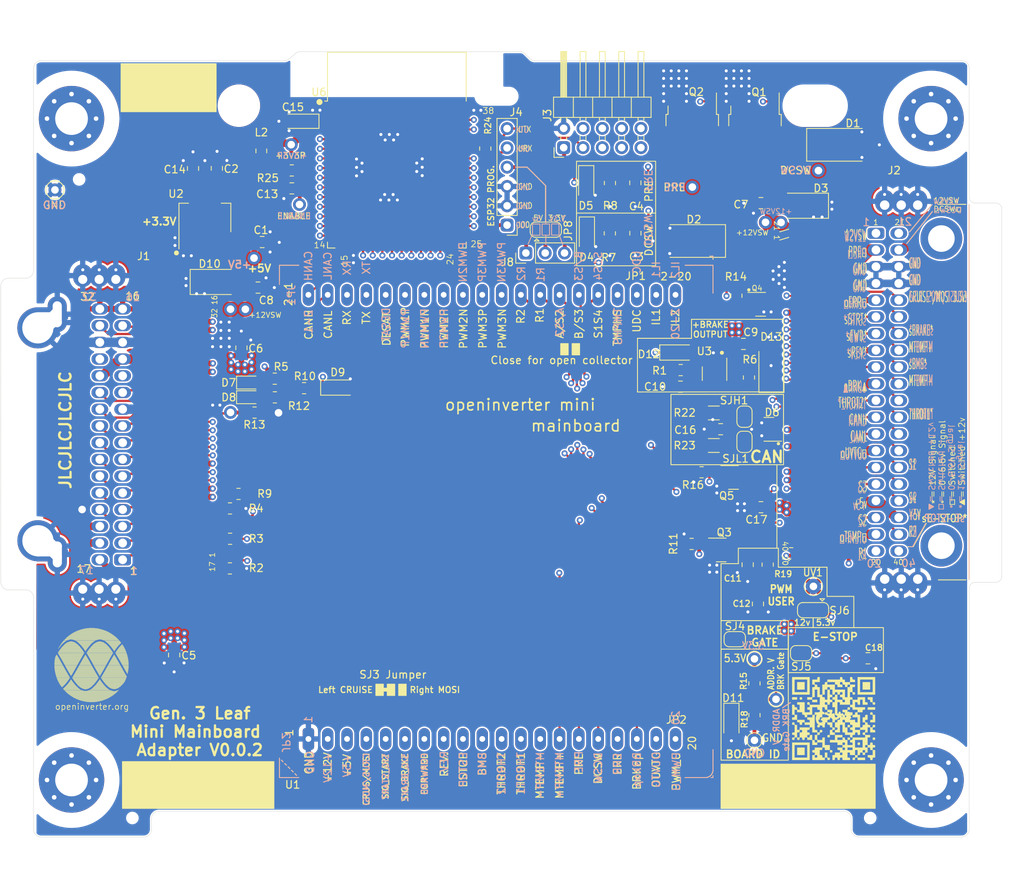
<source format=kicad_pcb>
(kicad_pcb (version 20211014) (generator pcbnew)
  (layers (0 "F.Cu" signal "F1.Cu") (1 "In1.Cu" signal "In2PWR.Cu") (2 "In2.Cu" signal "In3SIG.Cu") (31 "B.Cu" signal "B4.Cu") (34 "B.Paste" user) (35 "F.Paste" user) (36 "B.SilkS" user "B.Silkscreen") (37 "F.SilkS" user "F.Silkscreen") (38 "B.Mask" user) (39 "F.Mask" user) (44 "Edge.Cuts" user))
  (net 0 "")
  (net 1 "DCSW")
  (net 2 "GND")
  (net 3 "PRE")
  (net 4 "+3V3")
  (net 5 "+5V")
  (net 6 "SIG_START")
  (net 7 "SIG_BRAKE")
  (net 8 "SIG_FORWARD")
  (net 9 "SIG_REVERSE")
  (net 10 "SIG_EMCYSTOP")
  (net 11 "THROTTLE2")
  (net 12 "THROTTLE1")
  (net 13 "MTEMP-")
  (net 14 "MTEMP+")
  (net 15 "OUT_PRE")
  (net 16 "OUT_DCSW")
  (net 17 "SCK")
  (net 18 "MISO")
  (net 19 "CS_ADC")
  (net 20 "DESAT")
  (net 21 "PWM1P")
  (net 22 "PWM1N")
  (net 23 "PWM2P")
  (net 24 "PWM2N")
  (net 25 "PWM3P")
  (net 26 "PWM3N")
  (net 27 "R2")
  (net 28 "IL1")
  (net 29 "IL2")
  (net 30 "Net-(C13-Pad1)")
  (net 31 "USART_TX")
  (net 32 "USART_RX")
  (net 33 "Net-(C16-Pad1)")
  (net 34 "+12VSW")
  (net 35 "T_SINK")
  (net 36 "SIG_BMS")
  (net 37 "ENC_B{slash}S3")
  (net 38 "ENC_A{slash}S2")
  (net 39 "OUT_TEMP")
  (net 40 "IGBTDRV_FAULT")
  (net 41 "unconnected-(J2-Pad15)")
  (net 42 "U_DC-LINK")
  (net 43 "IGBTDRV_UVLO")
  (net 44 "ENC_Z{slash}R1")
  (net 45 "unconnected-(J1-Pad5)")
  (net 46 "unconnected-(J1-Pad12)")
  (net 47 "unconnected-(J1-Pad15)")
  (net 48 "Net-(J1-Pad20)")
  (net 49 "unconnected-(J1-Pad21)")
  (net 50 "unconnected-(J1-Pad23)")
  (net 51 "unconnected-(J1-Pad29)")
  (net 52 "unconnected-(J1-Pad31)")
  (net 53 "unconnected-(J2-Pad34)")
  (net 54 "unconnected-(J2-Pad36)")
  (net 61 "Net-(R24-Pad2)")
  (net 62 "unconnected-(U6-Pad4)")
  (net 63 "unconnected-(U6-Pad5)")
  (net 64 "unconnected-(U6-Pad6)")
  (net 65 "unconnected-(U6-Pad7)")
  (net 66 "unconnected-(U6-Pad8)")
  (net 67 "unconnected-(U6-Pad9)")
  (net 68 "unconnected-(U6-Pad10)")
  (net 69 "unconnected-(U6-Pad11)")
  (net 70 "unconnected-(U6-Pad12)")
  (net 71 "unconnected-(U6-Pad13)")
  (net 72 "unconnected-(U6-Pad14)")
  (net 73 "unconnected-(U6-Pad16)")
  (net 74 "unconnected-(U6-Pad17)")
  (net 75 "unconnected-(U6-Pad18)")
  (net 76 "unconnected-(U6-Pad19)")
  (net 77 "unconnected-(U6-Pad20)")
  (net 78 "unconnected-(U6-Pad21)")
  (net 79 "unconnected-(U6-Pad22)")
  (net 80 "unconnected-(U6-Pad23)")
  (net 81 "unconnected-(U6-Pad24)")
  (net 82 "unconnected-(U6-Pad26)")
  (net 83 "unconnected-(U6-Pad27)")
  (net 84 "unconnected-(U6-Pad28)")
  (net 85 "unconnected-(U6-Pad29)")
  (net 86 "unconnected-(U6-Pad30)")
  (net 87 "unconnected-(U6-Pad31)")
  (net 88 "unconnected-(U6-Pad32)")
  (net 89 "unconnected-(U6-Pad33)")
  (net 90 "unconnected-(U6-Pad36)")
  (net 91 "unconnected-(U6-Pad37)")
  (net 92 "Net-(J1-Pad2)")
  (net 93 "Net-(J1-Pad4)")
  (net 94 "PWM_USER")
  (net 95 "+3.3VP")
  (net 96 "EXT_OUT_BRAKE")
  (net 97 "Net-(J1-Pad17)")
  (net 98 "OUT_ERR")
  (net 99 "OUT_OUVTG")
  (net 100 "Net-(R22-Pad2)")
  (net 101 "Net-(R23-Pad2)")
  (net 106 "Net-(J4-Pad4)")
  (net 107 "CANL -")
  (net 108 "CANH +")
  (net 109 "CRUISE")
  (net 110 "Net-(C10-Pad1)")
  (net 111 "Net-(D12-Pad2)")
  (net 112 "Net-(R6-Pad2)")
  (net 113 "Net-(D12-Pad1)")
  (net 114 "S1")
  (net 115 "unconnected-(J2-Pad26)")
  (net 116 "unconnected-(J2-Pad9)")
  (net 117 "Net-(J4-Pad1)")
  (net 118 "unconnected-(J2-Pad33)")
  (net 119 "Net-(D7-Pad2)")
  (net 120 "unconnected-(J2-Pad31)")
  (net 121 "PWM_V")
  (footprint "Diode_SMD:D_SMB_Handsoldering" (layer "F.Cu") (at 181.245 53.45)
    (fp_text reference "D1")
    (fp_text value "D_Zener")
  )
  (footprint "Diode_SMD:D_SMB_Handsoldering" (layer "F.Cu") (at 161.38 66.1 180)
    (fp_text reference "D2")
    (fp_text value "D_Zener")
  )
  (footprint "Package_TO_SOT_SMD:SOT-223-3_TabPin2" (layer "F.Cu") (at 97.53 63.04 90)
    (fp_text reference "U2")
    (fp_text value "AP1117-33")
  )
  (footprint "OpenInverter Library:OPENINVERTER_MINI_MAINBOARD" (layer "F.Cu") (at 134 102.39 90)
    (fp_text reference "U1")
    (fp_text value "OpenInverter_Mini_Mainboard-openinverter_mini_mainboard")
  )
  (footprint "MountingHole:MountingHole_4.3mm_M4_Pad_Via" (layer "F.Cu") (at 80 50)
    (fp_text reference "H1" hide)
    (fp_text value "MountingHole_Pad")
  )
  (footprint "MountingHole:MountingHole_4.3mm_M4_Pad_Via" (layer "F.Cu") (at 193 50)
    (fp_text reference "H2" hide)
    (fp_text value "MountingHole_Pad")
  )
  (footprint "MountingHole:MountingHole_4.3mm_M4_Pad_Via" (layer "F.Cu") (at 80 137)
    (fp_text reference "H3" hide)
    (fp_text value "MountingHole_Pad")
  )
  (footprint "MountingHole:MountingHole_4.3mm_M4_Pad_Via" (layer "F.Cu") (at 193 137)
    (fp_text reference "H4" hide)
    (fp_text value "MountingHole_Pad")
  )
  (footprint "MountingHole:MountingHole_4.3mm_M4" (layer "F.Cu") (at 177.76 48.31)
    (fp_text reference "H5" hide)
    (fp_text value "MountingHole")
  )
  (footprint "MountingHole:MountingHole_4.3mm_M4" (layer "F.Cu") (at 102 48.3)
    (fp_text reference "H6" hide)
    (fp_text value "MountingHole")
  )
  (footprint "Connector_PinHeader_2.54mm:PinHeader_1x06_P2.54mm_Vertical" (layer "F.Cu") (at 137.26 64.01 180)
    (fp_text reference "J4")
    (fp_text value "Conn_01x06_Male")
  )
  (footprint "Resistor_SMD:R_0805_2012Metric_Pad1.20x1.40mm_HandSolder" (layer "F.Cu") (at 100.83 101.28 180)
    (fp_text reference "R4")
    (fp_text value "0R")
  )
  (footprint "JLCPCB:Tooling_Hole" (layer "F.Cu") (at 81 58)
    (fp_text reference "REF**" hide)
    (fp_text value "JLCPCB_Tooling_Hole")
  )
  (footprint "Package_TO_SOT_SMD:SOT-23" (layer "F.Cu") (at 171.6725 90.87 180)
    (fp_text reference "D6")
    (fp_text value "SP0502BAHT")
  )
  (footprint "Resistor_SMD:R_0805_2012Metric_Pad1.20x1.40mm_HandSolder" (layer "F.Cu") (at 150.780428 58.478503 90)
    (fp_text reference "R8")
    (fp_text value "10K")
  )
  (footprint "Resistor_SMD:R_0805_2012Metric_Pad1.20x1.40mm_HandSolder" (layer "F.Cu") (at 167.4 73.3 90)
    (fp_text reference "R14")
    (fp_text value "10K")
  )
  (footprint "Resistor_SMD:R_0805_2012Metric_Pad1.20x1.40mm_HandSolder" (layer "F.Cu") (at 171.52 108.67 -90)
    (fp_text reference "R19")
    (fp_text value "DNP")
  )
  (footprint "Resistor_SMD:R_0805_2012Metric_Pad1.20x1.40mm_HandSolder" (layer "F.Cu") (at 106.72 84.21 180)
    (fp_text reference "R5")
    (fp_text value "3K3")
  )
  (footprint "Package_TO_SOT_SMD:SOT-23" (layer "F.Cu") (at 165.41 106.74)
    (fp_text reference "Q3")
    (fp_text value "IRLML0100TRPBF")
  )
  (footprint "Jumper:SolderJumper-2_P1.3mm_Open_RoundedPad1.0x1.5mm" (layer "F.Cu") (at 175.92 120.32)
    (fp_text reference "SJ5")
    (fp_text value "SolderJumper_2_Bridged")
  )
  (footprint "Resistor_SMD:R_0805_2012Metric_Pad1.20x1.40mm_HandSolder" (layer "F.Cu") (at 161.51625 105.95)
    (fp_text reference "R11")
    (fp_text value "10K")
  )
  (footprint "Resistor_SMD:R_0805_2012Metric_Pad1.20x1.40mm_HandSolder" (layer "F.Cu") (at 101.95 99.37)
    (fp_text reference "R9")
    (fp_text value "0R")
  )
  (footprint "JLCPCB:Tooling_Hole" (layer "F.Cu") (at 88 142)
    (fp_text reference "REF**" hide)
    (fp_text value "JLCPCB_Tooling_Hole")
  )
  (footprint "TestPoint:TestPoint_THTPad_D2.0mm_Drill1.0mm" (layer "F.Cu") (at 77.82 59.38 180)
    (fp_text reference "TP_GND1" hide)
    (fp_text value "TestPoint")
  )
  (footprint "Package_TO_SOT_SMD:SOT-23-6_Handsoldering" (layer "F.Cu") (at 164.530456 83.550429 -90)
    (fp_text reference "U3")
    (fp_text value "TPS22810DBVR")
  )
  (footprint "Resistor_SMD:R_0805_2012Metric_Pad1.20x1.40mm_HandSolder" (layer "F.Cu") (at 100.82 109.17 180)
    (fp_text reference "R2")
    (fp_text value "0R")
  )
  (footprint "Resistor_SMD:R_0805_2012Metric_Pad1.20x1.40mm_HandSolder" (layer "F.Cu") (at 169.78 128.47 -90)
    (fp_text reference "R18")
    (fp_text value "4K7 1%")
  )
  (footprint "Diode_SMD:D_SMA" (layer "F.Cu") (at 99 71.49)
    (fp_text reference "D10")
    (fp_text value "SMAJ15CA-TP")
  )
  (footprint "Resistor_SMD:R_0805_2012Metric_Pad1.20x1.40mm_HandSolder" (layer "F.Cu") (at 110.57 85.46)
    (fp_text reference "R10")
    (fp_text value "470R")
  )
  (footprint "Capacitor_SMD:C_0805_2012Metric_Pad1.18x1.45mm_HandSolder" (layer "F.Cu") (at 168.330456 79.640429 180)
    (fp_text reference "C9")
    (fp_text value "1uF")
  )
  (footprint "MountingHole:MountingHole_5.3mm_M5" (layer "F.Cu") (at 135.87 47.06)
    (fp_text reference "REF**" hide)
    (fp_text value "MountingHole_5.3mm_M5")
  )
  (footprint "Resistor_SMD:R_0805_2012Metric_Pad1.20x1.40mm_HandSolder" (layer "F.Cu") (at 106.73 86.67)
    (fp_text reference "R12")
    (fp_text value "4k7")
  )
  (footprint "Capacitor_SMD:C_0805_2012Metric_Pad1.18x1.45mm_HandSolder" (layer "F.Cu") (at 184.69 120.99)
    (fp_text reference "C18")
    (fp_text value "1uF")
  )
  (footprint "Gen 3 Leaf Adapter:Gen 3 Leaf Wiki QR2" (layer "F.Cu") (at 180.213651 128.99095)
    (fp_text reference "G***")
    (fp_text value "LOGO" hide)
  )
  (footprint "Diode_SMD:D_SOD-123" (layer "F.Cu") (at 159.580456 80.770429)
    (fp_text reference "D12")
    (fp_text value "D_Zener")
  )
  (footprint "TestPoint:TestPoint_THTPad_D2.0mm_Drill1.0mm" (layer "F.Cu") (at 169.78 131.78)
    (fp_text reference "TP_GND2" hide)
    (fp_text value "TestPoint")
  )
  (footprint "Fiducial:Fiducial_1mm_Mask2mm" (layer "F.Cu") (at 77.5 129)
    (fp_text reference "FID1" hide)
    (fp_text value "Fiducial")
  )
  (footprint "Capacitor_SMD:C_0805_2012Metric_Pad1.18x1.45mm_HandSolder" (layer "F.Cu") (at 108.96 59.18 180)
    (fp_text reference "C13")
    (fp_text value "1uF")
  )
  (footprint "Fiducial:Fiducial_1mm_Mask2mm" (layer "F.Cu") (at 77 63.5)
    (fp_text reference "FID3" hide)
    (fp_text value "Fiducial")
  )
  (footprint "Capacitor_SMD:C_0805_2012Metric_Pad1.18x1.45mm_HandSolder" (layer "F.Cu") (at 170.24 113.84 90)
    (fp_text reference "C12")
    (fp_text value "1uF")
  )
  (footprint "Capacitor_SMD:C_0805_2012Metric_Pad1.18x1.45mm_HandSolder" (layer "F.Cu") (at 105.06 66.24)
    (fp_text reference "C1")
    (fp_text value "1uF")
  )
  (footprint "Inductor_SMD:L_0805_2012Metric_Pad1.15x1.40mm_HandSolder" (layer "F.Cu") (at 104.95 54.25 90)
    (fp_text reference "L2")
    (fp_text value "10uH 1.15OHM")
  )
  (footprint "Resistor_SMD:R_0805_2012Metric_Pad1.20x1.40mm_HandSolder" (layer "F.Cu") (at 100.85 105.27)
    (fp_text reference "R3")
    (fp_text value "0R")
  )
  (footprint "Capacitor_SMD:C_0805_2012Metric_Pad1.18x1.45mm_HandSolder" (layer "F.Cu") (at 95.97 56.5575 90)
    (fp_text reference "C14")
    (fp_text value "1uF")
  )
  (footprint "Resistor_SMD:R_0805_2012Metric_Pad1.20x1.40mm_HandSolder" (layer "F.Cu") (at 134.39 53.94 90)
    (fp_text reference "R24")
    (fp_text value "499R")
  )
  (footprint "Capacitor_Tantalum_SMD:CP_EIA-3216-18_Kemet-A_Pad1.58x1.35mm_HandSolder" (layer "F.Cu") (at 110.04 50.35 180)
    (fp_text reference "C15")
    (fp_text value "10uF T")
  )
  (footprint "Package_TO_SOT_SMD:TO-252-2" (layer "F.Cu") (at 169.85 51.92 -90)
    (fp_text reference "Q1")
    (fp_text value "Q_NMOS_GDS")
  )
  (footprint "Diode_SMD:D_SOD-123" (layer "F.Cu") (at 147.75 65.19 -90)
    (fp_text reference "D4")
    (fp_text value "MM1Z3B3")
  )
  (footprint "Resistor_SMD:R_0805_2012Metric_Pad1.20x1.40mm_HandSolder" (layer "F.Cu") (at 108.95 56.82)
    (fp_text reference "R25")
    (fp_text value "10K")
  )
  (footprint "Diode_SMD:D_SOD-123" (layer "F.Cu") (at 166.75 129.16 -90)
    (fp_text reference "D11")
    (fp_text value "LM3Z3V3T1G")
  )
  (footprint "Package_TO_SOT_SMD:SOT-23" (layer "F.Cu") (at 167.03 97.2)
    (fp_text reference "Q5")
    (fp_text value "IRLML0100TRPBF")
  )
  (footprint "JLCPCB:Tooling_Hole" (layer "F.Cu") (at 185 142)
    (fp_text reference "REF**" hide)
    (fp_text value "JLCPCB_Tooling_Hole")
  )
  (footprint "Package_TO_SOT_SMD:TO-252-2" (layer "F.Cu") (at 161.6 51.92 -90)
    (fp_text reference "Q2")
    (fp_text value "Q_NMOS_GDS")
  )
  (footprint "Jumper:SolderJumper-2_P1.3mm_Open_RoundedPad1.0x1.5mm" (layer "F.Cu") (at 168.47 89.21 -90)
    (fp_text reference "SJH1")
    (fp_text value "SolderJumper_2_Open")
  )
  (footprint "Jumper:SolderJumper-2_P1.3mm_Open_RoundedPad1.0x1.5mm" (layer "F.Cu") (at 168.47 92.52 90)
    (fp_text reference "SJL1")
    (fp_text value "SolderJumper_2_Open")
  )
  (footprint "Package_TO_SOT_SMD:SOT-23" (layer "F.Cu") (at 170.59 74.43)
    (fp_text reference "Q4")
    (fp_text value "IRLML0100TRPBF")
  )
  (footprint "Fiducial:Fiducial_1mm_Mask2mm" (layer "F.Cu") (at 196.41 121.99)
    (fp_text reference "FID2" hide)
    (fp_text value "Fiducial")
  )
  (footprint "Capacitor_SMD:C_0805_2012Metric_Pad1.18x1.45mm_HandSolder" (layer "F.Cu") (at 170.63 61.12 180)
    (fp_text reference "C7")
    (fp_text value "100nF")
  )
  (footprint "Capacitor_SMD:C_0805_2012Metric_Pad1.18x1.45mm_HandSolder" (layer "F.Cu") (at 160.050456 85.260429 180)
    (fp_text reference "C10")
    (fp_text value "DNP")
  )
  (footprint "Capacitor_SMD:C_0805_2012Metric_Pad1.18x1.45mm_HandSolder" (layer "F.Cu") (at 170.635529 101.12 180)
    (fp_text reference "C17")
    (fp_text value "10uF")
  )
  (footprint "RF_Module:ESP32-WROOM-32" (layer "F.Cu") (at 122.765 57.145)
    (fp_text reference "U6")
    (fp_text value "ESP32-S2-WROOM")
  )
  (footprint "Resistor_SMD:R_0805_2012Metric_Pad1.20x1.40mm_HandSolder" (layer "F.Cu") (at 162.83 96.52)
    (fp_text reference "R16")
    (fp_text value "10K")
  )
  (footprint "Diode_SMD:D_SOD-123" (layer "F.Cu") (at 147.660522 58.43277 -90)
    (fp_text reference "D5")
    (fp_text value "MM1Z3B3")
  )
  (footprint "Capacitor_SMD:C_0805_2012Metric_Pad1.18x1.45mm_HandSolder" (layer "F.Cu") (at 154.128932 65.076742 -90)
    (fp_text reference "C3")
    (fp_text value "100nF")
  )
  (footprint "Diode_SMD:D_SOD-323" (layer "F.Cu") (at 103.2 84.72)
    (fp_text reference "D7")
    (fp_text value "D")
  )
  (footprint "Jumper:SolderJumper-3_P1.3mm_Open_RoundedPad1.0x1.5mm" (layer "F.Cu") (at 142.35 64.61)
    (fp_text reference "JP8")
    (fp_text value "Jumper_3_Open")
  )
  (footprint "Nissan Internal Inverter Connectors:32 Pin Internal Nissan Inverter Connector Merged Footprints - Handsolder" (layer "F.Cu") (at 83.97 91.53 180)
    (fp_text reference "J1")
    (fp_text value "Conn_02x16_Top_Bottom_MountingPin")
  )
  (footprint "Resistor_SMD:R_0805_2012Metric_Pad1.20x1.40mm_HandSolder" (layer "F.Cu") (at 104.06 88.67 180)
    (fp_text reference "R13")
    (fp_text value "3K3")
  )
  (footprint "Resistor_SMD:R_0805_2012Metric_Pad1.20x1.40mm_HandSolder" (layer "F.Cu") (at 150.768932 65.1 90)
    (fp_text reference "R7")
    (fp_text value "10K")
  )
  (footprint "Open_Inverter:OI_LOGO" (layer "F.Cu") (at 77.7675 126.7425)
    (fp_text reference "U$2" hide)
    (fp_text value "" hide)
  )
  (footprint "Connector_PinHeader_2.54mm:PinHeader_2x05_P2.54mm_Horizontal" (layer "F.Cu") (at 144.7 53.82 90)
    (fp_text reference "J3")
    (fp_text value "Conn_02x05_Odd_Even")
  )
  (footprint "Nissan Internal Inverter Connectors:TE_1318384-2_Dual_FP" (layer "F.Cu") (at 188.4725 85.98)
    (fp_text reference "J2")
    (fp_text value "Conn_02x20_Top_Bottom_MountingPin")
  )
  (footprint "Jumper:SolderJumper-2_P1.3mm_Bridged_RoundedPad1.0x1.5mm" (layer "F.Cu") (at 167.19 118.48 180)
    (fp_text reference "SJ4")
    (fp_text value "SolderJumper_2_Bridged")
  )
  (footprint "Capacitor_SMD:C_0805_2012Metric_Pad1.18x1.45mm_HandSolder" (layer "F.Cu") (at 154.119971 58.45 -90)
    (fp_text reference "C4")
    (fp_text value "100nF")
  )
  (footprint "Capacitor_SMD:C_0805_2012Metric_Pad1.18x1.45mm_HandSolder" (layer "F.Cu") (at 93.49 120.56 -90)
    (fp_text reference "C5")
    (fp_text value "10uF")
  )
  (footprint "Diode_SMD:D_SOD-123" (layer "F.Cu") (at 115 85.38)
    (fp_text reference "D9")
    (fp_text value "LM3Z3V3T1G")
  )
  (footprint "Capacitor_SMD:C_0805_2012Metric_Pad1.18x1.45mm_HandSolder" (layer "F.Cu") (at 104.51 72.23)
    (fp_text reference "C8")
    (fp_text value "100nF")
  )
  (footprint "TestPoint:TestPoint_THTPad_D2.0mm_Drill1.0mm" (layer "F.Cu") (at 177.53 111.53 180)
    (fp_text reference "UV1")
    (fp_text value "TestPoint")
  )
  (footprint "Resistor_SMD:R_0805_2012Metric_Pad1.20x1.40mm_HandSolder" (layer "F.Cu") (at 160.080456 83.080429)
    (fp_text reference "R1")
    (fp_text value "10K")
  )
  (footprint "Diode_SMD:D_SOD-323" (layer "F.Cu") (at 103.2 86.65)
    (fp_text reference "D8")
    (fp_text value "D")
  )
  (footprint "Resistor_SMD:R_1206_3216Metric_Pad1.30x1.75mm_HandSolder" (layer "F.Cu") (at 164.43673 88.71952)
    (fp_text reference "R22")
    (fp_text value "60R4 .1% .25W")
  )
  (footprint "Diode_SMD:D_SMA" (layer "F.Cu") (at 172.01 82.63 90)
    (fp_text reference "D13")
    (fp_text value "SMAJ15CA-TP")
  )
  (footprint "Resistor_SMD:R_1206_3216Metric_Pad1.30x1.75mm_HandSolder" (layer "F.Cu") (at 164.43673 92.99952)
    (fp_text reference "R23")
    (fp_text value "60R4 .1% .25W")
  )
  (footprint "Diode_SMD:D_SMA" (layer "F.Cu") (at 176.11 61.46 180)
    (fp_text reference "D3")
    (fp_text value "SMAJ15CA-TP")
  )
  (footprint "TestPoint:TestPoint_THTPad_D2.0mm_Drill1.0mm" (layer "F.Cu") (at 172.61 126.38)
    (fp_text reference "TP_A1" hide)
    (fp_text value "TestPoint")
  )
  (footprint "Capacitor_SMD:C_0805_2012Metric_Pad1.18x1.45mm_HandSolder" (layer "F.Cu") (at 99.1 56.54 90)
    (fp_text reference "C2")
    (fp_text value "1uF")
  )
  (footprint "Jumper:SolderJumper-3_P1.3mm_Open_RoundedPad1.0x1.5mm" (layer "F.Cu") (at 177.49 114.66 180)
    (fp_text reference "SJ6")
    (fp_text value "Jumper_3_Open")
  )
  (footprint "Resistor_SMD:R_0805_2012Metric_Pad1.20x1.40mm_HandSolder" (layer "F.Cu") (at 169.060456 84.060429 90)
    (fp_text reference "R6")
    (fp_text value "DNP")
  )
  (footprint "Capacitor_SMD:C_0805_2012Metric_Pad1.18x1.45mm_HandSolder" (layer "F.Cu") (at 168.89 108.68 -90)
    (fp_text reference "C11")
    (fp_text value "100nF")
  )
  (footprint "Connector_PinHeader_2.54mm:PinHeader_1x03_P2.54mm_Vertical" (layer "F.Cu") (at 139.73 67.68 90)
    (fp_text reference "J8")
    (fp_text value "Conn_01x03_Male")
  )
  (footprint "Resistor_SMD:R_0805_2012Metric_Pad1.20x1.40mm_HandSolder" (layer "F.Cu") (at 169.78 124.3 -90)
    (fp_text reference "R15")
    (fp_text value "47K 1%")
  )
  (footprint "Capacitor_SMD:C_0805_2012Metric_Pad1.18x1.45mm_HandSolder" (layer "F.Cu") (at 165.33673 90.85952 180)
    (fp_text reference "C16")
    (fp_text value "4.7nF")
  )
  (footprint "TestPoint:TestPoint_THTPad_D2.0mm_Drill1.0mm" (layer "F.Cu") (at 169.78 121.07)
    (fp_text reference "5.3V1" hide)
    (fp_text value "TestPoint")
  )
  (footprint "Capacitor_SMD:C_0805_2012Metric_Pad1.18x1.45mm_HandSolder" (layer "F.Cu") (at 102.33 80.15 90)
    (fp_text reference "C6")
    (fp_text value "10uF")
  )
  (gr_line (start 190.57 106.31) (end 192.29 103.235) (layer "B.SilkS") (width 0.12))
  (gr_line (start 142.35 58.83) (end 139.9 56.39) (layer "B.SilkS") (width 0.12))
  (gr_line (start 190.18 64.9) (end 193.13 61.31) (layer "B.SilkS") (width 0.12))
  (gr_line (start 190.1 106.31) (end 190.57 106.31) (layer "B.SilkS") (width 0.12))
  (gr_rect (start 143.11 63.855) (end 144.09 65.325) (layer "B.SilkS") (width 0.12) (fill none))
  (gr_rect (start 140.6 63.87) (end 141.58 65.34) (layer "B.SilkS") (width 0.12) (fill none))
  (gr_line (start 144.17 65.46) (end 144.57 66.55) (layer "B.SilkS") (width 0.12))
  (gr_rect (start 141.86 63.865) (end 142.84 65.335) (layer "B.SilkS") (width 0.12) (fill none))
  (gr_line (start 140.48 65.46) (end 140.02 66.51) (layer "B.SilkS") (width 0.12))
  (gr_line (start 198 61.29) (end 198 110.65) (layer "B.SilkS") (width 0.1))
  (gr_line (start 142.35 65.335) (end 142.35 66.55) (layer "B.SilkS") (width 0.12))
  (gr_line (start 142.35 58.83) (end 142.35 63.865) (layer "B.SilkS") (width 0.12))
  (gr_line (start 139.9 56.39) (end 138.37 56.39) (layer "B.SilkS") (width 0.12))
  (gr_line (start 189.8 66.45) (end 193.18 62.22) (layer "B.SilkS") (width 0.12))
  (gr_line (start 172.92 109.01) (end 179.32 109.01) (layer "F.SilkS") (width 0.12))
  (gr_line (start 173.1 65.98) (end 174.285 65.62) (layer "F.SilkS") (width 0.12))
  (gr_rect (start 86.515 42.79) (end 99.005 49.09) (layer "F.SilkS") (width 0.12) (fill solid))
  (gr_line (start 179.32 109.01) (end 179.32 112.85) (layer "F.SilkS") (width 0.12))
  (gr_line (start 161.5 78.9) (end 154.4 78.9) (layer "F.SilkS") (width 0.12))
  (gr_line (start 182.84 112.86) (end 182.84 116.95) (layer "F.SilkS") (width 0.12))
  (gr_circle (center 93.79 67.67) (end 94.05 67.68) (layer "F.SilkS") (width 0.12) (fill solid))
  (gr_line (start 142.31 58.82) (end 142.31 63.61) (layer "F.SilkS") (width 0.12))
  (gr_line (start 120.58 125.12) (end 121.8 125.12) (layer "F.SilkS") (width 0.5))
  (gr_line (start 189.96 106.31) (end 190.65 106.31) (layer "F.SilkS") (width 0.12))
  (gr_line (start 174.84 106.45) (end 174.37 106.44) (layer "F.SilkS") (width 0.12))
  (gr_circle (center 112.6 47.82) (end 112.94 47.83) (layer "F.SilkS") (width 0.12) (fill solid))
  (gr_line (start 146.38 62.43) (end 156.78 62.43) (layer "F.SilkS") (width 0.12))
  (gr_rect (start 173.6 86.28) (end 158.8 95.53) (layer "F.SilkS") (width 0.12) (fill none))
  (gr_line (start 173.6 85.95) (end 154.4 85.96) (layer "F.SilkS") (width 0.12))
  (gr_line (start 189.8 66.45) (end 193.18 62.22) (layer "F.SilkS") (width 0.12))
  (gr_line (start 179.32 112.85) (end 182.84 112.85) (layer "F.SilkS") (width 0.12))
  (gr_line (start 190.18 64.9) (end 193.13 61.31) (layer "F.SilkS") (width 0.12))
  (gr_circle (center 172.93 92.76) (end 173.086205 92.76) (layer "F.SilkS") (width 0.12) (fill solid))
  (gr_line (start 172.73 106.51) (end 172.73 95.55) (layer "F.SilkS") (width 0.12))
  (gr_line (start 198 61.29) (end 198 110.65) (layer "F.SilkS") (width 0.1))
  (gr_rect (start 86.7 134.59) (end 106.6 140.73) (layer "F.SilkS") (width 0.12) (fill solid))
  (gr_line (start 161.5 76.4) (end 161.5 78.9) (layer "F.SilkS") (width 0.12))
  (gr_line (start 165.39 116.035) (end 165.39 108.54) (layer "F.SilkS") (width 0.12))
  (gr_rect (start 165.39 134.92) (end 185.65 140.73) (layer "F.SilkS") (width 0.12) (fill solid))
  (gr_rect (start 174.23 116.955) (end 186.73 122.875) (layer "F.SilkS") (width 0.12) (fill none))
  (gr_rect (start 165.39 134.395) (end 174.23 119.785) (layer "F.SilkS") (width 0.12) (fill none))
  (gr_circle (center 169.04 72.53) (end 169.196205 72.53) (layer "F.SilkS") (width 0.12) (fill solid))
  (gr_line (start 139.89 56.39) (end 142.31 58.82) (layer "F.SilkS") (width 0.12))
  (gr_line (start 173.6 85.95) (end 173.6 76.4) (layer "F.SilkS") (width 0.12))
  (gr_line (start 173.6 76.4) (end 161.5 76.4) (layer "F.SilkS") (width 0.12))
  (gr_line (start 154.4 78.9) (end 154.4 85.96) (layer "F.SilkS") (width 0.12))
  (gr_circle (center 165.5 80.8) (end 165.7 80.79) (layer "F.SilkS") (width 0.12) (fill solid))
  (gr_line (start 167.66 106.51) (end 167.66 108.54) (layer "F.SilkS") (width 0.12))
  (gr_rect (start 146.39 55.61) (end 156.79 69.36) (layer "F.SilkS") (width 0.12) (fill none))
  (gr_line (start 165.39 108.54) (end 167.66 108.54) (layer "F.SilkS") (width 0.12))
  (gr_rect (start 174.23 116.035) (end 165.39 119.785) (layer "F.SilkS") (width 0.12) (fill none))
  (gr_line (start 172.92 106.51) (end 172.92 109.01) (layer "F.SilkS") (width 0.12))
  (gr_line (start 174.57 107.9075) (end 174.21 108.2125) (layer "F.SilkS") (width 0.12))
  (gr_line (start 138.605 56.39) (end 139.89 56.39) (layer "F.SilkS") (width 0.12))
  (gr_line (start 190.65 106.31) (end 192.37 103.235) (layer "F.SilkS") (width 0.12))
  (gr_line (start 167.66 106.51) (end 172.92 106.51) (layer "F.SilkS") (width 0.12))
  (gr_line (start 173.1 64.9) (end 174.285 64.54) (layer "F.SilkS") (width 0.12))
  (gr_line (start 182.5 143.5) (end 182.5 142.1) (layer "Edge.Cuts") (width 0.05))
  (gr_line (start 139.57251 41.44603) (end 140.3 42.15397) (layer "Edge.Cuts") (width 0.05))
  (gr_line (start 71.7 71) (end 74 71) (layer "Edge.Cuts") (width 0.05))
  (gr_line (start 198 143.5) (end 198 111.8) (layer "Edge.Cuts") (width 0.05))
  (gr_line (start 76 144.5) (end 89.5 144.5) (layer "Edge.Cuts") (width 0.05))
  (gr_arc (start 75 43.4) (mid 75.292893 42.692893) (end 76 42.4) (layer "Edge.Cuts") (width 0.05))
  (gr_arc (start 75 70) (mid 74.707107 70.707107) (end 74 71) (layer "Edge.Cuts") (width 0.05))
  (gr_arc (start 198.8 61.1) (mid 198.234315 60.865685) (end 198 60.3) (layer "Edge.Cuts") (width 0.05))
  (gr_arc (start 70.7 72) (mid 70.992893 71.292893) (end 71.7 71) (layer "Edge.Cuts") (width 0.05))
  (gr_line (start 140.89397 42.4) (end 197.1 42.4) (layer "Edge.Cuts") (width 0.05))
  (gr_arc (start 90.5 142.1) (mid 90.792893 141.392893) (end 91.5 141.1) (layer "Edge.Cuts") (width 0.05))
  (gr_line (start 76 42.4) (end 107.974942 42.4) (layer "Edge.Cuts") (width 0.05))
  (gr_line (start 110.024286 41.2) (end 138.97854 41.2) (layer "Edge.Cuts") (width 0.05))
  (gr_line (start 198.8 61.1) (end 201.5 61.1) (layer "Edge.Cuts") (width 0.05))
  (gr_arc (start 90.5 143.5) (mid 90.207107 144.207107) (end 89.5 144.5) (layer "Edge.Cuts") (width 0.05))
  (gr_line (start 75 70) (end 75 43.4) (layer "Edge.Cuts") (width 0.05))
  (gr_arc (start 202.3 110.2) (mid 202.065685 110.765685) (end 201.5 111) (layer "Edge.Cuts") (width 0.05))
  (gr_line (start 109.425744 41.451486) (end 108.574942 42.15) (layer "Edge.Cuts") (width 0.05))
  (gr_line (start 181.5 141.1) (end 91.5 141.1) (layer "Edge.Cuts") (width 0.05))
  (gr_line (start 70.71 111) (end 70.7 72) (layer "Edge.Cuts") (width 0.05))
  (gr_arc (start 76 144.5) (mid 75.292893 144.207107) (end 75 143.5) (layer "Edge.Cuts") (width 0.05))
  (gr_arc (start 109.425744 41.451486) (mid 109.7 41.266204) (end 110.024286 41.2) (layer "Edge.Cuts") (width 0.05))
  (gr_line (start 198 43.3) (end 198 60.3) (layer "Edge.Cuts") (width 0.05))
  (gr_line (start 90.5 142.1) (end 90.5 143.5) (layer "Edge.Cuts") (width 0.05))
  (gr_line (start 197 144.5) (end 183.5 144.5) (layer "Edge.Cuts") (width 0.05))
  (gr_arc (start 108.574942 42.15) (mid 108.300003 42.335156) (end 107.974942 42.4) (layer "Edge.Cuts") (width 0.05))
  (gr_arc (start 198 111.8) (mid 198.234315 111.234315) (end 198.8 111) (layer "Edge.Cuts") (width 0.05))
  (gr_arc (start 138.97854 41.2) (mid 139.3 41.263931) (end 139.57251 41.44603) (layer "Edge.Cuts") (width 0.05))
  (gr_line (start 198.8 111) (end 201.5 111) (layer "Edge.Cuts") (width 0.05))
  (gr_line (start 202.3 110.2) (end 202.3 61.9) (layer "Edge.Cuts") (width 0.05))
  (gr_arc (start 71.71 112) (mid 71.002893 111.707107) (end 70.71 111) (layer "Edge.Cuts") (width 0.05))
  (gr_arc (start 183.5 144.5) (mid 182.792893 144.207107) (end 182.5 143.5) (layer "Edge.Cuts") (width 0.05))
  (gr_arc (start 181.5 141.1) (mid 182.207107 141.392893) (end 182.5 142.1) (layer "Edge.Cuts") (width 0.05))
  (gr_line (start 75 143.5) (end 75.01 113) (layer "Edge.Cuts") (width 0.05))
  (gr_arc (start 140.89397 42.4) (mid 140.572522 42.336049) (end 140.3 42.15397) (layer "Edge.Cuts") (width 0.05))
  (gr_arc (start 197.1 42.4) (mid 197.736396 42.663604) (end 198 43.3) (layer "Edge.Cuts") (width 0.05))
  (gr_line (start 74.01 112) (end 71.71 112) (layer "Edge.Cuts") (width 0.05))
  (gr_arc (start 74.01 112) (mid 74.717107 112.292893) (end 75.01 113) (layer "Edge.Cuts") (width 0.05))
  (gr_arc (start 201.5 61.1) (mid 202.065685 61.334315) (end 202.3 61.9) (layer "Edge.Cuts") (width 0.05))
  (gr_arc (start 198 143.5) (mid 197.707107 144.207107) (end 197 144.5) (layer "Edge.Cuts") (width 0.05))
  (gr_text "GND" (at 77.76 61.39) (layer "B.SilkS") (effects (font (size 1 1)) (justify mirror)))
  (gr_text "1" (at 88.23 109.49) (layer "B.SilkS") (effects (font (size 1 1)) (justify mirror)))
  (gr_text "ADDR. V\n/BRK Gate" (at 173.31 130 90) (layer "B.SilkS") (effects (font (size 0.8 0.8)) (justify mirror)))
  (gr_text "20" (at 185.49 108.54) (layer "B.SilkS") (effects (font (size 1 1)) (justify mirror)))
  (gr_text "12VSW\nDCSW□" (at 193.23 61.5) (layer "B.SilkS") (effects (font (size 0.7 0.7) (thickness 0.1)) (justify right mirror)))
  (gr_text "UTX\n\nURX\n\n\n\nGND\n\nGND\n\nIO0" (at 138.34 57.76) (layer "B.SilkS") (effects (font (size 0.78 0.6) (thickness 0.1)) (justify right mirror)))
  (gr_text "\n\nGND\nGND\nCRUISE*/MOSI 3.3v!\n\nsBRAKE*\nMTEMP+\nsBMS*\nMTEMP-\n\nTHROT1°\n\n\nS1\n\nS4\n+5V\nR2\n" (at 190.08 84.46) (layer "B.SilkS") (effects (font (size 1.37 0.5) (thickness 0.1)) (justify right mirror)))
  (gr_text "= 12V Signal\n= 0-6.6V Signal\n= Switched -\n= Switched +12v" (at 195.01 100.58 -90) (layer "B.SilkS") (effects (font (size 0.8 0.8) (thickness 0.1)) (justify left mirror)))
  (gr_text "21" (at 189.53 63.57) (layer "B.SilkS") (effects (font (size 1 1)) (justify mirror)))
  (gr_text "3.3V  5v" (at 142.8 63.18) (layer "B.SilkS") (effects (font (size 0.7 0.7) (thickness 0.1)) (justify mirror)))
  (gr_text "PRE" (at 159.28 59.04) (layer "B.SilkS") (effects (font (size 1 1)) (justify mirror)))
  (gr_text "17" (at 81.96 109.42) (layer "B.SilkS") (effects (font (size 1 1)) (justify mirror)))
  (gr_text "40" (at 190.05 108.49) (layer "B.SilkS") (effects (font (size 1 1)) (justify mirror)))
  (gr_text "+5V" (at 102.11 69.2) (layer "B.SilkS") (effects (font (size 1 1) (thickness 0.2)) (justify mirror)))
  (gr_text "DCSW" (at 175.2 56.82) (layer "B.SilkS") (effects (font (size 1 1)) (justify mirror)))
  (gr_text "ENABLE" (at 109.25 62.82) (layer "B.SilkS") (effects (font (size 0.8 0.8) (thickness 0.125)) (justify mirror)))
  (gr_text "GND" (at 169.79 133.48) (layer "B.SilkS") (effects (font (size 1 0.9)) (justify mirror)))
  (gr_text "+3V3P" (at 108.99 54.88) (layer "B.SilkS") (effects (font (size 0.8 0.8) (thickness 0.125)) (justify mirror)))
  (gr_text "*\n°\n" (at 195.97 101.02 -90) (layer "B.SilkS") (effects (font (size 0.8 0.8) (thickness 0.1)) (justify mirror)))
  (gr_text "16" (at 88.07 73.49) (layer "B.SilkS") (effects (font (size 1 1)) (justify mirror)))
  (gr_text "sE-STOP" (at 194.76 102.57) (layer "B.SilkS") (effects (font (size 1 0.8)) (justify mirror)))
  (gr_text "5.3V" (at 169.62 119.34) (layer "B.SilkS") (effects (font (size 1 0.9)) (justify mirror)))
  (gr_text "32" (at 82.32 73.48) (layer "B.SilkS") (effects (font (size 1 1)) (justify mirror)))
  (gr_text "+12VSW" (at 172.6 62.2) (layer "B.SilkS") (effects (font (size 0.7 0.7) (thickness 0.1)) (justify mirror)))
  (gr_text "12VSW\nPRE□\nGND\nGND\noERR□\nsSTRT*\nsFWD*\nsREV*\n\noBRK▲\nTHROT2°\nCANH\nCANL\noUVTG□\n\nS3\n+5v\nS2\noTEMP□\nR1" (at 184.56 86.48) (layer "B.SilkS") (effects (font (size 1.37 0.6) (thickness 0.1)) (justify left mirror)))
  (gr_text "DCSW    PRE" (at 155.77 61.72 -90) (layer "B.SilkS") (effects (font (size 1 1)) (justify mirror)))
  (gr_text "1" (at 184.46 63.64) (layer "B.SilkS") (effects (font (size 1 1)) (justify mirror)))
  (gr_text "□\n▲" (at 193.74 101.05 -90) (layer "B.SilkS") (effects (font (size 0.8 0.8) (thickness 0.1)) (justify mirror)))
  (gr_text "15" (at 115.88 68.7 90) (layer "F.SilkS") (effects (font (size 0.8 0.8) (thickness 0.1))))
  (gr_text "Gen. 3 Leaf\nMini Mainboard \nAdapter V0.0.2" (at 96.86 130.64) (layer "F.SilkS") (effects (font (size 1.5 1.5) (thickness 0.3))))
  (gr_text "PRE" (at 159.27 59.04) (layer "F.SilkS") (effects (font (size 1 1))))
  (gr_text "12VSW\nPRE□\nGND\nGND\noERR□\nsSTRT*\nsFWD*\nsREV*\n\noBRK▲\nTHROT2°\nCANH\nCANL\noUVTG□\n\nS3\n+5v\nS2\noTEMP□\nR1" (at 184.67 86.28) (layer "F.SilkS") (effects (font (size 1.37 0.6) (thickness 0.1)) (justify right)))
  (gr_text "+3.3V" (at 91.53 63.53) (layer "F.SilkS") (effects (font (size 1 1) (thickness 0.2))))
  (gr_text "*\n°\n" (at 194.16 100.41 90) (layer "F.SilkS") (effects (font (size 0.8 0.8) (thickness 0.1))))
  (gr_text "DCSW" (at 175.21 56.82) (layer "F.SilkS") (effects (font (size 1 1))))
  (gr_text "BRAKE\nGATE" (at 171.15 118.12) (layer "F.SilkS") (effects (font (size 1 1) (thickness 0.2))))
  (gr_text "ADDR. V\nBRK Gate" (at 172.6 125.23 90) (layer "F.SilkS") (effects (font (size 0.8 0.7)) (justify left)))
  (gr_text "25" (at 133.23 66.5) (layer "F.SilkS") (effects (font (size 0.8 0.8) (thickness 0.1))))
  (gr_text "+5V" (at 104.7 69.7) (layer "F.SilkS") (effects (font (size 1 1) (thickness 0.2))))
  (gr_text "PWM\nUSER" (at 173.29 112.7) (layer "F.SilkS") (effects (font (size 1 0.9) (thickness 0.2))))
  (gr_text "12VSW\nDCSW□" (at 193.26 61.32) (layer "F.SilkS") (effects (font (size 0.7 0.7) (thickness 0.1)) (justify left)))
  (gr_text "ENABLE" (at 109.25 62.82) (layer "F.SilkS") (effects (font (size 0.8 0.8) (thickness 0.125))))
  (gr_text "CAN" (at 171.4 94.5) (layer "F.SilkS") (effects (font (size 1.5 1.5) (thickness 0.3))))
  (gr_text "+3V3P" (at 108.8 54.87) (layer "F.SilkS") (effects (font (size 0.8 0.8) (thickness 0.125))))
  (gr_text "ESP32 PROG." (at 135.14 60.17 90) (layer "F.SilkS") (effects (font (size 0.8 0.8))))
  (gr_text "\n\nGND\nGND\nCRUISE*/MOSI 3.3v!\n\nsBRAKE*\nMTEMP+\nsBMS*\nMTEMP-\n\nTHROT1°\n\n\nS1\n\nS4\n+5V\nR2\n" (at 190.02 84.49) (layer "F.SilkS") (effects (font (size 1.37 0.5) (thickness 0.1)) (justify left)))
  (gr_text "= 12V Signal\n= 0-6.6v Signal\n= Switched -\n= Switched +12v" (at 195.12 99.95 90) (layer "F.SilkS") (effects (font (size 0.8 0.8) (thickness 0.1)) (justify left)))
  (gr_text "5.3V" (at 167.23 120.99) (layer "F.SilkS") (effects (font (size 1 0.9))))
  (gr_text "+12VSW" (at 105.46 75.84) (layer "F.SilkS") (effects (font (size 0.7 0.7) (thickness 0.1))))
  (gr_text "GND" (at 77.76 61.38) (layer "F.SilkS") (effects (font (size 1 1))))
  (gr_text "sE-STOP*" (at 194.76 102.58) (layer "F.SilkS") (effects (font (size 1 0.8))))
  (gr_text "38" (at 134.79 48.98) (layer "F.SilkS") (effects (font (size 0.8 0.8) (thickness 0.1))))
  (gr_text "□\n▲" (at 196.38 100.45 90) (layer "F.SilkS") (effects (font (size 0.8 0.8) (thickness 0.1))))
  (gr_text "12v|5.3v" (at 177.69 116.29) (layer "F.SilkS") (effects (font (size 0.8 0.8))))
  (gr_text "24" (at 129.78 68.5 90) (layer "F.SilkS") (effects (font (size 0.8 0.8) (thickness 0.1))))
  (gr_text "14" (at 112.61 66.64) (layer "F.SilkS") (effects (font (size 0.8 0.8) (thickness 0.1))))
  (gr_text "+BRAKE\nOUTPUT" (at 163.99 77.74) (layer "F.SilkS") (effects (font (size 0.8 0.8))))
  (gr_text "GND" (at 172.16 131.46) (layer "F.SilkS") (effects (font (size 1 0.9))))
  (gr_text "5V|3.3V" (at 142.81 63.06) (layer "F.SilkS") (effects (font (size 0.7 0.7) (thickness 0.1))))
  (gr_text "UTX\n\nURX\n\n\n\nGND\n\nGND\n\nIO0" (at 138.69 57.69) (layer "F.SilkS") (effects (font (size 0.78 0.6) (thickness 0.1)) (justify left)))
  (gr_text "BOARD ID" (at 169.59 133.61) (layer "F.SilkS") (effects (font (size 1 1) (thickness 0.2))))
  (gr_text "+12VSW" (at 169.5 65) (layer "F.SilkS") (effects (font (size 0.7 0.7) (thickness 0.1))))
  (gr_text "JLCJLCJLCJLC" (at 79.19 90.98 90) (layer "F.SilkS") (effects (font (size 1.5 1.5) (thickness 0.3))))
  (gr_text "E-STOP" (at 177.32 118.16) (layer "F.SilkS") (effects (font (size 1 1) (thickness 0.2)) (justify left)))
  (gr_text "DCSW    PRE" (at 155.91 63.08 90) (layer "F.SilkS") (effects (font (size 1 1))))
  (segment (start 188.7525 67.28) (end 189.29 67.28) (width 1.25) (layer "F.Cu") (net 1))
  (segment (start 189.29 67.28) (end 190.68 65.89) (width 1.25) (layer "F.Cu") (net 1))
  (segment (start 188.7525 67.28) (end 189.22 67.28) (width 1.25) (layer "F.Cu") (net 1))
  (via (at 178.19 56.84) (size 1.7) (drill 1) (layers "F.Cu" "B.Cu") (net 1))
  (segment (start 93.6 66.69) (end 94.73 66.69) (width 0.8) (layer "F.Cu") (net 2))
  (segment (start 164.380456 80.810429) (end 164.530456 80.960429) (width 0.5) (layer "F.Cu") (net 2))
  (segment (start 95.05 71.97) (end 96.52 71.97) (width 0.8) (layer "F.Cu") (net 2))
  (segment (start 99.63 78.152184) (end 98.880918 78.901266) (width 0.8) (layer "F.Cu") (net 2))
  (segment (start 173.74904 69.98904) (end 173.71404 70.02404) (width 0.8) (layer "F.Cu") (net 2))
  (segment (start 173.014546 70.563534) (end 172.99404 70.58404) (width 0.8) (layer "F.Cu") (net 2))
  (segment (start 170.7325 90.02) (end 170.7325 91.715174) (width 0.5) (layer "F.Cu") (net 2))
  (segment (start 177.61 61.5) (end 177.54 61.43) (width 0.8) (layer "F.Cu") (net 2))
  (segment (start 98.880918 78.901266) (end 98.538734 78.901266) (width 0.8) (layer "F.Cu") (net 2))
  (segment (start 105.5475 72.23) (end 105.5475 70.9725) (width 0.8) (layer "F.Cu") (net 2))
  (segment (start 154.128932 66.114242) (end 154.128932 68.008932) (width 0.75) (layer "F.Cu") (net 2))
  (segment (start 178.45 60.99) (end 178.44 61) (width 0.8) (layer "F.Cu") (net 2))
  (segment (start 179.96 61.92) (end 178.45 61.92) (width 0.8) (layer "F.Cu") (net 2))
  (segment (start 94.72 80.008734) (end 100.71829 80.008734) (width 0.8) (layer "F.Cu") (net 2))
  (segment (start 106.1375 66.28) (end 106.0975 66.24) (width 0.8) (layer "F.Cu") (net 2))
  (segment (start 185.7275 122.3575) (end 185.73 122.36) (width 0.8) (layer "F.Cu") (net 2))
  (segment (start 173.71904 72.21) (end 172.25404 71.13404) (width 0.8) (layer "F.Cu") (net 2))
  (segment (start 97.53 55.5275) (end 97.5275 55.525) (width 0.8) (layer "F.Cu") (net 2))
  (segment (start 173.01404 71.69404) (end 172.24404 71.15404) (width 0.8) (layer "F.Cu") (net 2))
  (segment (start 170.24 114.8975) (end 168.9275 114.8975) (width 0.8) (layer "F.Cu") (net 2))
  (segment (start 94.71 65.67) (end 95.23 66.19) (width 0.8) (layer "F.Cu") (net 2))
  (segment (start 126.1 57.5) (end 126.1 55.29) (width 0.8) (layer "F.Cu") (net 2))
  (segment (start 121.165 59.99) (end 122.275 59.99) (width 0.8) (layer "F.Cu") (net 2))
  (segment (start 167.56 100.67) (end 168.46 100.67) (width 0.8) (layer "F.Cu") (net 2))
  (segment (start 108.6 51.59) (end 108.6 49.13) (width 0.8) (layer "F.Cu") (net 2))
  (segment (start 108.6 49.13) (end 108.61 49.12) (width 0.8) (layer "F.Cu") (net 2))
  (segment (start 178.45 61.92) (end 178.44 61.93) (width 0.8) (layer "F.Cu") (net 2))
  (segment (start 107.21 88.7) (end 107.21 88.5) (width 0.8) (layer "F.Cu") (net 2))
  (segment (start 117.05 68.01) (end 117.05 66.4) (width 0.75) (layer "F.Cu") (net 2))
  (segment (start 95.97 54.375) (end 95.97 55.52) (width 0.8) (layer "F.Cu") (net 2))
  (segment (start 117.625 57.53) (end 118.185 56.97) (width 0.8) (layer "F.Cu") (net 2))
  (segment (start 166.0925 98.15) (end 165.01 98.15) (width 0.8) (layer "F.Cu") (net 2))
  (segment (start 97.5475 55.51) (end 97.53 55.5275) (width 0.8) (layer "F.Cu") (net 2))
  (segment (start 121.785 52.82) (end 121.785 60.64) (width 0.8) (layer "F.Cu") (net 2))
  (segment (start 168.9275 114.8975) (end 168.92 114.89) (width 0.8) (layer "F.Cu") (net 2))
  (segment (start 164.2975 90.85779) (end 164.29923 90.85952) (width 0.8) (layer "F.Cu") (net 2))
  (segment (start 94.71 66.71) (end 95.23 66.19) (width 0.8) (layer "F.Cu") (net 2))
  (segment (start 173.71404 71.13404) (end 173.71904 71.13904) (width 0.8) (layer "F.Cu") (net 2))
  (segment (start 173.22404 70.51404) (end 173.71404 70.02404) (width 0.8) (layer "F.Cu") (net 2))
  (segment (start 93.6 65.67) (end 94.71 65.67) (width 0.8) (layer "F.Cu") (net 2))
  (segment (start 116.65 84.23) (end 116.65 85.29) (width 0.5) (layer "F.Cu") (net 2))
  (segment (start 168.38 61.12) (end 169.5925 61.12) (width 0.8) (layer "F.Cu") (net 2))
  (segment (start 125.94 55.29) (end 125.38 55.85) (width 0.8) (layer "F.Cu") (net 2))
  (segment (start 102.920252 101.281506) (end 102.918746 101.28) (width 0.8) (layer "F.Cu") (net 2))
  (segment (start 173.71404 68.91404) (end 173.71404 71.13404) (width 0.8) (layer "F.Cu") (net 2))
  (segment (start 179.96 60.99) (end 178.45 60.99) (width 0.8) (layer "F.Cu") (net 2))
  (segment (start 120.67 52.25) (end 121.23 52.81) (width 0.8) (layer "F.Cu") (net 2))
  (segment (start 121.78 60.655) (end 121.725 60.71) (width 1.25) (layer "F.Cu") (net 2))
  (segment (start 172.99404 71.674031) (end 173.01404 71.69404) (width 0.8) (layer "F.Cu") (net 2))
  (segment (start 99.13 55.4725) (end 99.1 55.5025) (width 0.8) (layer "F.Cu") (net 2))
  (segment (start 160.51625 104.65375) (end 160.51625 105.95) (width 0.8) (layer "F.Cu") (net 2))
  (segment (start 172.22404 71.13404) (end 172.22404 70.04404) (width 0.8) (layer "F.Cu") (net 2))
  (segment (start 117.06 68.02) (end 117.05 68.01) (width 0.75) (layer "F.Cu") (net 2))
  (segment (start 93.49 121.5975) (end 93.49 122.77) (width 0.8) (layer "F.Cu") (net 2))
  (segment (start 166.75 130.81) (end 166.75 131.84) (width 0.8) (layer "F.Cu") (net 2))
  (segment (start 172.99404 69.47404) (end 172.99404 71.674031) (width 0.8) (layer "F.Cu") (net 2))
  (segment (start 148.85723 60.08277) (end 147.660522 60.08277) (width 0.8) (layer "F.Cu") (net 2))
  (segment (start 170.7325 91.715174) (end 170.737326 91.72) (width 0.5) (layer "F.Cu") (net 2))
  (segment (start 164.83 109.66) (end 164.83 108.74) (width 0.8) (layer "F.Cu") (net 2))
  (segment (start 114.26 48.895) (end 114.265 48.89) (width 0.75) (layer "F.Cu") (net 2))
  (segment (start 163.1775 90.85) (end 164.28971 90.85) (width 0.8) (layer "F.Cu") (net 2))
  (segment (start 165.01 98.15) (end 164.82 98.34) (width 0.8) (layer "F.Cu") (net 2))
  (segment (start 156.45 66.1) (end 158.65 66.1) (width 0.8) (layer "F.Cu") (net 2))
  (segment (start 121.78 52.09) (end 121.78 60.655) (width 1.25) (layer "F.Cu") (net 2))
  (segment (start 172.99404 71.67404) (end 173.01404 71.69404) (width 0.8) (layer "F.Cu") (net 2))
  (segment (start 173.75904 71.08904) (end 173.71404 71.13404) (width 0.8) (layer "F.Cu") (net 2))
  (segment (start 168.89 109.7175) (end 168.89 110.89) (width 0.8) (layer "F.Cu") (net 2))
  (segment (start 99.497079 87.692921) (end 94.72 87.692921) (width 0.8) (layer "F.Cu") (net 2))
  (segment (start 97.5275 55.525) (end 94.69 55.525) (width 0.8) (layer "F.Cu") (net 2))
  (segment (start 106.11 67.54) (end 106.1 67.55) (width 0.8) (layer "F.Cu") (net 2))
  (segment (start 97.48 71.89) (end 97.08 71.49) (width 0.8) (layer "F.Cu") (net 2))
  (segment (start 126.08 56.42) (end 126.1 56.4) (width 1.25) (layer "F.Cu") (net 2))
  (segment (start 122.835 60.55) (end 122.275 59.99) (width 0.8) (layer "F.Cu") (net 2))
  (segment (start 169.078029 101.11) (end 167.6 101.11) (width 0.8) (layer "F.Cu") (net 2))
  (segment (start 163.88 109.66) (end 163.88 108.74) (width 0.8) (layer "F.Cu") (net 2))
  (segment (start 99.63 76.77) (end 99.63 78.892532) (width 0.8) (layer "F.Cu") (net 2))
  (segment (start 173.3 72.21) (end 172.24404 71.15404) (width 0.8) (layer "F.Cu") (net 2))
  (segment (start 94.72 78.910993) (end 100.716031 78.910993) (width 0.8) (layer "F.Cu") (net 2))
  (segment (start 132.945 48.9) (end 132.935 48.91) (width 0.75) (layer "F.Cu") (net 2))
  (segment (start 96.5 71.99) (end 97 71.49) (width 0.8) (layer "F.Cu") (net 2))
  (segment (start 117.06 68.96) (end 117.06 68.02) (width 0.8) (layer "F.Cu") (net 2))
  (segment (start 185.7275 120.99) (end 185.7275 122.3575) (width 0.8) (layer "F.Cu") (net 2))
  (segment (start 160.53 104.64) (end 160.51625 104.65375) (width 0.8) (layer "F.Cu") (net 2))
  (segment (start 173.01352 69.45456) (end 172.99404 69.47404) (width 0.8) (layer "F.Cu") (net 2))
  (segment (start 167.5325 109.7175) (end 167.53 109.72) (width 0.8) (layer "F.Cu") (net 2))
  (segment (start 120.625 60.53) (end 121.165 59.99) (width 0.8) (layer "F.Cu") (net 2))
  (segment (start 168.89 109.7175) (end 167.5325 109.7175) (width 0.8) (layer "F.Cu") (net 2))
  (segment (start 107.18 88.67) (end 105.06 88.67) (width 0.5) (layer "F.Cu") (net 2))
  (segment (start 167.56 100.67) (end 167.56 101.44) (width 0.8) (layer "F.Cu") (net 2))
  (segment (start 183.9 51.75) (end 183.9 55.1) (width 0.8) (layer "F.Cu") (net 2))
  (segment (start 173.71904 71.13904) (end 173.71904 71.75904) (width 0.8) (layer "F.Cu") (net 2))
  (segment (start 111.695 48.895) (end 112.445 48.895) (width 0.8) (layer "F.Cu") (net 2))
  (segment (start 178.67 62.95) (end 178.67 61.44) (width 0.8) (layer "F.Cu") (net 2))
  (segment (start 177.55 62.95) (end 177.55 61.44) (width 0.8) (layer "F.Cu") (net 2))
  (segment (start 132.935 48.91) (end 131.285 48.91) (width 0.75) (layer "F.Cu") (net 2))
  (segment (start 170.24 114.8975) (end 171.5575 114.8975) (width 0.8) (layer "F.Cu") (net 2))
  (segment (start 107.21 88.5) (end 105.73 87.02) (width 0.8) (layer "F.Cu") (net 2))
  (segment (start 100.42 55.51) (end 97.5475 55.51) (width 0.8) (layer "F.Cu") (net 2))
  (segment (start 177.7325 71.13) (end 173.87 71.13) (width 0.8) (layer "F.Cu") (net 2))
  (segment (start 105.5475 72.23) (end 106.66 72.23) (width 0.8) (layer "F.Cu") (net 2))
  (segment (start 99.63 76.77) (end 100.73 76.77) (width 0.8) (layer "F.Cu") (net 2))
  (segment (start 164.36 107.8025) (end 164.36 108.75) (width 0.8) (layer "F.Cu") (net 2))
  (segment (start 105.5475 70.9725) (end 105.57 70.95) (width 0.8) (layer "F.Cu") (net 2))
  (segment (start 100.73 79.992532) (end 100.738734 80.001266) (width 0.8) (layer "F.Cu") (net 2))
  (segment (start 107.21 88.7) (end 107.18 88.67) (width 0.5) (layer "F.Cu") (net 2))
  (segment (start 125.38 56.96) (end 125.38 55.85) (width 0.8) (layer "F.Cu") (net 2))
  (segment (start 126.1 57.5) (end 125.92 57.5) (width 0.8) (layer "F.Cu") (net 2))
  (segment (start 167.56 101.57) (end 168.46 101.57) (width 0.8) (layer "F.Cu") (net 2))
  (segment (start 169.65 62.44) (end 169.65 61.1775) (width 0.8) (layer "F.Cu") (net 2))
  (segment (start 173.22404 69.40404) (end 173.71404 68.91404) (width 0.8) (layer "F.Cu") (net 2))
  (segment (start 95.75 68.04) (end 95.75 67.19) (width 0.8) (layer "F.Cu") (net 2))
  (segment (start 105.73 87.02) (end 105.73 86.67) (width 0.8) (layer "F.Cu") (net 2))
  (segment (start 120.625 60.71) (end 122.835 60.71) (width 0.8) (layer "F.Cu") (net 2))
  (segment (start 161.81 97.82) (end 161.83 97.8) (width 0.8) (layer "F.Cu") (net 2))
  (segment (start 163.88 109.66) (end 164.83 109.66) (width 0.8) (layer "F.Cu") (net 2))
  (segment (start 120.625 60.71) (end 120.625 60.53) (width 0.8) (layer "F.Cu") (net 2))
  (segment (start 117.465 55.32) (end 117.645 55.32) (width 0.8) (layer "F.Cu") (net 2))
  (segment (start 164.530456 80.960429) (end 164.530456 82.200429) (width 0.5) (layer "F.Cu") (net 2))
  (segment (start 169.42 90.87) (end 170.735 90.87) (width 0.5) (layer "F.Cu") (net 2))
  (segment (start 93.49 122.77) (end 93.48 122.78) (width 0.5) (layer "F.Cu") (net 2))
  (segment (start 177.7325 68.93) (end 173.85 68.93) (width 0.8) (layer "F.Cu") (net 2))
  (segment (start 177.7325 70.03) (end 173.86 70.03) (width 0.8) (layer "F.Cu") (net 2))
  (segment (start 163.88 108.74) (end 164.83 108.74) (width 0.8) (layer "F.Cu") (net 2))
  (segment (start 117.465 56.42) (end 126.08 56.42) (width 1.25) (layer "F.Cu") (net 2))
  (segment (start 150.780428 59.312949) (end 150.780428 61.570428) (width 0.75) (layer "F.Cu") (net 2))
  (segment (start 103.56 79.13) (end 102.3475 79.13) (width 0.8) (layer "F.Cu") (net 2))
  (segment (start 122.88 52.09) (end 122.88 52.27) (width 0.8) (layer "F.Cu") (net 2))
  (segment (start 186.2 53.45) (end 183.91 53.45) (width 0.8) (layer "F.Cu") (net 2))
  (segment (start 177.71346 72.21096) (end 173.71904 72.21) (width 0.8) (layer "F.Cu") (net 2))
  (segment (start 164.83 98.35) (end 164.82 98.34) (width 0.8) (layer "F.Cu") (net 2))
  (segment (start 120.67 52.09) (end 120.67 52.25) (width 0.8) (layer "F.Cu") (net 2))
  (segment (start 117.465 55.32) (end 117.465 57.53) (width 0.8) (layer "F.Cu") (net 2))
  (segment (start 173.35404 68.91404) (end 173.71404 68.91404) (width 0.8) (layer "F.Cu") (net 2))
  (segment (start 94.71 68.04) (end 94.71 66.71) (width 0.8) (layer "F.Cu") (net 2))
  (segment (start 178.65 61.48) (end 178.64 61.47) (width 0.8) (layer "F.Cu") (net 2))
  (segment (start 148.86 60.08) (end 148.85723 60.08277) (width 0.8) (layer "F.Cu") (net 2))
  (segment (start 107.31 66.28) (end 106.1375 66.28) (width 0.8) (layer "F.Cu") (net 2))
  (segment (start 102.3475 79.13) (end 102.33 79.1125) (width 0.8) (layer "F.Cu") (net 2))
  (segment (start 159.080456 85.192929) (end 159.012956 85.260429) (width 0.8) (layer "F.Cu") (net 2))
  (segment (start 172.24404 71.15404) (end 172.22404 71.13404) (width 0.8) (layer "F.Cu") (net 2))
  (segment (start 126.1 55.29) (end 125.94 55.29) (width 0.8) (layer "F.Cu") (net 2))
  (segment (start 183.9 55.1) (end 183.91 55.11) (width 0.8) (layer "F.Cu") (net 2))
  (segment (start 125.92 57.5) (end 125.38 56.96) (width 0.8) (layer "F.Cu") (net 2))
  (segment (start 158.64 64.44) (end 158.67 64.41) (width 0.8) (layer "F.Cu") (net 2))
  (segment (start 95.05 71.03) (end 96.58 71.03) (width 0.8) (layer "F.Cu") (net 2))
  (segment (start 169.65 61.1775) (end 169.5925 61.12) (width 0.8) (layer "F.Cu") (net 2))
  (segment (start 106.11 64.89) (end 106.11 67.54) (width 0.8) (layer "F.Cu") (net 2))
  (segment (start 99.63 77.87) (end 99.63 78.152184) (width 0.8) (layer "F.Cu") (net 2))
  (segment (start 131.285 48.91) (end 131.265 48.89) (width 0.75) (layer "F.Cu") (net 2))
  (segment (start 122.835 60.71) (end 122.835 60.55) (width 0.8) (layer "F.Cu") (net 2))
  (segment (start 108.6025 50.35) (end 108.4725 50.22) (width 0.8) (layer "F.Cu") (net 2))
  (segment (start 164.83 99.24) (end 164.83 98.35) (width 0.8) (layer "F.Cu") (net 2))
  (segment (start 159.040456 83.080429) (end 159.040456 85.192929) (width 0.8) (layer "F.Cu") (net 2))
  (segment (start 122.88 52.27) (end 122.34 52.81) (width 0.8) (layer "F.Cu") (net 2))
  (segment (start 98.538734 78.901266) (end 98.538734 80.001266) (width 0.8) (layer "F.Cu") (net 2))
  (segment (start 111.69 48.9) (end 111.695 48.895) (width 0.8) (layer "F.Cu") (net 2))
  (segment (start 159.012956 85.260429) (end 157.700456 85.260429) (width 0.8) (layer "F.Cu") (net 2))
  (segment (start 107.91 59.1925) (end 107.9225 59.18) (width 0.8) (layer "F.Cu") (net 2))
  (segment (start 118.185 55.86) (end 118.185 56.97) (width 0.8) (layer "F.Cu") (net 2))
  (segment (start 173.22404 71.62404) (end 173.71404 71.13404) (width 0.8) (layer "F.Cu") (net 2))
  (segment (start 148.92 66.84) (end 147.75 66.84) (width 0.8) (layer "F.Cu") (net 2))
  (segment (start 169.78 131.78) (end 169.78 129.48) (width 0.5) (layer "F.Cu") (net 2))
  (segment (start 169.785 129.48) (end 169.775 129.47) (width 0.5) (layer "F.Cu") (net 2))
  (segment (start 116.68 84.2) (end 116.65 84.23) (width 0.5) (layer "F.Cu") (net 2))
  (segment (start 120.67 52.09) (end 122.88 52.09) (width 0.8) (layer "F.Cu") (net 2))
  (segment (start 158.64 67.75) (end 158.64 64.44) (width 0.8) (layer "F.Cu") (net 2))
  (segment (start 150.768932 66.1) (end 150.768932 68.018932) (width 0.75) (layer "F.Cu") (net 2))
  (segment (start 92.19 121.61) (end 94.78 121.61) (width 0.8) (layer "F.Cu") (net 2))
  (segment (start 164.34 108.8) (end 164.34 109.21) (width 0.8) (layer "F.Cu") (net 2))
  (segment (start 96.52 71.97) (end 97 71.49) (width 0.8) (layer "F.Cu") (net 2))
  (segment (start 164.2975 89.59) (end 164.2975 90.85779) (width 0.8) (layer "F.Cu") (net 2))
  (segment (start 161.83 97.8) (end 161.83 96.52) (width 0.8) (layer "F.Cu") (net 2))
  (segment (start 99.63 78.892532) (end 99.638734 78.901266) (width 0.8) (layer "F.Cu") (net 2))
  (segment (start 178.51 61.86) (end 178.44 61.93) (width 0.8) (layer "F.Cu") (net 2))
  (segment (start 172.22404 70.04404) (end 173.35404 68.91404) (width 0.8) (layer "F.Cu") (net 2))
  (segment (start 99.5 87.69) (end 99.497079 87.692921) (width 0.8) (layer "F.Cu") (net 2))
  (segment (start 100.73 76.77) (end 100.73 79.992532) (width 0.8) (layer "F.Cu") (net 2))
  (segment (start 99.13 54.31) (end 99.13 55.4725) (width 0.8) (layer "F.Cu") (net 2))
  (segment (start 97.48 73.03) (end 97.48 71.89) (width 0.8) (layer "F.Cu") (net 2))
  (segment (start 96.58 71.07) (end 97 71.49) (width 0.8) (layer "F.Cu") (net 2))
  (segment (start 107.91 60.52) (end 107.91 59.1925) (width 0.8) (layer "F.Cu") (net 2))
  (segment (start 94.73 66.69) (end 95.23 66.19) (width 0.8) (layer "F.Cu") (net 2))
  (segment (start 117.465 57.53) (end 117.625 57.53) (width 0.8) (layer "F.Cu") (net 2))
  (segment (start 164.28971 90.85) (end 164.29923 90.85952) (width 0.5) (layer "F.Cu") (net 2))
  (segment (start 121.23 52.81) (end 122.34 52.81) (width 0.8) (layer "F.Cu") (net 2))
  (segment (start 102.32 79.1025) (end 102.33 79.1125) (width 0.8) (layer "F.Cu") (net 2))
  (segment (start 117.645 55.32) (end 118.185 55.86) (width 0.8) (layer "F.Cu") (net 2))
  (segment (start 178.71 61.54) (end 178.64 61.47) (width 0.8) (layer "F.Cu") (net 2))
  (segment (start 102.32 77.95) (end 102.32 79.1025) (width 0.8) (layer "F.Cu") (net 2))
  (segment (start 167.88 101.12) (end 167.56 101.44) (width 0.8) (layer "F.Cu") (net 2))
  (segment (start 112.445 48.895) (end 114.26 48.895) (width 0.75) (layer "F.Cu") (net 2))
  (segment (start 173.71904 72.21) (end 173.3 72.21) (width 0.8) (layer "F.Cu") (net 2))
  (segment (start 154.12 59.312949) (end 154.12 61.570428) (width 0.75) (layer "F.Cu") (net 2))
  (segment (start 94.78 121.61) (end 94.79 121.6) (width 0.8) (layer "F.Cu") (net 2))
  (segment (start 177.55 61.44) (end 177.54 61.43) (width 0.8) (layer "F.Cu") (net 2))
  (segment (start 107.26 50.35) (end 108.6025 50.35) (width 0.8) (layer "F.Cu") (net 2))
  (segment (start 177.7325 72.23) (end 177.71346 72.21096) (width 0.8) (layer "F.Cu") (net 2))
  (segment (start 132.935 48.91) (end 133.81 48.91) (width 0.8) (layer "F.Cu") (net 2))
  (segment (start 167.56 101.44) (end 167.56 101.57) (width 0.8) (layer "F.Cu") (net 2))
  (segment (start 96.44 73.03) (end 96.44 71.99) (width 0.8) (layer "F.Cu") (net 2))
  (segment (start 102.918746 101.28) (end 101.83 101.28) (width 0.8) (layer "F.Cu") (net 2))
  (segment (start 103.02 109.17) (end 101.82 109.17) (width 0.8) (layer "F.Cu") (net 2))
  (via (at 172.99404 69.47404) (size 0.8) (drill 0.4) (layers "F.Cu" "B.Cu") (net 2))
  (via (at 157.700456 85.260429) (size 0.8) (drill 0.4) (layers "F.Cu" "B.Cu") (net 2))
  (via (at 172.99404 70.58404) (size 0.8) (drill 0.4) (layers "F.Cu" "B.Cu") (net 2))
  (via (at 94.79 121.6) (size 0.8) (drill 0.4) (layers "F.Cu" "B.Cu") (net 2))
  (via (at 99.63 76.77) (size 0.8) (drill 0.4) (layers "F.Cu" "B.Cu") (net 2))
  (via (at 117.06 68.96) (size 0.8) (drill 0.4) (layers "F.Cu" "B.Cu") (net 2))
  (via (at 100.73 76.77) (size 0.8) (drill 0.4) (layers "F.Cu" "B.Cu") (net 2))
  (via (at 172.22404 70.04404) (size 0.8) (drill 0.4) (layers "F.Cu" "B.Cu") (net 2))
  (via (at 168.92 114.89) (size 0.8) (drill 0.4) (layers "F.Cu" "B.Cu") (net 2))
  (via (at 179.96 60.99) (size 0.8) (drill 0.4) (layers "F.Cu" "B.Cu") (net 2))
  (via (at 169.41 90.87) (size 0.8) (drill 0.4) (layers "F.Cu" "B.Cu") (net 2))
  (via (at 160.84 43.72) (size 0.8) (drill 0.4) (layers "F.Cu" "B.Cu") (net 2))
  (via (at 160.84 46.72) (size 0.8) (drill 0.4) (layers "F.Cu" "B.Cu") (net 2))
  (via (at 106.66 72.23) (size 0.8) (drill 0.4) (layers "F.Cu" "B.Cu") (net 2))
  (via (at 121.165 59.99) (size 0.8) (drill 0.4) (layers "F.Cu" "B.Cu") (net 2))
  (via (at 120.625 60.71) (size 0.8) (drill 0.4) (layers "F.Cu" "B.Cu") (net 2))
  (via (at 126.1 55.29) (size 0.8) (drill 0.4) (layers "F.Cu" "B.Cu") (net 2))
  (via (at 94.71 68.04) (size 0.8) (drill 0.4) (layers "F.Cu" "B.Cu") (net 2))
  (via (at 120.67 52.09) (size 0.8) (drill 0.4) (layers "F.Cu" "B.Cu") (net 2))
  (via (at 105.57 70.95) (size 0.8) (drill 0.4) (layers "F.Cu" "B.Cu") (net 2))
  (via (at 173.71404 71.13404) (size 0.8) (drill 0.4) (layers "F.Cu" "B.Cu") (net 2))
  (via (at 160.84 47.72) (size 0.8) (drill 0.4) (layers "F.Cu" "B.Cu") (net 2))
  (via (at 179.96 61.92) (size 0.8) (drill 0.4) (layers "F.Cu" "B.Cu") (net 2))
  (via (at 167.56 100.67) (size 0.8) (drill 0.4) (layers "F.Cu" "B.Cu") (net 2))
  (via (at 125.38 56.96) (size 0.8) (drill 0.4) (layers "F.Cu" "B.Cu") (net 2))
  (via (at 159.84 44.72) (size 0.8) (drill 0.4) (layers "F.Cu" "B.Cu") (net 2))
  (via (at 164.380456 80.810429) (size 0.8) (drill 0.4) (layers "F.Cu" "B.Cu") (net 2))
  (via (at 106.1 67.55) (size 0.8) (drill 0.4) (layers "F.Cu" "B.Cu") (net 2))
  (via (at 107.21 88.7) (size 1.7) (drill 1) (layers "F.Cu" "B.Cu") (net 2))
  (via (at 186.2 53.45) (size 0.8) (drill 0.4) (layers "F.Cu" "B.Cu") (net 2))
  (via (at 132.885 48.91) (size 0.8) (drill 0.4) (layers "F.Cu" "B.Cu") (net 2))
  (via (at 172.24404 71.15404) (size 0.8) (drill 0.4) (layers "F.Cu" "B.Cu") (net 2))
  (via (at 169.07 46.72) (size 0.8) (drill 0.4) (layers "F.Cu" "B.Cu") (net 2))
  (via (at 159.84 43.72) (size 0.8) (drill 0.4) (layers "F.Cu" "B.Cu") (net 2))
  (via (at 157.84 46.72) (size 0.8) (drill 0.4) (layers "F.Cu" "B.Cu") (net 2))
  (via (at 156.45 66.1) (size 0.8) (drill 0.4) (layers "F.Cu" "B.Cu") (net 2))
  (via (at 93.49 122.78) (size 0.8) (drill 0.4) (layers "F.Cu" "B.Cu") (net 2))
  (via (at 126.1 57.5) (size 0.8) (drill 0.4) (layers "F.Cu" "B.Cu") (net 2))
  (via (at 167.07 45.72) (size 0.8) (drill 0.4) (layers "F.Cu" "B.Cu") (net 2))
  (via (at 167.07 44.72) (size 0.8) (drill 0.4) (layers "F.Cu" "B.Cu") (net 2))
  (via (at 170.737326 91.72) (size 0.8) (drill 0.4) (layers "F.Cu" "B.Cu") (net 2))
  (via (at 117.465 55.32) (size 0.8) (drill 0.4) (layers "F.Cu" "B.Cu") (net 2))
  (via (at 95.05 71.97) (size 0.8) (drill 0.4) (layers "F.Cu" "B.Cu") (net 2))
  (via (at 167.07 43.72) (size 0.8) (drill 0.4) (layers "F.Cu" "B.Cu") (net 2))
  (via (at 121.78 52.09) (size 0.8) (drill 0.4) (layers "F.Cu" "B.Cu") (net 2))
  (via (at 164.83 108.74) (size 0.8) (drill 0.4) (layers "F.Cu" "B.Cu") (net 2))
  (via (at 122.34 52.81) (size 0.8) (drill 0.4) (layers "F.Cu" "B.Cu") (net 2))
  (via (at 183.91 55.11) (size 0.8) (drill 0.4) (layers "F.Cu" "B.Cu") (net 2))
  (via (at 95.97 54.375) (size 0.8) (drill 0.4) (layers "F.Cu" "B.Cu") (net 2))
  (via (at 160.53 104.64) (size 0.8) (drill 0.4) (layers "F.Cu" "B.Cu") (net 2))
  (via (at 164.83 109.66) (size 0.8) (drill 0.4) (layers "F.Cu" "B.Cu") (net 2))
  (via (at 92.19 121.61) (size 0.8) (drill 0.4) (layers "F.Cu" "B.Cu") (net 2))
  (via (at 163.1775 90.85) (size 0.8) (drill 0.4) (layers "F.Cu" "B.Cu") (net 2))
  (via (at 150.768932 68.018932) (size 0.8) (drill 0.4) (layers "F.Cu" "B.Cu") (net 2))
  (via (at 98.538734 80.001266) (size 0.8) (drill 0.4) (layers "F.Cu" "B.Cu") (net 2))
  (via (at 164.82 98.34) (size 0.8) (drill 0.4) (layers "F.Cu" "B.Cu") (net 2))
  (via (at 171.97 75.42952) (size 0.8) (drill 0.4) (layers "F.Cu" "B.Cu") (net 2))
  (via (at 117.06 68) (size 0.8) (drill 0.4) (layers "F.Cu" "B.Cu") (net 2))
  (via (at 160.84 44.72) (size 0.8) (drill 0.4) (layers "F.Cu" "B.Cu") (net 2))
  (via (at 160.84 45.72) (size 0.8) (drill 0.4) (layers "F.Cu" "B.Cu") (net 2))
  (via (at 126.1 56.4) (size 0.8) (drill 0.4) (layers "F.Cu" "B.Cu") (net 2))
  (via (at 158.84 44.72) (size 0.8) (drill 0.4) (layers "F.Cu" "B.Cu") (net 2))
  (via (at 99.63 77.87) (size 0.8) (drill 0.4) (layers "F.Cu" "B.Cu") (net 2))
  (via (at 108.61 49.12) (size 0.8) (drill 0.4) (layers "F.Cu" "B.Cu") (net 2))
  (via (at 157.84 43.72) (size 0.8) (drill 0.4) (layers "F.Cu" "B.Cu") (net 2))
  (via (at 148.92 66.84) (size 0.8) (drill 0.4) (layers "F.Cu" "B.Cu") (net 2))
  (via (at 171.644052 78.733191) (size 0.8) (drill 0.4) (layers "F.Cu" "B.Cu") (net 2))
  (via (at 99.638734 80.001266) (size 0.8) (drill 0.4) (layers "F.Cu" "B.Cu") (net 2))
  (via (at 121.23 52.81) (size 0.8) (drill 0.4) (layers "F.Cu" "B.Cu") (net 2))
  (via (at 97.48 73.03) (size 0.8) (drill 0.4) (layers "F.Cu" "B.Cu") (net 2))
  (via (at 183.9 51.75) (size 0.8) (drill 0.4) (layers "F.Cu" "B.Cu") (net 2))
  (via (at 122.835 60.71) (size 0.8) (drill 0.4) (layers "F.Cu" "B.Cu") (net 2))
  (via (at 166.75 131.84) (size 0.8) (drill 0.4) (layers "F.Cu" "B.Cu") (net 2))
  (via (at 99.638734 78.901266) (size 0.8) (drill 0.4) (layers "F.Cu" "B.Cu") (net 2))
  (via (at 185.73 122.36) (size 0.8) (drill 0.4) (layers "F.Cu" "B.Cu") (net 2))
  (via (at 164.2975 89.59) (size 0.8) (drill 0.4) (layers "F.Cu" "B.Cu") (net 2))
  (via (at 168.07 45.72) (size 0.8) (drill 0.4) (layers "F.Cu" "B.Cu") (net 2))
  (via (at 170.7325 90.02) (size 0.8) (drill 0.4) (layers "F.Cu" "B.Cu") (net 2))
  (via (at 95.75 68.04) (size 0.8) (drill 0.4) (layers "F.Cu" "B.Cu") (net 2))
  (via (at 122.88 52.09) (size 0.8) (drill 0.4) (layers "F.Cu" "B.Cu") (net 2))
  (via (at 150.780428 61.570428) (size 0.8) (drill 0.4) (layers "F.Cu" "B.Cu") (net 2))
  (via (at 168.46 101.57) (size 0.8) (drill 0.4) (layers "F.Cu" "B.Cu") (net 2))
  (via (at 171.966151 82.493084) (size 0.8) (drill 0.4) (layers "F.Cu" "B.Cu") (net 2))
  (via (at 107.26 50.35) (size 0.8) (drill 0.4) (layers "F.Cu" "B.Cu") (net 2))
  (via (at 125.38 55.85) (size 0.8) (drill 0.4) (layers "F.Cu" "B.Cu") (net 2))
  (via (at 173.71404 68.91404) (size 0.8) (drill 0.4) (layers "F.Cu" "B.Cu") (net 2))
  (via (at 167.56 101.57) (size 0.8) (drill 0.4) (layers "F.Cu" "B.Cu") (net 2))
  (via (at 96.44 73.03) (size 0.8) (drill 0.4) (layers "F.Cu" "B.Cu") (net 2))
  (via (at 166.07 45.72) (size 0.8) (drill 0.4) (layers "F.Cu" "B.Cu") (net 2))
  (via (at 121.725 60.71) (size 0.8) (drill 0.4) (layers "F.Cu" "B.Cu") (net 2))
  (via (at 100.738734 80.001266) (size 0.8) (drill 0.4) (layers "F.Cu" "B.Cu") (net 2))
  (via (at 117.465 57.53) (size 0.8) (drill 0.4) (layers "F.Cu" "B.Cu") (net 2))
  (via (at 169.07 43.72) (size 0.8) (drill 0.4) (layers "F.Cu" "B.Cu") (net 2))
  (via (at 93.6 66.69) (size 0.8) (drill 0.4) (layers "F.Cu" "B.Cu") (net 2))
  (via (at 122.275 59.99) (size 0.8) (drill 0.4) (layers "F.Cu" "B.Cu") (net 2))
  (via (at 111.69 48.9) (size 0.8) (drill 0.4) (layers "F.Cu" "B.Cu") (net 2))
  (via (at 106.11 64.89) (size 0.8) (drill 0.4) (layers "F.Cu" "B.Cu") (net 2))
  (via (at 167.53 109.72) (size 0.8) (drill 0.4) (layers "F.Cu" "B.Cu") (net 2))
  (via (at 100.738734 78.901266) (size 0.8) (drill 0.4) (layers "F.Cu" "B.Cu") (net 2))
  (via (at 164.83 99.24) (size 0.8) (drill 0.4) (layers "F.Cu" "B.Cu") (net 2))
  (via (at 171.6 114.9) (size 0.8) (drill 0.4) (layers "F.Cu" "B.Cu") (net 2))
  (via (at 97.53 55.5275) (size 0.8) (drill 0.4) (layers "F.Cu" "B.Cu") (net 2))
  (via (at 178.67 62.95) (size 0.8) (drill 0.4) (layers "F.Cu" "B.Cu") (net 2))
  (via (at 158.84 45.72) (size 0.8) (drill 0.4) (layers "F.Cu" "B.Cu") (net 2))
  (via (at 93.6 65.67) (size 0.8) (drill 0.4) (layers "F.Cu" "B.Cu") (net 2))
  (via (at 94.69 55.525) (size 0.8) (drill 0.4) (layers "F.Cu" "B.Cu") (net 2))
  (via (at 166.07 43.72) (size 0.8) (drill 0.4) (layers "F.Cu" "B.Cu") (net 2))
  (via (at 116.65 84.24) (size 0.8) (drill 0.4) (layers "F.Cu" "B.Cu") (net 2))
  (via (at 166.07 44.72) (size 0.8) (drill 0.4) (layers "F.Cu" "B.Cu") (net 2))
  (via (at 154.12 61.570428) (size 0.8) (drill 0.4) (layers "F.Cu" "B.Cu") (net 2))
  (via (at 100.73 77.87) (size 0.8) (drill 0.4) (layers "F.Cu" "B.Cu") (net 2))
  (via (at 171.01 75.43) (size 0.8) (drill 0.4) (layers "F.Cu" "B.Cu") (net 2))
  (via (at 173.71904 72.21) (size 0.8) (drill 0.4) (layers "F.Cu" "B.Cu") (net 2))
  (via (at 148.86 60.08) (size 0.8) (drill 0.4) (layers "F.Cu" "B.Cu") (net 2))
  (via (at 169.07 45.72) (size 0.8) (drill 0.4) (layers "F.Cu" "B.Cu") (net 2))
  (via (at 169.07 47.72) (size 0.8) (drill 0.4) (layers "F.Cu" "B.Cu") (net 2))
  (via (at 163.88 108.74) (size 0.8) (drill 0.4) (layers "F.Cu" "B.Cu") (net 2))
  (via (at 158.64 67.75) (size 0.8) (drill 0.4) (layers "F.Cu" "B.Cu") (net 2))
  (via (at 172.544052 78.733191) (size 0.8) (drill 0.4) (layers "F.Cu" "B.Cu") (net 2))
  (via (at 107.31 66.28) (size 0.8) (drill 0.4) (layers "F.Cu" "B.Cu") (net 2))
  (via (at 157.84 44.72) (size 0.8) (drill 0.4) (layers "F.Cu" "B.Cu") (net 2))
  (via (at 166.07 46.72) (size 0.8) (drill 0.4) (layers "F.Cu" "B.Cu") (net 2))
  (via (at 133.81 48.91) (size 0.8) (drill 0.4) (layers "F.Cu" "B.Cu") (net 2))
  (via (at 98.55 87.69) (size 0.8) (drill 0.4) (layers "F.Cu" "B.Cu") (net 2))
  (via (at 163.88 109.66) (size 0.8) (drill 0.4) (layers "F.Cu" "B.Cu") (net 2))
  (via (at 99.5 87.69) (size 0.8) (drill 0.4) (layers "F.Cu" "B.Cu") (net 2))
  (via (at 107.91 60.52) (size 0.8) (drill 0.4) (layers "F.Cu" "B.Cu") (net 2))
  (via (at 173.71404 70.02404) (size 0.8) (drill 0.4) (layers "F.Cu" "B.Cu") (net 2))
  (via (at 99.13 54.31) (size 0.8) (drill 0.4) (layers "F.Cu" "B.Cu") (net 2))
  (via (at 117.465 56.42) (size 0.8) (drill 0.4) (layers "F.Cu" "B.Cu") (net 2))
  (via (at 168.07 43.72) (size 0.8) (drill 0.4) (layers "F.Cu" "B.Cu") (net 2))
  (via (at 159.84 45.72) (size 0.8) (drill 0.4) (layers "F.Cu" "B.Cu") (net 2))
  (via (at 103.02 109.17) (size 0.8) (drill 0.4) (layers "F.Cu" "B.Cu") (net 2))
  (via (at 158.67 64.41) (size 0.8) (drill 0.4) (layers "F.Cu" "B.Cu") (net 2))
  (via (at 81.39 101.42) (size 1.7) (drill 1) (layers "F.Cu" "B.Cu") (net 2))
  (via (at 112.655 48.895) (size 0.8) (drill 0.4) (layers "F.Cu" "B.Cu") (net 2))
  (via (at 118.185 56.97) (size 0.8) (drill 0.4) (layers "F.Cu" "B.Cu") (net 2))
  (via (at 108.6 51.59) (size 0.8) (drill 0.4) (layers "F.Cu" "B.Cu") (net 2))
  (via (at 118.185 55.86) (size 0.8) (drill 0.4) (layers "F.Cu" "B.Cu") (net 2))
  (via (at 168.46 100.67) (size 0.8) (drill 0.4) (layers "F.Cu" "B.Cu") (net 2))
  (via (at 154.128932 68.008932) (size 0.8) (drill 0.4) (layers "F.Cu" "B.Cu") (net 2))
  (via (at 95.05 71.03) (size 0.8) (drill 0.4) (layers "F.Cu" "B.Cu") (net 2))
  (via (at 168.89 110.89) (size 0.8) (drill 0.4) (layers "F.Cu" "B.Cu") (net 2))
  (via (at 157.84 47.72) (size 0.8) (drill 0.4) (layers "F.Cu" "B.Cu") (net 2))
  (via (at 100.42 55.51) (size 0.8) (drill 0.4) (layers "F.Cu" "B.Cu") (net 2))
  (via (at 98.538734 78.901266) (size 0.8) (drill 0.4) (layers "F.Cu" "B.Cu") (net 2))
  (via (at 157.84 45.72) (size 0.8) (drill 0.4) (layers "F.Cu" "B.Cu") (net 2))
  (via (at 158.84 43.72) (size 0.8) (drill 0.4) (layers "F.Cu" "B.Cu") (net 2))
  (via (at 102.920252 101.281506) (size 0.8) (drill 0.4) (layers "F.Cu" "B.Cu") (net 2))
  (via (at 102.32 77.95) (size 0.8) (drill 0.4) (layers "F.Cu" "B.Cu") (net 2))
  (via (at 161.81 97.82) (size 0.8) (drill 0.4) (layers "F.Cu" "B.Cu") (net 2))
  (via (at 169.65 62.44) (size 0.8) (drill 0.4) (layers "F.Cu" "B.Cu") (net 2))
  (via (at 173.01404 71.69404) (size 0.8) (drill 0.4) (layers "F.Cu" "B.Cu") (net 2))
  (via (at 168.38 61.12) (size 0.8) (drill 0.4) (layers "F.Cu" "B.Cu") (net 2))
  (via (at 166.07 47.72) (size 0.8) (drill 0.4) (layers "F.Cu" "B.Cu") (net 2))
  (via (at 177.55 62.95) (size 0.8) (drill 0.4) (layers "F.Cu" "B.Cu") (net 2))
  (via (at 169.07 44.72) (size 0.8) (drill 0.4) (layers "F.Cu" "B.Cu") (net 2))
  (via (at 103.56 79.13) (size 0.8) (drill 0.4) (layers "F.Cu" "B.Cu") (net 2))
  (via (at 168.07 44.72) (size 0.8) (drill 0.4) (layers "F.Cu" "B.Cu") (net 2))
  (segment (start 188.7525 71.68) (end 191.04 71.68) (width 1) (layer "B.Cu") (net 2))
  (segment (start 188.7525 69.48) (end 190.95 69.48) (width 1) (layer "B.Cu") (net 2))
  (segment (start 83.72 79.43) (end 81.49 79.43) (width 1.25) (layer "B.Cu") (net 2))
  (segment (start 188.7525 71.68) (end 183.31 71.68) (width 1) (layer "B.Cu") (net 2))
  (segment (start 86.72 88.23) (end 88.7 88.23) (width 1.25) (layer "B.Cu") (net 2))
  (segment (start 83.72 79.43) (end 88.91 79.43) (width 1.25) (layer "B.Cu") (net 2))
  (segment (start 188.7525 69.48) (end 183.45 69.48) (width 1) (layer "B.Cu") (net 2))
  (segment (start 183.02 68.27) (end 183.97 68.27) (width 1.5) (layer "F.Cu") (net 3))
  (segment (start 182.88 68.27) (end 181.63 68.27) (width 1.5) (layer "F.Cu") (net 3))
  (segment (start 183.97 68.27) (end 184.85 67.39) (width 1.5) (layer "F.Cu") (net 3))
  (segment (start 184.01 67.28) (end 183.02 68.27) (width 1.5) (layer "F.Cu") (net 3))
  (segment (start 185.7525 67.28) (end 184.01 67.28) (width 1.5) (layer "F.Cu") (net 3))
  (segment (start 177.7325 67.83) (end 183.14 67.83) (width 0.8) (layer "F.Cu") (net 3))
  (via (at 161.61 59.01) (size 1.7) (drill 1) (layers "F.Cu" "B.Cu") (net 3))
  (segment (start 95.97 57.675) (end 95.97 59.525) (width 1) (layer "F.Cu") (net 4))
  (segment (start 99.09 57.675) (end 99.09 59.525) (width 1) (layer "F.Cu") (net 4))
  (segment (start 183.48 101.05) (end 183.655 100.875) (width 0.8) (layer "F.Cu") (net 5))
  (segment (start 84.12 83.83) (end 86.32 81.63) (width 1.25) (layer "F.Cu") (net 5))
  (segment (start 178.099617 101.92) (end 174.040383 101.92) (width 0.8) (layer "F.Cu") (net 5))
  (segment (start 183.655 100.875) (end 185.725 100.875) (width 0.8) (layer "F.Cu") (net 5))
  (segment (start 104.0225 68.3175) (end 103.99 68.35) (width 1) (layer "F.Cu") (net 5))
  (segment (start 183.74 101.63) (end 181.58 101.63) (width 0.8) (layer "F.Cu") (net 5))
  (segment (start 173.695191 101.604809) (end 173.200383 101.11) (width 0.8) (layer "F.Cu") (net 5))
  (segment (start 105.72 82.95) (end 105.38 82.61) (width 0.5) (layer "F.Cu") (net 5))
  (segment (start 178.97 114.66) (end 179.87 115.56) (width 0.8) (layer "F.Cu") (net 5))
  (segment (start 183.57 100.14) (end 184.6125 100.14) (width 0.8) (layer "F.Cu") (net 5))
  (segment (start 178.11 100.82) (end 174.061792 100.82) (width 0.8) (layer "F.Cu") (net 5))
  (segment (start 183.16 101.05) (end 183.74 101.63) (width 0.8) (layer "F.Cu") (net 5))
  (segment (start 105.72 84.21) (end 105.72 82.95) (width 0.5) (layer "F.Cu") (net 5))
  (segment (start 174.009617 100.818591) (end 174.02 100.808208) (width 0.8) (layer "F.Cu") (net 5))
  (segment (start 181.28 101.93) (end 181.28 101.05) (width 0.8) (layer "F.Cu") (net 5))
  (segment (start 173.62 100.52) (end 174 100.9) (width 0.8) (layer "F.Cu") (net 5))
  (segment (start 181.28 101.05) (end 181.06 100.83) (width 0.8) (layer "F.Cu") (net 5))
  (segment (start 184.02 101.63) (end 184.775 100.875) (width 0.8) (layer "F.Cu") (net 5))
  (segment (start 178.79 114.66) (end 178.97 114.66) (width 0.8) (layer "F.Cu") (net 5))
  (segment (start 181.06 100.83) (end 182.88 100.83) (width 0.8) (layer "F.Cu") (net 5))
  (segment (start 174.009617 101.919234) (end 173.695191 101.604809) (width 0.8) (layer "F.Cu") (net 5))
  (segment (start 184.25 100.28) (end 184.7525 100.28) (width 0.8) (layer "F.Cu") (net 5))
  (segment (start 83.72 105.83) (end 81.24 105.83) (width 1) (layer "F.Cu") (net 5))
  (segment (start 86.72 81.63) (end 89.22 81.63) (width 1.25) (layer "F.Cu") (net 5))
  (segment (start 171.673029 101.12) (end 171.983029 101.43) (width 0.8) (layer "F.Cu") (net 5))
  (segment (start 83.72 103.63) (end 81.25 103.63) (width 1) (layer "F.Cu") (net 5))
  (segment (start 172.791792 100.808208) (end 171.984821 100.808208) (width 0.8) (layer "F.Cu") (net 5))
  (segment (start 177.7325 101.93) (end 181.28 101.93) (width 0.8) (layer "F.Cu") (net 5))
  (segment (start 174.009617 101.919234) (end 174.009617 100.818591) (width 0.8) (layer "F.Cu") (net 5))
  (segment (start 173.08 100.52) (end 173.62 100.52) (width 0.8) (layer "F.Cu") (net 5))
  (segment (start 184.6125 100.14) (end 184.7525 100.28) (width 0.8) (layer "F.Cu") (net 5))
  (segment (start 174.01 101.92) (end 174.009234 101.919234) (width 0.8) (layer "F.Cu") (net 5))
  (segment (start 181.28 101.05) (end 183.16 101.05) (width 0.8) (layer "F.Cu") (net 5))
  (segment (start 185.725 100.875) (end 185.74 100.86) (width 0.8) (layer "F.Cu") (net 5))
  (segment (start 139.73 67.68) (end 139.77 67.64) (width 0.5) (layer "F.Cu") (net 5))
  (segment (start 171.983029 101.43) (end 173.520382 101.43) (width 0.8) (layer "F.Cu") (net 5))
  (segment (start 181.29 100.38) (end 183.49 100.38) (width 0.8) (layer "F.Cu") (net 5))
  (segment (start 173.520382 101.43) (end 173.695191 101.604809) (width 0.8) (layer "F.Cu") (net 5))
  (segment (start 171.984821 100.808208) (end 171.673029 101.12) (width 0.8) (layer "F.Cu") (net 5))
  (segment (start 183.74 101.63) (end 184.015 101.63) (width 0.8) (layer "F.Cu") (net 5))
  (segment (start 185.16 100.28) (end 184.7525 100.28) (width 0.8) (layer "F.Cu") (net 5))
  (segment (start 169.78 123.3) (end 169.78 121.09) (width 0.5) (layer "F.Cu") (net 5))
  (segment (start 169.77 121.09) (end 169.79 121.07) (width 0.5) (layer "F.Cu") (net 5))
  (segment (start 174.025896 100.82) (end 174.014104 100.808208) (width 0.8) (layer "F.Cu") (net 5))
  (segment (start 177.7325 100.83) (end 181.06 100.83) (width 0.8) (layer "F.Cu") (net 5))
  (segment (start 86.32 81.63) (end 86.72 81.63) (width 1.25) (layer "F.Cu") (net 5))
  (segment (start 94.95 80.976475) (end 95.203525 81.23) (width 0.3) (layer "F.Cu") (net 5))
  (segment (start 83.72 83.83) (end 84.12 83.83) (width 1.25) (layer "F.Cu") (net 5))
  (segment (start 184.54 100.97) (end 186.61 100.97) (width 0.8) (layer "F.Cu") (net 5))
  (segment (start 139.77 67.64) (end 139.77 65.89) (width 0.5) (layer "F.Cu") (net 5))
  (segment (start 188 102.13) (end 186.38 100.51) (width 1.25) (layer "F.Cu") (net 5))
  (segment (start 184.28875 100.14) (end 185.33125 100.14) (width 0.8) (layer "F.Cu") (net 5))
  (segment (start 139.77 65.89) (end 141.05 64.61) (width 0.5) (layer "F.Cu") (net 5))
  (segment (start 174.02 100.808208) (end 171.984821 100.808208) (width 0.8) (layer "F.Cu") (net 5))
  (segment (start 181.58 101.63) (end 181.28 101.93) (width 0.8) (layer "F.Cu") (net 5))
  (segment (start 179.87 115.56) (end 179.864312 115.554312) (width 0.5) (layer "F.Cu") (net 5))
  (segment (start 177.882889 101.964) (end 178.016889 101.83) (width 0.3) (layer "F.Cu") (net 5))
  (segment (start 173.08 100.52) (end 172.791792 100.808208) (width 0.8) (layer "F.Cu") (net 5))
  (segment (start 182.88 100.83) (end 183.57 100.14) (width 0.8) (layer "F.Cu") (net 5))
  (segment (start 169.775 120.87) (end 169.785 120.88) (width 0.3) (layer "F.Cu") (net 5))
  (segment (start 183.655 100.875) (end 184.25 100.28) (width 0.8) (layer "F.Cu") (net 5))
  (via (at 174 101.8) (size 0.8) (drill 0.4) (layers "F.Cu" "B.Cu") (net 5))
  (via (at 101.88 82.36) (size 0.8) (drill 0.4) (layers "F.Cu" "B.Cu") (net 5))
  (via (at 92.15 117.73) (size 0.8) (drill 0.4) (layers "F.Cu" "B.Cu") (net 5))
  (via (at 93.94 117.45) (size 0.8) (drill 0.4) (layers "F.Cu" "B.Cu") (net 5))
  (via (at 94.84 118.6) (size 0.8) (drill 0.4) (layers "F.Cu" "B.Cu") (net 5))
  (via (at 93.04 117.45) (size 0.8) (drill 0.4) (layers "F.Cu" "B.Cu") (net 5))
  (via (at 103.67 81.17) (size 0.8) (drill 0.4) (layers "F.Cu" "B.Cu") (net 5))
  (via (at 103.67 82.97) (size 0.8) (drill 0.4) (layers "F.Cu" "B.Cu") (net 5))
  (via (at 93.94 118.35) (size 0.8) (drill 0.4) (layers "F.Cu" "B.Cu") (net 5))
  (via (at 92.15 119.53) (size 0.8) (drill 0.4) (layers "F.Cu" "B.Cu") (net 5))
  (via (at 94.84 117.7) (size 0.8) (drill 0.4) (layers "F.Cu" "B.Cu") (net 5))
  (via (at 105.38 82.61) (size 0.8) (drill 0.4) (layers "F.Cu" "B.Cu") (net 5))
  (via (at 100.98 81.19) (size 0.8) (drill 0.4) (layers "F.Cu" "B.Cu") (net 5))
  (via (at 102.78 82.36) (size 0.8) (drill 0.4) (layers "F.Cu" "B.Cu") (net 5))
  (via (at 100.98 82.99) (size 0.8) (drill 0.4) (layers "F.Cu" "B.Cu") (net 5))
  (via (at 93.04 118.35) (size 0.8) (drill 0.4) (layers "F.Cu" "B.Cu") (net 5))
  (via (at 179.864312 115.554312) (size 0.8) (drill 0.4) (layers "F.Cu" "B.Cu") (net 5))
  (via (at 174 100.9) (size 0.8) (drill 0.4) (layers "F.Cu" "B.Cu") (net 5))
  (via (at 101.88 83.26) (size 0.8) (drill 0.4) (layers "F.Cu" "B.Cu") (net 5))
  (via (at 173.08 101.42) (size 0.8) (drill 0.4) (layers "F.Cu" "B.Cu") (net 5))
  (via (at 103.67 82.07) (size 0.8) (drill 0.4) (layers "F.Cu" "B.Cu") (net 5))
  (via (at 103.99 68.35) (size 1.7) (drill 1) (layers "F.Cu" "B.Cu") (net 5))
  (via (at 100.98 82.09) (size 0.8) (drill 0.4) (layers "F.Cu" "B.Cu") (net 5))
  (via (at 94.84 119.5) (size 0.8) (drill 0.4) (layers "F.Cu" "B.Cu") (net 5))
  (via (at 102.78 83.26) (size 0.8) (drill 0.4) (layers "F.Cu" "B.Cu") (net 5))
  (via (at 173.08 100.52) (size 0.8) (drill 0.4) (layers "F.Cu" "B.Cu") (net 5))
  (via (at 92.15 118.63) (size 0.8) (drill 0.4) (layers "F.Cu" "B.Cu") (net 5))
  (segment (start 182.93 76.08) (end 182.516 76.494) (width 0.3) (layer "F.Cu") (net 6))
  (segment (start 173.975 76.63) (end 173.965 76.62) (width 0.3) (layer "F.Cu") (net 6))
  (segment (start 182.516 76.494) (end 177.9825 76.494) (width 0.3) (layer "F.Cu") (net 6))
  (segment (start 177.7325 76.63) (end 173.98 76.63) (width 0.3) (layer "F.Cu") (net 6))
  (segment (start 185.7525 76.08) (end 182.93 76.08) (width 0.3) (layer "F.Cu") (net 6))
  (via (at 173.97 76.62) (size 0.8) (drill 0.4) (layers "F.Cu" "B.Cu") (net 6))
  (segment (start 182.95 77.18) (end 187.6525 77.18) (width 0.3) (layer "F.Cu") (net 7))
  (segment (start 182.530611 77.603) (end 182.953611 77.18) (width 0.3) (layer "F.Cu") (net 7))
  (segment (start 177.7325 77.73) (end 173.97 77.73) (width 0.3) (layer "F.Cu") (net 7))
  (segment (start 187.6525 77.18) (end 188.7525 78.28) (width 0.3) (layer "F.Cu") (net 7))
  (segment (start 177.9825 77.603) (end 182.537 77.603) (width 0.3) (layer "F.Cu") (net 7))
  (via (at 173.97 77.73) (size 0.8) (drill 0.4) (layers "F.Cu" "B.Cu") (net 7))
  (segment (start 182.508 78.712) (end 177.9825 78.712) (width 0.3) (layer "F.Cu") (net 8))
  (segment (start 177.7325 78.83) (end 173.97 78.83) (width 0.3) (layer "F.Cu") (net 8))
  (segment (start 182.94 78.28) (end 182.508 78.712) (width 0.3) (layer "F.Cu") (net 8))
  (segment (start 185.7525 78.28) (end 182.94 78.28) (width 0.3) (layer "F.Cu") (net 8))
  (via (at 173.97 78.83) (size 0.8) (drill 0.4) (layers "F.Cu" "B.Cu") (net 8))
  (segment (start 182.36 81.03) (end 177.7325 81.03) (width 0.8) (layer "F.Cu") (net 9))
  (segment (start 184.7525 80.48) (end 182.91 80.48) (width 0.8) (layer "F.Cu") (net 9))
  (segment (start 182.91 80.48) (end 182.36 81.03) (width 0.8) (layer "F.Cu") (net 9))
  (segment (start 177.7325 81.03) (end 173.98 81.03) (width 0.3) (layer "F.Cu") (net 9))
  (via (at 173.97 81.03) (size 0.8) (drill 0.4) (layers "F.Cu" "B.Cu") (net 9))
  (segment (start 182.17 108.5) (end 182.17 107.32) (width 0.5) (layer "F.Cu") (net 10))
  (segment (start 183.6525 120.99) (end 183.19 120.99) (width 0.25) (layer "F.Cu") (net 10))
  (segment (start 181.78 120.99) (end 183.6525 120.99) (width 0.25) (layer "F.Cu") (net 10))
  (segment (start 181.09 120.99) (end 183.6525 120.99) (width 0.3) (layer "F.Cu") (net 10))
  (segment (start 180.42 120.32) (end 181.09 120.99) (width 0.3) (layer "F.Cu") (net 10))
  (segment (start 177.89 120.32) (end 180.42 120.32) (width 0.3) (layer "F.Cu") (net 10))
  (segment (start 177.89 120.32) (end 176.57 120.32) (width 0.3) (layer "F.Cu") (net 10))
  (segment (start 181.18 106.33) (end 177.7325 106.33) (width 0.5) (layer "F.Cu") (net 10))
  (segment (start 182.17 107.32) (end 181.18 106.33) (width 0.5) (layer "F.Cu") (net 10))
  (segment (start 183.29 120.6275) (end 183.6525 120.99) (width 0.25) (layer "F.Cu") (net 10))
  (via (at 177.89 120.32) (size 0.8) (drill 0.4) (layers "F.Cu" "B.Cu") (net 10))
  (via (at 181.78 120.99) (size 0.8) (drill 0.4) (layers "F.Cu" "B.Cu") (net 10))
  (via (at 182.17 108.5) (size 0.8) (drill 0.4) (layers "F.Cu" "B.Cu") (net 10))
  (segment (start 172.149274 87.016897) (end 172.149274 86.869274) (width 0.3) (layer "F.Cu") (net 11))
  (segment (start 173.159989 86.859989) (end 173.93 87.63) (width 0.3) (layer "F.Cu") (net 11))
  (segment (start 182.93 87.08) (end 182.426 87.584) (width 0.3) (layer "F.Cu") (net 11))
  (segment (start 185.7525 87.08) (end 182.93 87.08) (width 0.3) (layer "F.Cu") (net 11))
  (segment (start 182.426 87.584) (end 177.9825 87.584) (width 0.3) (layer "F.Cu") (net 11))
  (segment (start 172.306182 86.859989) (end 173.159989 86.859989) (width 0.3) (layer "F.Cu") (net 11))
  (segment (start 173.93 87.63) (end 177.7325 87.63) (width 0.3) (layer "F.Cu") (net 11))
  (segment (start 172.149274 87.016897) (end 172.306182 86.859989) (width 0.3) (layer "F.Cu") (net 11))
  (via (at 172.149274 87.016897) (size 0.8) (drill 0.4) (layers "F.Cu" "B.Cu") (net 11))
  (segment (start 182.485611 88.693) (end 182.998611 88.18) (width 0.3) (layer "F.Cu") (net 12))
  (segment (start 187.6525 88.18) (end 188.7525 89.28) (width 0.3) (layer "F.Cu") (net 12))
  (segment (start 183 88.18) (end 187.6525 88.18) (width 0.3) (layer "F.Cu") (net 12))
  (segment (start 173.270023 87.870023) (end 174.13 88.73) (width 0.3) (layer "F.Cu") (net 12))
  (segment (start 172.670023 87.870023) (end 173.270023 87.870023) (width 0.3) (layer "F.Cu") (net 12))
  (segment (start 177.9825 88.693) (end 182.487 88.693) (width 0.3) (layer "F.Cu") (net 12))
  (segment (start 174.13 88.73) (end 177.7325 88.73) (width 0.3) (layer "F.Cu") (net 12))
  (via (at 172.670023 87.870023) (size 0.8) (drill 0.4) (layers "F.Cu" "B.Cu") (net 12))
  (segment (start 177.7325 84.33) (end 174.0945 84.33) (width 0.3) (layer "F.Cu") (net 13))
  (segment (start 187.6525 83.78) (end 188.7525 84.88) (width 0.3) (layer "F.Cu") (net 13))
  (segment (start 177.7325 84.33) (end 177.7825 84.28) (width 0.3) (layer "F.Cu") (net 13))
  (segment (start 181.53 84.28) (end 182.03 83.78) (width 0.3) (layer "F.Cu") (net 13))
  (segment (start 182.03 83.78) (end 187.6525 83.78) (width 0.3) (layer "F.Cu") (net 13))
  (segment (start 174.03225 84.33) (end 173.90775 84.2055) (width 0.3) (layer "F.Cu") (net 13))
  (segment (start 177.7825 84.28) (end 181.53 84.28) (width 0.3) (layer "F.Cu") (net 13))
  (via (at 173.97 84.2055) (size 0.8) (drill 0.4) (layers "F.Cu" "B.Cu") (net 13))
  (segment (start 144.16 131.6) (end 144.16 109.8) (width 0.3) (layer "F.Cu") (net 14))
  (segment (start 177.7325 79.93) (end 173.98 79.93) (width 0.3) (layer "F.Cu") (net 14))
  (segment (start 177.971286 79.95) (end 178.11 79.811286) (width 0.5) (layer "F.Cu") (net 14))
  (segment (start 144.16 109.8) (end 144.123742 109.763742) (width 0.3) (layer "F.Cu") (net 14))
  (segment (start 182.96 79.38) (end 187.6525 79.38) (width 0.3) (layer "F.Cu") (net 14))
  (segment (start 182.521611 79.821) (end 182.962611 79.38) (width 0.3) (layer "F.Cu") (net 14))
  (segment (start 177.9825 79.821) (end 182.519 79.821) (width 0.3) (layer "F.Cu") (net 14))
  (segment (start 187.6525 79.38) (end 188.7525 80.48) (width 0.3) (layer "F.Cu") (net 14))
  (via (at 173.97 79.93) (size 0.8) (drill 0.4) (layers "F.Cu" "B.Cu") (net 14))
  (via (at 144.123742 109.763742) (size 0.8) (drill 0.4) (layers "F.Cu" "B.Cu") (net 14))
  (segment (start 146.819146 102.829146) (end 146.7 102.948292) (width 0.3) (layer "F.Cu") (net 15))
  (segment (start 155.8 57.02) (end 155.341393 57.478607) (width 0.3) (layer "F.Cu") (net 15))
  (segment (start 155.8 56.33) (end 155.8 57.02) (width 0.3) (layer "F.Cu") (net 15))
  (segment (start 154.403607 57.478607) (end 154.3375 57.4125) (width 0.3) (layer "F.Cu") (net 15))
  (segment (start 163.885 47.725) (end 162.715 47.725) (width 0.3) (layer "F.Cu") (net 15))
  (segment (start 146.09 58.41) (end 146.09 57.54) (width 0.3) (layer "F.Cu") (net 15))
  (segment (start 146.09 57.54) (end 146.84723 56.78277) (width 0.3) (layer "F.Cu") (net 15))
  (segment (start 149.042949 57.312949) (end 150.780428 57.312949) (width 0.3) (layer "F.Cu") (net 15))
  (segment (start 162.715 47.725) (end 162.685 47.755) (width 0.3) (layer "F.Cu") (net 15))
  (segment (start 146.84723 56.78277) (end 147.660522 56.78277) (width 0.3) (layer "F.Cu") (net 15))
  (segment (start 147.660522 56.78277) (end 148.51277 56.78277) (width 0.3) (layer "F.Cu") (net 15))
  (segment (start 151.008931 57.25) (end 153.957471 57.25) (width 0.3) (layer "F.Cu") (net 15))
  (segment (start 154.3375 57.4125) (end 154.119971 57.4125) (width 0.3) (layer "F.Cu") (net 15))
  (segment (start 146.7 102.948292) (end 146.7 131.6) (width 0.3) (layer "F.Cu") (net 15))
  (segment (start 150.780428 57.478503) (end 151.008931 57.25) (width 0.3) (layer "F.Cu") (net 15))
  (segment (start 155.341393 57.478607) (end 154.403607 57.478607) (width 0.3) (layer "F.Cu") (net 15))
  (segment (start 153.957471 57.25) (end 154.119971 57.4125) (width 0.3) (layer "F.Cu") (net 15))
  (segment (start 148.51277 56.78277) (end 149.042949 57.312949) (width 0.3) (layer "F.Cu") (net 15))
  (via (at 162.65 47.76) (size 0.8) (drill 0.4) (layers "F.Cu" "B.Cu") (net 15))
  (via (at 146.819146 102.829146) (size 0.8) (drill 0.4) (layers "F.Cu" "B.Cu") (net 15))
  (via (at 155.8 56.33) (size 0.8) (drill 0.4) (layers "F.Cu" "B.Cu") (net 15))
  (via (at 146.09 58.41) (size 0.8) (drill 0.4) (layers "F.Cu" "B.Cu") (net 15))
  (segment (start 148.8 63.54) (end 149.36 64.1) (width 0.3) (layer "F.Cu") (net 16))
  (segment (start 149.24 102.1) (end 149.24 131.6) (width 0.3) (layer "F.Cu") (net 16))
  (segment (start 148.38 101.24) (end 149.24 102.1) (width 0.3) (layer "F.Cu") (net 16))
  (segment (start 147.75 63.54) (end 148.8 63.54) (width 0.3) (layer "F.Cu") (net 16))
  (segment (start 149.29 68.95098) (end 147.32098 68.95098) (width 0.3) (layer "F.Cu") (net 16))
  (segment (start 146.41 68.04) (end 146.41 64.04) (width 0.3) (layer "F.Cu") (net 16))
  (segment (start 154.128932 64.039242) (end 150.82969 64.039242) (width 0.3) (layer "F.Cu") (net 16))
  (segment (start 155.270758 64.039242) (end 154.128932 64.039242) (width 0.3) (layer "F.Cu") (net 16))
  (segment (start 150.82969 64.039242) (end 150.768932 64.1) (width 0.3) (layer "F.Cu") (net 16))
  (segment (start 172.13 47.74) (end 170.92 47.74) (width 0.3) (layer "F.Cu") (net 16))
  (segment (start 155.84 63.47) (end 155.270758 64.039242) (width 0.3) (layer "F.Cu") (net 16))
  (segment (start 147.32098 68.95098) (end 146.41 68.04) (width 0.3) (layer "F.Cu") (net 16))
  (segment (start 146.91 63.54) (end 147.75 63.54) (width 0.3) (layer "F.Cu") (net 16))
  (segment (start 149.36 64.1) (end 150.768932 64.1) (width 0.3) (layer "F.Cu") (net 16))
  (segment (start 146.41 64.04) (end 146.91 63.54) (width 0.3) (layer "F.Cu") (net 16))
  (segment (start 155.84 62.12) (end 155.84 63.47) (width 0.3) (layer "F.Cu") (net 16))
  (via (at 149.29 68.95098) (size 0.8) (drill 0.4) (layers "F.Cu" "B.Cu") (net 16))
  (via (at 148.38 101.24) (size 0.8) (drill 0.4) (layers "F.Cu" "B.Cu") (net 16))
  (via (at 170.9 47.76) (size 0.8) (drill 0.4) (layers "F.Cu" "B.Cu") (net 16))
  (via (at 155.84 62.12) (size 0.8) (drill 0.4) (layers "F.Cu" "B.Cu") (net 16))
  (segment (start 169.6525 73.48) (end 168.58 73.48) (width 0.3) (layer "F.Cu") (net 17))
  (segment (start 157.83 97.41) (end 157.83 94.59) (width 0.3) (layer "F.Cu") (net 17))
  (segment (start 166.11 73.33) (end 166.11 72.59) (width 0.3) (layer "F.Cu") (net 17))
  (segment (start 168.58 73.48) (end 167.4 72.3) (width 0.3) (layer "F.Cu") (net 17))
  (segment (start 157.83 94.59) (end 156.17 92.93) (width 0.3) (layer "F.Cu") (net 17))
  (segment (start 166.11 72.59) (end 166.4 72.3) (width 0.3) (layer "F.Cu") (net 17))
  (segment (start 166.4 72.3) (end 167.4 72.3) (width 0.3) (layer "F.Cu") (net 17))
  (segment (start 159.52 99.1) (end 157.83 97.41) (width 0.3) (layer "F.Cu") (net 17))
  (via (at 166.11 73.33) (size 0.8) (drill 0.4) (layers "F.Cu" "B.Cu") (net 17))
  (via (at 156.17 92.93) (size 0.8) (drill 0.4) (layers "F.Cu" "B.Cu") (net 17))
  (via (at 159.52 99.1) (size 0.8) (drill 0.4) (layers "F.Cu" "B.Cu") (net 17))
  (segment (start 169.78 126.51) (end 169.78 125.34) (width 0.5) (layer "F.Cu") (net 18))
  (segment (start 172.61 126.38) (end 169.91 126.38) (width 0.5) (layer "F.Cu") (net 18))
  (segment (start 172.61 119.46) (end 172.61 126.38) (width 0.3) (layer "F.Cu") (net 18))
  (segment (start 169.91 126.38) (end 169.78 126.51) (width 0.5) (layer "F.Cu") (net 18))
  (segment (start 166.75 127.51) (end 155.73 127.51) (width 0.3) (layer "F.Cu") (net 18))
  (segment (start 168.23 118.48) (end 168.41 118.66) (width 0.3) (layer "F.Cu") (net 18))
  (segment (start 169.745 125.34) (end 169.815 125.27) (width 0.5) (layer "F.Cu") (net 18))
  (segment (start 166.75 127.51) (end 169.74 127.51) (width 0.5) (layer "F.Cu") (net 18))
  (segment (start 171.81 118.66) (end 172.61 119.46) (width 0.3) (layer "F.Cu") (net 18))
  (segment (start 169.74 127.51) (end 169.78 127.47) (width 0.5) (layer "F.Cu") (net 18))
  (segment (start 168.41 118.66) (end 171.81 118.66) (width 0.3) (layer "F.Cu") (net 18))
  (segment (start 155.73 127.51) (end 154.32 128.92) (width 0.3) (layer "F.Cu") (net 18))
  (segment (start 154.32 131.6) (end 154.32 128.92) (width 0.3) (layer "F.Cu") (net 18))
  (segment (start 169.78 127.44) (end 169.78 126.51) (width 0.5) (layer "F.Cu") (net 18))
  (segment (start 167.84 118.48) (end 168.23 118.48) (width 0.3) (layer "F.Cu") (net 18))
  (segment (start 163.86 97.74) (end 163.86 96.55) (width 0.3) (layer "F.Cu") (net 19))
  (segment (start 164.0325 96.2) (end 163.83 96.4025) (width 0.3) (layer "F.Cu") (net 19))
  (segment (start 166.0925 96.25) (end 166.0725 96.23) (width 0.3) (layer "F.Cu") (net 19))
  (segment (start 163.83 96.4625) (end 163.83 96.52) (width 0.5) (layer "F.Cu") (net 19))
  (segment (start 163.86 96.55) (end 163.83 96.52) (width 0.3) (layer "F.Cu") (net 19))
  (segment (start 163.83 96.4025) (end 163.83 96.52) (width 0.3) (layer "F.Cu") (net 19))
  (segment (start 164.0225 96.21) (end 163.83 96.4025) (width 0.3) (layer "F.Cu") (net 19))
  (segment (start 166.0725 96.23) (end 164.2725 96.23) (width 0.3) (layer "F.Cu") (net 19))
  (segment (start 163.8525 96.44) (end 163.83 96.4625) (width 0.5) (layer "F.Cu") (net 19))
  (via (at 163.86 97.74) (size 0.8) (drill 0.4) (layers "F.Cu" "B.Cu") (net 19))
  (segment (start 113.03 84.280046) (end 113.03 85.46) (width 0.3) (layer "F.Cu") (net 20))
  (segment (start 113.04 84.270046) (end 113.03 84.280046) (width 0.3) (layer "F.Cu") (net 20))
  (segment (start 113.04 83.97) (end 113.04 84.270046) (width 0.3) (layer "F.Cu") (net 20))
  (segment (start 113.03 85.46) (end 111.57 85.46) (width 0.5) (layer "F.Cu") (net 20))
  (via (at 113.04 83.97) (size 0.8) (drill 0.4) (layers "F.Cu" "B.Cu") (net 20))
  (segment (start 98.554036 96.498403) (end 98.565633 96.51) (width 0.3) (layer "F.Cu") (net 21))
  (segment (start 94.474849 96.72) (end 87.03 96.72) (width 0.3) (layer "F.Cu") (net 21))
  (segment (start 94.73 96.498403) (end 98.328403 96.498403) (width 0.3) (layer "F.Cu") (net 21))
  (segment (start 87.03 96.72) (end 86.72 97.03) (width 0.3) (layer "F.Cu") (net 21))
  (via (at 98.559835 96.51) (size 0.8) (drill 0.4) (layers "F.Cu" "B.Cu") (net 21))
  (segment (start 87.02 90.13) (end 86.72 90.43) (width 0.3) (layer "F.Cu") (net 22))
  (segment (start 98.554036 89.888403) (end 98.565633 89.9) (width 0.3) (layer "F.Cu") (net 22))
  (segment (start 94.478403 90.13) (end 87.02 90.13) (width 0.3) (layer "F.Cu") (net 22))
  (segment (start 94.72 89.888403) (end 98.318403 89.888403) (width 0.3) (layer "F.Cu") (net 22))
  (segment (start 94.72 89.888403) (end 94.478403 90.13) (width 0.3) (layer "F.Cu") (net 22))
  (via (at 98.559835 89.9) (size 0.8) (drill 0.4) (layers "F.Cu" "B.Cu") (net 22))
  (segment (start 94.721626 93.18) (end 94.72 93.181626) (width 0.5) (layer "F.Cu") (net 23))
  (segment (start 94.72 93.188403) (end 98.318403 93.188403) (width 0.3) (layer "F.Cu") (net 23))
  (segment (start 94.72 93.181626) (end 88.318374 93.181626) (width 0.3) (layer "F.Cu") (net 23))
  (segment (start 87.77 93.73) (end 84.82 93.73) (width 0.3) (layer "F.Cu") (net 23))
  (segment (start 84.82 93.73) (end 83.72 92.63) (width 0.3) (layer "F.Cu") (net 23))
  (segment (start 88.318374 93.181626) (end 87.77 93.73) (width 0.3) (layer "F.Cu") (net 23))
  (segment (start 98.554036 93.188403) (end 98.565633 93.2) (width 0.3) (layer "F.Cu") (net 23))
  (via (at 98.559835 93.2) (size 0.8) (drill 0.4) (layers "F.Cu" "B.Cu") (net 23))
  (segment (start 94.72 90.988403) (end 98.318403 90.988403) (width 0.3) (layer "F.Cu") (net 24))
  (segment (start 88.413856 90.986144) (end 87.87 91.53) (width 0.3) (layer "F.Cu") (net 24))
  (segment (start 87.87 91.53) (end 84.82 91.53) (width 0.3) (layer "F.Cu") (net 24))
  (segment (start 84.82 91.53) (end 83.72 90.43) (width 0.3) (layer "F.Cu") (net 24))
  (segment (start 94.72 90.986144) (end 88.413856 90.986144) (width 0.3) (layer "F.Cu") (net 24))
  (segment (start 98.554036 90.988403) (end 98.565633 91) (width 0.3) (layer "F.Cu") (net 24))
  (via (at 98.559835 91) (size 0.8) (drill 0.4) (layers "F.Cu" "B.Cu") (net 24))
  (segment (start 98.554036 92.088403) (end 98.565633 92.1) (width 0.3) (layer "F.Cu") (net 25))
  (segment (start 87.02 92.33) (end 86.72 92.63) (width 0.3) (layer "F.Cu") (net 25))
  (segment (start 94.473885 92.33) (end 87.02 92.33) (width 0.3) (layer "F.Cu") (net 25))
  (segment (start 94.72 92.083885) (end 94.473885 92.33) (width 0.3) (layer "F.Cu") (net 25))
  (segment (start 94.72 92.088403) (end 98.318403 92.088403) (width 0.3) (layer "F.Cu") (net 25))
  (via (at 98.559835 92.1) (size 0.8) (drill 0.4) (layers "F.Cu" "B.Cu") (net 25))
  (segment (start 94.489367 94.51) (end 87.04 94.51) (width 0.3) (layer "F.Cu") (net 26))
  (segment (start 87.04 94.51) (end 86.72 94.83) (width 0.3) (layer "F.Cu") (net 26))
  (segment (start 94.72 94.288403) (end 98.318403 94.288403) (width 0.3) (layer "F.Cu") (net 26))
  (segment (start 98.554036 94.288403) (end 98.565633 94.3) (width 0.3) (layer "F.Cu") (net 26))
  (via (at 98.559835 94.3) (size 0.8) (drill 0.4) (layers "F.Cu" "B.Cu") (net 26))
  (segment (start 144.82 94.04) (end 144.867808 94.04) (width 0.3) (layer "F.Cu") (net 27))
  (segment (start 172.714977 103.909511) (end 173.400459 103.909511) (width 0.3) (layer "F.Cu") (net 27))
  (segment (start 177.942889 104.164) (end 181.45782 104.164) (width 0.3) (layer "F.Cu") (net 27))
  (segment (start 142.853572 75.12) (end 143.363092 75.62952) (width 0.3) (layer "F.Cu") (net 27))
  (segment (start 145.43192 83.46) (end 145.43192 83.649579) (width 0.3) (layer "F.Cu") (net 27))
  (segment (start 141.02 75.12) (end 142.853572 75.12) (width 0.3) (layer "F.Cu") (net 27))
  (segment (start 145.467014 94.639205) (end 154.46555 103.637741) (width 0.3) (layer "F.Cu") (net 27))
  (segment (start 173.400459 103.909511) (end 173.58997 103.72) (width 0.3) (layer "F.Cu") (net 27))
  (segment (start 143.363092 75.62952) (end 144.82952 75.62952) (width 0.3) (layer "F.Cu") (net 27))
  (segment (start 182.04182 103.58) (end 187.6525 103.58) (width 0.3) (layer "F.Cu") (net 27))
  (segment (start 174.62193 103.72) (end 175.03193 104.13) (width 0.3) (layer "F.Cu") (net 27))
  (segment (start 145.43192 76.23192) (end 145.43192 83.46) (width 0.3) (layer "F.Cu") (net 27))
  (segment (start 187.6525 103.58) (end 188.7525 104.68) (width 0.3) (layer "F.Cu") (net 27))
  (segment (start 144.82952 75.62952) (end 145.43192 76.23192) (width 0.3) (layer "F.Cu") (net 27))
  (segment (start 144.867808 94.04) (end 145.467014 94.639205) (width 0.3) (layer "F.Cu") (net 27))
  (segment (start 181.45782 104.164) (end 182.04182 103.58) (width 0.3) (layer "F.Cu") (net 27))
  (segment (start 154.46555 103.637741) (end 172.443207 103.637741) (width 0.3) (layer "F.Cu") (net 27))
  (segment (start 139.08 73.18) (end 141.02 75.12) (width 0.3) (layer "F.Cu") (net 27))
  (segment (start 175.03193 104.13) (end 177.7325 104.13) (width 0.3) (layer "F.Cu") (net 27))
  (segment (start 172.443207 103.637741) (end 172.714977 103.909511) (width 0.3) (layer "F.Cu") (net 27))
  (segment (start 145.43192 83.649579) (end 145.079133 84.002366) (width 0.3) (layer "F.Cu") (net 27))
  (segment (start 173.58997 103.72) (end 174.62193 103.72) (width 0.3) (layer "F.Cu") (net 27))
  (via (at 145.079133 84.002366) (size 0.8) (drill 0.4) (layers "F.Cu" "B.Cu") (net 27))
  (via (at 144.82 94.04) (size 0.8) (drill 0.4) (layers "F.Cu" "B.Cu") (net 27))
  (segment (start 94.947741 107.68) (end 94.72 107.452259) (width 0.3) (layer "F.Cu") (net 28))
  (segment (start 94.72 107.452259) (end 87.297741 107.452259) (width 0.3) (layer "F.Cu") (net 28))
  (segment (start 103.05 105.27) (end 103.06 105.28) (width 0.3) (layer "F.Cu") (net 28))
  (segment (start 98.56 108.1) (end 98.14 107.68) (width 0.3) (layer "F.Cu") (net 28))
  (segment (start 103.029052 108.1) (end 98.56 108.1) (width 0.3) (layer "F.Cu") (net 28))
  (segment (start 103.103004 108.173952) (end 103.029052 108.1) (width 0.3) (layer "F.Cu") (net 28))
  (segment (start 87.297741 107.452259) (end 86.72 108.03) (width 0.3) (layer "F.Cu") (net 28))
  (segment (start 101.85 105.27) (end 103.05 105.27) (width 0.3) (layer "F.Cu") (net 28))
  (segment (start 98.14 107.68) (end 94.947741 107.68) (width 0.3) (layer "F.Cu") (net 28))
  (via (at 103.103004 108.173952) (size 0.8) (drill 0.4) (layers "F.Cu" "B.Cu") (net 28))
  (via (at 103.06 105.28) (size 0.8) (drill 0.4) (layers "F.Cu" "B.Cu") (net 28))
  (segment (start 87.05 103.3) (end 86.72 103.63) (width 0.3) (layer "F.Cu") (net 29))
  (segment (start 103.838421 101.676438) (end 103.838421 102.121579) (width 0.3) (layer "F.Cu") (net 29))
  (segment (start 94.481295 103.3) (end 87.05 103.3) (width 0.3) (layer "F.Cu") (net 29))
  (segment (start 94.72 103.061295) (end 94.481295 103.3) (width 0.3) (layer "F.Cu") (net 29))
  (segment (start 98.61 102.44) (end 98.23 102.82) (width 0.3) (layer "F.Cu") (net 29))
  (segment (start 98.23 102.82) (end 94.961295 102.82) (width 0.3) (layer "F.Cu") (net 29))
  (segment (start 103.838421 100.258421) (end 102.95 99.37) (width 0.3) (layer "F.Cu") (net 29))
  (segment (start 103.838421 102.121579) (end 103.52 102.44) (width 0.3) (layer "F.Cu") (net 29))
  (segment (start 103.52 102.44) (end 98.61 102.44) (width 0.3) (layer "F.Cu") (net 29))
  (segment (start 94.961295 102.82) (end 94.72 103.061295) (width 0.3) (layer "F.Cu") (net 29))
  (segment (start 103.838421 101.676438) (end 103.838421 100.258421) (width 0.3) (layer "F.Cu") (net 29))
  (via (at 103.838421 101.676438) (size 0.8) (drill 0.4) (layers "F.Cu" "B.Cu") (net 29))
  (segment (start 110.179511 53.968276) (end 110.179511 53.493275) (width 0.5) (layer "F.Cu") (net 30))
  (segment (start 109.75 56.62) (end 109.75 54.397787) (width 0.5) (layer "F.Cu") (net 30))
  (segment (start 109.9975 61.2725) (end 109.9975 59.18) (width 0.5) (layer "F.Cu") (net 30))
  (segment (start 109.9975 56.8675) (end 109.95 56.82) (width 0.5) (layer "F.Cu") (net 30))
  (segment (start 114.22048 51.47452) (end 114.265 51.43) (width 0.5) (layer "F.Cu") (net 30))
  (segment (start 109.9975 59.18) (end 109.9975 56.8675) (width 0.5) (layer "F.Cu") (net 30))
  (segment (start 109.75 54.397787) (end 110.179511 53.968276) (width 0.5) (layer "F.Cu") (net 30))
  (segment (start 112.198266 51.47452) (end 114.22048 51.47452) (width 0.5) (layer "F.Cu") (net 30))
  (segment (start 109.95 56.82) (end 109.75 56.62) (width 0.5) (layer "F.Cu") (net 30))
  (segment (start 110.179511 53.493275) (end 112.198266 51.47452) (width 0.5) (layer "F.Cu") (net 30))
  (via (at 109.97 61.3) (size 1.7) (drill 1) (layers "F.Cu" "B.Cu") (net 30))
  (segment (start 145.96 52.54) (end 139.74 52.54) (width 0.3) (layer "F.Cu") (net 31))
  (segment (start 131.345 53.95) (end 135.067849 53.95) (width 0.3) (layer "F.Cu") (net 31))
  (segment (start 131.315 53.98) (end 131.345 53.95) (width 0.3) (layer "F.Cu") (net 31))
  (segment (start 137.26 51.757849) (end 137.26 51.31) (width 0.3) (layer "F.Cu") (net 31))
  (segment (start 135.067849 53.95) (end 137.26 51.757849) (width 0.3) (layer "F.Cu") (net 31))
  (segment (start 139.74 52.54) (end 138.51 51.31) (width 0.3) (layer "F.Cu") (net 31))
  (segment (start 138.51 51.31) (end 137.26 51.31) (width 0.3) (layer "F.Cu") (net 31))
  (segment (start 147.24 53.82) (end 145.96 52.54) (width 0.3) (layer "F.Cu") (net 31))
  (segment (start 135.43048 54.44952) (end 137.08952 54.44952) (width 0.3) (layer "F.Cu") (net 32))
  (segment (start 134.915 54.965) (end 135.43048 54.44952) (width 0.3) (layer "F.Cu") (net 32))
  (segment (start 166.37423 90.85952) (end 168.39673 90.85952) (width 0.5) (layer "F.Cu") (net 33))
  (segment (start 168.47 90.78625) (end 168.47 91.87) (width 0.5) (layer "F.Cu") (net 33))
  (segment (start 168.39673 90.85952) (end 168.47 90.78625) (width 0.5) (layer "F.Cu") (net 33))
  (segment (start 168.47 89.86) (end 168.47 90.78625) (width 0.5) (layer "F.Cu") (net 33))
  (segment (start 171.23 63.64) (end 171.24 63.65) (width 1.75) (layer "F.Cu") (net 34))
  (segment (start 171.105 64.025) (end 172.595 65.515) (width 1) (layer "F.Cu") (net 34))
  (segment (start 172.615 65.53) (end 173.605 65.53) (width 1) (layer "F.Cu") (net 34))
  (segment (start 102.7325 71.49) (end 103.4725 72.23) (width 1) (layer "F.Cu") (net 34))
  (segment (start 99.19 75.3) (end 99.19 75.57) (width 0.75) (layer "F.Cu") (net 34))
  (segment (start 100.87 75.07) (end 100.86 75.06) (width 1) (layer "F.Cu") (net 34))
  (segment (start 176.09 114.66) (end 176.09 115.02) (width 1) (layer "F.Cu") (net 34))
  (segment (start 99.191115 75.62) (end 94.748885 75.62) (width 0.8) (layer "F.Cu") (net 34))
  (segment (start 98.93 75.04) (end 99.37 74.6) (width 0.75) (layer "F.Cu") (net 34))
  (segment (start 101 71.49) (end 102.7325 71.49) (width 1) (layer "F.Cu") (net 34))
  (segment (start 171.6675 63.2025) (end 171.23 63.64) (width 1) (layer "F.Cu") (net 34))
  (segment (start 174.15 65.19) (end 174.15 64.94) (width 0.8) (layer "F.Cu") (net 34))
  (segment (start 177.7325 64.53) (end 174.52 64.53) (width 0.8) (layer "F.Cu") (net 34))
  (segment (start 173.85 117.26) (end 173.71 117.4) (width 1) (layer "F.Cu") (net 34))
  (segment (start 98.93 75.04) (end 99.19 75.3) (width 0.75) (layer "F.Cu") (net 34))
  (segment (start 175.27 118.06) (end 174.61 117.4) (width 0.3) (layer "F.Cu") (net 34))
  (segment (start 99.45 74.52) (end 98.93 75.04) (width 0.8) (layer "F.Cu") (net 34))
  (segment (start 176.09 115.02) (end 174.61 116.5) (width 1) (layer "F.Cu") (net 34))
  (segment (start 171.605 63.665) (end 173.095 65.155) (width 1) (layer "F.Cu") (net 34))
  (segment (start 173.29 63.67) (end 173.28 63.66) (width 0.8) (layer "F.Cu") (net 34))
  (segment (start 171.23 63.64) (end 171.56 63.64) (width 0.8) (layer "F.Cu") (net 34))
  (segment (start 173.6 65.06) (end 173.12 64.58) (width 1) (layer "F.Cu") (net 34))
  (segment (start 174.61 116.5) (end 174.61 117.4) (width 1) (layer "F.Cu") (net 34))
  (segment (start 173.71 116.5) (end 174.61 116.5) (width 1) (layer "F.Cu") (net 34))
  (segment (start 94.765 74.52) (end 99.45 74.52) (width 0.8) (layer "F.Cu") (net 34))
  (segment (start 99.19 75.57) (end 99.18223 75.57777) (width 0.8) (layer "F.Cu") (net 34))
  (segment (start 177.7325 65.63) (end 173.71 65.63) (width 0.8) (layer "F.Cu") (net 34))
  (segment (start 171.6675 61.12) (end 173.77 61.12) (width 1) (layer "F.Cu") (net 34))
  (segment (start 173.77 61.12) (end 174.11 61.46) (width 1) (layer "F.Cu") (net 34))
  (segment (start 173.23 63.65) (end 173.075636 63.495636) (width 0.8) (layer "F.Cu") (net 34))
  (segment (start 102.85 75.08) (end 98.97 75.08) (width 2) (layer "F.Cu") (net 34))
  (segment (start 173.5 63.5) (end 174.38 64.38) (width 0.8) (layer "F.Cu") (net 34))
  (segment (start 173.32 63.56) (end 173.23 63.65) (width 0.8) (layer "F.Cu") (net 34))
  (segment (start 83.72 75.03) (end 86.72 75.03) (width 0.8) (layer "F.Cu") (net 34))
  (segment (start 173.23 64.65) (end 173.23 63.65) (width 1) (layer "F.Cu") (net 34))
  (segment (start 173.71 117.4) (end 173.71 116.5) (width 1) (layer "F.Cu") (net 34))
  (segment (start 174.15 64.94) (end 173.71 64.5) (width 0.8) (layer "F.Cu") (net 34))
  (segment (start 103.4725 72.23) (end 103.4725 75.0725) (width 1) (layer "F.Cu") (net 34))
  (segment (start 103.4725 75.0725) (end 103.48 75.08) (width 1) (layer "F.Cu") (net 34))
  (segment (start 100.9 75.07) (end 100.87 75.07) (width 1) (layer "F.Cu") (net 34))
  (segment (start 174.11 64.53) (end 174.52 64.53) (width 0.8) (layer "F.Cu") (net 34))
  (segment (start 173.71 65.63) (end 174.15 65.19) (width 0.8) (layer "F.Cu") (net 34))
  (segment (start 174.52 64.53) (end 173.82 64.53) (width 0.8) (layer "F.Cu") (net 34))
  (segment (start 171.6675 61.12) (end 171.6675 63.2025) (width 1) (layer "F.Cu") (net 34))
  (segment (start 175.27 120.32) (end 175.27 118.06) (width 0.3) (layer "F.Cu") (net 34))
  (segment (start 171.24 63.65) (end 173.23 63.65) (width 1.75) (layer "F.Cu") (net 34))
  (segment (start 173.71 117.4) (end 174.61 117.4) (width 1) (layer "F.Cu") (net 34))
  (segment (start 173.23 63.65) (end 174.11 64.53) (width 0.8) (layer "F.Cu") (net 34))
  (segment (start 171.23 63.64) (end 171.23 64.14) (width 1) (layer "F.Cu") (net 34))
  (via (at 174.61 116.5) (size 0.8) (drill 0.4) (layers "F.Cu" "B.Cu") (net 34))
  (via (at 167.730456 78.140429) (size 0.8) (drill 0.4) (layers "F.Cu" "B.Cu") (net 34))
  (via (at 173.28 63.66) (size 1.7) (drill 1) (layers "F.Cu" "B.Cu") (net 34))
  (via (at 173.71 116.5) (size 0.8) (drill 0.4) (layers "F.Cu" "B.Cu") (net 34))
  (via (at 174.61 117.4) (size 0.8) (drill 0.4) (layers "F.Cu" "B.Cu") (net 34))
  (via (at 167.730456 77.240429) (size 0.8) (drill 0.4) (layers "F.Cu" "B.Cu") (net 34))
  (via (at 102.85 75.08) (size 1.7) (drill 1) (layers "F.Cu" "B.Cu") (net 34))
  (via (at 166.830456 77.240429) (size 0.8) (drill 0.4) (layers "F.Cu" "B.Cu") (net 34))
  (via (at 166.830456 78.140429) (size 0.8) (drill 0.4) (layers "F.Cu" "B.Cu") (net 34))
  (via (at 100.9 75.07) (size 1.7) (drill 1) (layers "F.Cu" "B.Cu") (net 34))
  (via (at 171.23 63.64) (size 1.7) (drill 1) (layers "F.Cu" "B.Cu") (net 34))
  (via (at 173.71 117.4) (size 0.8) (drill 0.4) (layers "F.Cu" "B.Cu") (net 34))
  (segment (start 87.77 89.33) (end 84.82 89.33) (width 0.3) (layer "F.Cu") (net 35))
  (segment (start 84.82 89.33) (end 83.72 88.23) (width 0.3) (layer "F.Cu") (net 35))
  (segment (start 94.72 88.790662) (end 88.309338 88.790662) (width 0.3) (layer "F.Cu") (net 35))
  (segment (start 100.92 88.67) (end 103.06 88.67) (width 0.5) (layer "F.Cu") (net 35))
  (segment (start 100.77 88.78) (end 94.730662 88.78) (width 0.3) (layer "F.Cu") (net 35))
  (segment (start 94.730662 88.78) (end 94.72 88.790662) (width 0.3) (layer "F.Cu") (net 35))
  (segment (start 100.9 88.65) (end 100.92 88.67) (width 0.5) (layer "F.Cu") (net 35))
  (segment (start 100.9 88.65) (end 100.77 88.78) (width 0.3) (layer "F.Cu") (net 35))
  (segment (start 88.309338 88.790662) (end 87.77 89.33) (width 0.3) (layer "F.Cu") (net 35))
  (via (at 100.9 88.65) (size 1.7) (drill 1) (layers "F.Cu" "B.Cu") (net 35))
  (segment (start 177.7325 82.13) (end 173.98 82.13) (width 0.3) (layer "F.Cu") (net 36))
  (segment (start 187.6525 81.58) (end 188.7525 82.68) (width 0.3) (layer "F.Cu") (net 36))
  (segment (start 177.9825 82.039) (end 182.52 82.039) (width 0.3) (layer "F.Cu") (net 36))
  (segment (start 182.512611 82.039) (end 182.971611 81.58) (width 0.3) (layer "F.Cu") (net 36))
  (segment (start 182.97 81.58) (end 187.6525 81.58) (width 0.3) (layer "F.Cu") (net 36))
  (via (at 173.97 82.13) (size 0.8) (drill 0.4) (layers "F.Cu" "B.Cu") (net 36))
  (segment (start 185.7525 98.08) (end 183.014 98.08) (width 0.3) (layer "F.Cu") (net 37))
  (segment (start 165.970819 102.139181) (end 155.086273 102.139181) (width 0.3) (layer "F.Cu") (net 37))
  (segment (start 167.249539 99.92048) (end 166.81048 100.359539) (width 0.3) (layer "F.Cu") (net 37))
  (segment (start 171.32048 99.70952) (end 171.31048 99.70952) (width 0.3) (layer "F.Cu") (net 37))
  (segment (start 146.93048 84.030404) (end 146.93048 73.41048) (width 0.3) (layer "F.Cu") (net 37))
  (segment (start 172.35 98.68) (end 171.32048 99.70952) (width 0.3) (layer "F.Cu") (net 37))
  (segment (start 147.294936 94.347844) (end 147.294936 93.522523) (width 0.3) (layer "F.Cu") (net 37))
  (segment (start 146.93048 84.030404) (end 146.93048 84.549887) (width 0.3) (layer "F.Cu") (net 37))
  (segment (start 182.42 98.674) (end 177.9825 98.674) (width 0.3) (layer "F.Cu") (net 37))
  (segment (start 171.31048 99.70952) (end 171.09952 99.92048) (width 0.3) (layer "F.Cu") (net 37))
  (segment (start 183.014 98.08) (end 182.42 98.674) (width 0.3) (layer "F.Cu") (net 37))
  (segment (start 155.086273 102.139181) (end 147.294936 94.347844) (width 0.3) (layer "F.Cu") (net 37))
  (segment (start 146.93048 84.549887) (end 147.18046 84.799867) (width 0.3) (layer "F.Cu") (net 37))
  (segment (start 174.087577 98.663844) (end 178.11 98.663844) (width 0.3) (layer "F.Cu") (net 37))
  (segment (start 166.81048 101.29952) (end 165.970819 102.139181) (width 0.3) (layer "F.Cu") (net 37))
  (segment (start 171.09952 99.92048) (end 167.249539 99.92048) (width 0.3) (layer "F.Cu") (net 37))
  (segment (start 166.81048 100.359539) (end 166.81048 101.29952) (width 0.3) (layer "F.Cu") (net 37))
  (segment (start 146.93048 73.41048) (end 146.7 73.18) (width 0.3) (layer "F.Cu") (net 37))
  (via (at 147.294936 93.522523) (size 0.8) (drill 0.4) (layers "F.Cu" "B.Cu") (net 37))
  (via (at 174 98.68) (size 0.8) (drill 0.4) (layers "F.Cu" "B.Cu") (net 37))
  (via (at 172.35 98.68) (size 0.8) (drill 0.4) (layers "F.Cu" "B.Cu") (net 37))
  (via (at 147.18046 84.799867) (size 0.8) (drill 0.4) (layers "F.Cu" "B.Cu") (net 37))
  (segment (start 185.7525 102.48) (end 185.73602 102.46352) (width 0.3) (layer "F.Cu") (net 38))
  (segment (start 175.03193 103.03) (end 177.7325 103.03) (width 0.3) (layer "F.Cu") (net 38))
  (segment (start 146.49 94.249336) (end 154.879365 102.638701) (width 0.3) (layer "F.Cu") (net 38))
  (segment (start 182.02648 102.46352) (end 181.46 103.03) (width 0.3) (layer "F.Cu") (net 38))
  (segment (start 185.73602 102.46352) (end 182.02648 102.46352) (width 0.3) (layer "F.Cu") (net 38))
  (segment (start 146.430949 75.790491) (end 146.430949 85.463865) (width 0.3) (layer "F.Cu") (net 38))
  (segment (start 173.699538 102.66952) (end 174.67145 102.66952) (width 0.3) (layer "F.Cu") (net 38))
  (segment (start 146.49 92.93) (end 146.49 94.249336) (width 0.3) (layer "F.Cu") (net 38))
  (segment (start 174.67145 102.66952) (end 175.03193 103.03) (width 0.3) (layer "F.Cu") (net 38))
  (segment (start 172.6 102.41) (end 173.440018 102.41) (width 0.3) (layer "F.Cu") (net 38))
  (segment (start 173.440018 102.41) (end 173.699538 102.66952) (width 0.3) (layer "F.Cu") (net 38))
  (segment (start 172.371299 102.638701) (end 172.6 102.41) (width 0.3) (layer "F.Cu") (net 38))
  (segment (start 144.16 73.51952) (end 144.16 73.18) (width 0.3) (layer "F.Cu") (net 38))
  (segment (start 154.879365 102.638701) (end 172.371299 102.638701) (width 0.3) (layer "F.Cu") (net 38))
  (segment (start 146.43096 75.79048) (end 144.16 73.51952) (width 0.3) (layer "F.Cu") (net 38))
  (segment (start 181.46 103.03) (end 177.7325 103.03) (width 0.3) (layer "F.Cu") (net 38))
  (segment (start 146.43096 75.79048) (end 146.430949 75.790491) (width 0.3) (layer "F.Cu") (net 38))
  (segment (start 146.430949 85.463865) (end 146.473528 85.506444) (width 0.3) (layer "F.Cu") (net 38))
  (via (at 146.49 92.93) (size 0.8) (drill 0.4) (layers "F.Cu" "B.Cu") (net 38))
  (via (at 146.473528 85.506444) (size 0.8) (drill 0.4) (layers "F.Cu" "B.Cu") (net 38))
  (segment (start 178.1 105.23) (end 172 105.23) (width 0.8) (layer "F.Cu") (net 39))
  (segment (start 181.25 105.23) (end 177.7325 105.23) (width 0.8) (layer "F.Cu") (net 39))
  (segment (start 182.66 104.68) (end 185.7525 104.68) (width 1.25) (layer "F.Cu") (net 39))
  (segment (start 181.28 105.26) (end 182.08 105.26) (width 1.25) (layer "F.Cu") (net 39))
  (segment (start 182.08 105.26) (end 182.66 104.68) (width 1.25) (layer "F.Cu") (net 39))
  (segment (start 181.28 105.26) (end 181.25 105.23) (width 0.8) (layer "F.Cu") (net 39))
  (segment (start 94.72 85.497439) (end 94.477439 85.74) (width 0.3) (layer "F.Cu") (net 40))
  (segment (start 101.25 85.63) (end 102.15 84.73) (width 0.5) (layer "F.Cu") (net 40))
  (segment (start 94.852561 85.63) (end 101.25 85.63) (width 0.5) (layer "F.Cu") (net 40))
  (segment (start 87.01 85.74) (end 86.72 86.03) (width 0.3) (layer "F.Cu") (net 40))
  (segment (start 94.477439 85.74) (end 87.01 85.74) (width 0.3) (layer "F.Cu") (net 40))
  (segment (start 94.72 85.497439) (end 94.852561 85.63) (width 0.5) (layer "F.Cu") (net 40))
  (segment (start 182.424 96.456) (end 177.9825 96.456) (width 0.3) (layer "F.Cu") (net 41))
  (segment (start 185.7525 95.88) (end 183 95.88) (width 0.3) (layer "F.Cu") (net 41))
  (segment (start 178.11 96.445896) (end 174.055896 96.445896) (width 0.8) (layer "F.Cu") (net 41))
  (segment (start 174.002948 96.445896) (end 173.997052 96.44) (width 0.8) (layer "F.Cu") (net 41))
  (segment (start 183 95.88) (end 182.424 96.456) (width 0.3) (layer "F.Cu") (net 41))
  (via (at 174 96.44) (size 0.8) (drill 0.4) (layers "F.Cu" "B.Cu") (net 41))
  (segment (start 94.72 97.57259) (end 88.32741 97.57259) (width 0.3) (layer "F.Cu") (net 42))
  (segment (start 87.77 98.13) (end 84.82 98.13) (width 0.3) (layer "F.Cu") (net 42))
  (segment (start 88.32741 97.57259) (end 87.77 98.13) (width 0.3) (layer "F.Cu") (net 42))
  (segment (start 84.82 98.13) (end 83.72 97.03) (width 0.3) (layer "F.Cu") (net 42))
  (segment (start 98.56613 97.56) (end 98.55354 97.57259) (width 0.3) (layer "F.Cu") (net 42))
  (segment (start 98.29741 97.57259) (end 94.72 97.57259) (width 0.3) (layer "F.Cu") (net 42))
  (via (at 98.559835 97.56) (size 0.8) (drill 0.4) (layers "F.Cu" "B.Cu") (net 42))
  (segment (start 87.794889 87.13) (end 84.82 87.13) (width 0.3) (layer "F.Cu") (net 43))
  (segment (start 94.71518 86.6) (end 102.15 86.6) (width 0.5) (layer "F.Cu") (net 43))
  (segment (start 94.72 86.59518) (end 94.71518 86.6) (width 0.5) (layer "F.Cu") (net 43))
  (segment (start 94.72 86.59518) (end 88.329709 86.59518) (width 0.3) (layer "F.Cu") (net 43))
  (segment (start 84.82 87.13) (end 83.72 86.03) (width 0.3) (layer "F.Cu") (net 43))
  (segment (start 88.329709 86.59518) (end 87.794889 87.13) (width 0.3) (layer "F.Cu") (net 43))
  (segment (start 141.62 73.18) (end 143.57 75.13) (width 0.3) (layer "F.Cu") (net 44))
  (segment (start 173.09 103.16) (end 173.068221 103.138221) (width 0.3) (layer "F.Cu") (net 44))
  (segment (start 173.96 107.49) (end 174.005636 107.535636) (width 0.5) (layer "F.Cu") (net 44))
  (segment (start 143.57 75.13) (end 145.064052 75.13) (width 0.3) (layer "F.Cu") (net 44))
  (segment (start 173.96 107.49) (end 178.064364 107.49) (width 0.5) (layer "F.Cu") (net 44))
  (segment (start 173.068221 103.138221) (end 154.672457 103.138221) (width 0.3) (layer "F.Cu") (net 44))
  (segment (start 145.93144 84.550009) (end 145.681449 84.8) (width 0.3) (layer "F.Cu") (net 44))
  (segment (start 145.064052 75.13) (end 145.93144 75.997388) (width 0.3) (layer "F.Cu") (net 44))
  (segment (start 145.673921 94.139685) (end 145.673921 93.50708) (width 0.3) (layer "F.Cu") (net 44))
  (segment (start 154.672457 103.138221) (end 145.673921 94.139685) (width 0.3) (layer "F.Cu") (net 44))
  (segment (start 145.93144 75.997388) (end 145.93144 84.550009) (width 0.3) (layer "F.Cu") (net 44))
  (via (at 145.673921 93.50708) (size 0.8) (drill 0.4) (layers "F.Cu" "B.Cu") (net 44))
  (via (at 173.09 103.16) (size 0.8) (drill 0.4) (layers "F.Cu" "B.Cu") (net 44))
  (via (at 173.96 107.49) (size 0.8) (drill 0.4) (layers "F.Cu" "B.Cu") (net 44))
  (via (at 145.681449 84.8) (size 0.8) (drill 0.4) (layers "F.Cu" "B.Cu") (net 44))
  (segment (start 94.480331 98.91) (end 87.04 98.91) (width 0.3) (layer "F.Cu") (net 45))
  (segment (start 98.559669 98.670331) (end 98.56 98.67) (width 0.8) (layer "F.Cu") (net 45))
  (segment (start 87.04 98.91) (end 86.72 99.23) (width 0.3) (layer "F.Cu") (net 45))
  (segment (start 94.72 98.670331) (end 94.480331 98.91) (width 0.3) (layer "F.Cu") (net 45))
  (segment (start 94.72 98.670331) (end 98.559669 98.670331) (width 0.8) (layer "F.Cu") (net 45))
  (via (at 98.559835 98.67) (size 0.8) (drill 0.4) (layers "F.Cu" "B.Cu") (net 45))
  (segment (start 98.551957 83.301957) (end 98.56 83.31) (width 0.8) (layer "F.Cu") (net 46))
  (segment (start 94.72 83.301957) (end 98.551957 83.301957) (width 0.8) (layer "F.Cu") (net 46))
  (via (at 98.56 83.31) (size 0.8) (drill 0.4) (layers "F.Cu" "B.Cu") (net 46))
  (segment (start 90.96 77.37) (end 86.86 77.37) (width 0.3) (layer "F.Cu") (net 47))
  (segment (start 91.614489 76.715511) (end 90.96 77.37) (width 0.3) (layer "F.Cu") (net 47))
  (segment (start 94.72 76.715511) (end 98.554489 76.715511) (width 0.8) (layer "F.Cu") (net 47))
  (segment (start 94.72 76.715511) (end 91.614489 76.715511) (width 0.3) (layer "F.Cu") (net 47))
  (segment (start 86.86 77.37) (end 86.72 77.23) (width 0.3) (layer "F.Cu") (net 47))
  (segment (start 98.554268 76.715511) (end 98.559779 76.71) (width 0.8) (layer "F.Cu") (net 47))
  (via (at 98.557024 76.71) (size 0.8) (drill 0.4) (layers "F.Cu" "B.Cu") (net 47))
  (segment (start 99.72048 101.38952) (end 99.83 101.28) (width 0.8) (layer "F.Cu") (net 48))
  (segment (start 94.72 101.963554) (end 88.361335 101.963554) (width 0.3) (layer "F.Cu") (net 48))
  (segment (start 88.361335 101.963554) (end 87.794889 102.53) (width 0.3) (layer "F.Cu") (net 48))
  (segment (start 87.794889 102.53) (end 84.82 102.53) (width 0.3) (layer "F.Cu") (net 48))
  (segment (start 98.49048 101.38952) (end 99.72048 101.38952) (width 0.8) (layer "F.Cu") (net 48))
  (segment (start 97.916446 101.963554) (end 98.49048 101.38952) (width 0.8) (layer "F.Cu") (net 48))
  (segment (start 84.82 102.53) (end 83.72 101.43) (width 0.3) (layer "F.Cu") (net 48))
  (segment (start 94.72 101.963554) (end 97.916446 101.963554) (width 0.8) (layer "F.Cu") (net 48))
  (segment (start 94.72 99.768072) (end 98.558072 99.768072) (width 0.8) (layer "F.Cu") (net 49))
  (segment (start 94.72 99.768072) (end 88.331928 99.768072) (width 0.3) (layer "F.Cu") (net 49))
  (segment (start 87.77 100.33) (end 84.82 100.33) (width 0.3) (layer "F.Cu") (net 49))
  (segment (start 98.558871 99.768072) (end 98.560799 99.77) (width 0.8) (layer "F.Cu") (net 49))
  (segment (start 88.331928 99.768072) (end 87.77 100.33) (width 0.3) (layer "F.Cu") (net 49))
  (segment (start 84.82 100.33) (end 83.72 99.23) (width 0.3) (layer "F.Cu") (net 49))
  (via (at 98.559835 99.77) (size 0.8) (drill 0.4) (layers "F.Cu" "B.Cu") (net 49))
  (segment (start 84.82 95.93) (end 83.72 94.83) (width 0.3) (layer "F.Cu") (net 50))
  (segment (start 94.72 95.377108) (end 88.347781 95.377108) (width 0.3) (layer "F.Cu") (net 50))
  (segment (start 94.72 95.377108) (end 98.382892 95.377108) (width 0.8) (layer "F.Cu") (net 50))
  (segment (start 98.556281 95.377108) (end 98.563389 95.37) (width 0.8) (layer "F.Cu") (net 50))
  (segment (start 87.794889 95.93) (end 84.82 95.93) (width 0.3) (layer "F.Cu") (net 50))
  (segment (start 88.347781 95.377108) (end 87.794889 95.93) (width 0.3) (layer "F.Cu") (net 50))
  (via (at 98.559835 95.37) (size 0.8) (drill 0.4) (layers "F.Cu" "B.Cu") (net 50))
  (segment (start 98.575784 82.204216) (end 98.58 82.2) (width 0.8) (layer "F.Cu") (net 51))
  (segment (start 94.72 82.204216) (end 98.575784 82.204216) (width 0.8) (layer "F.Cu") (net 51))
  (via (at 98.58 82.2) (size 0.8) (drill 0.4) (layers "F.Cu" "B.Cu") (net 51))
  (segment (start 87.73 78.33) (end 84.82 78.33) (width 0.3) (layer "F.Cu") (net 52))
  (segment (start 98.555398 77.813252) (end 98.55865 77.81) (width 0.8) (layer "F.Cu") (net 52))
  (segment (start 84.82 78.33) (end 83.72 77.23) (width 0.3) (layer "F.Cu") (net 52))
  (segment (start 94.473252 78.06) (end 88 78.06) (width 0.3) (layer "F.Cu") (net 52))
  (segment (start 94.72 77.813252) (end 98.546748 77.813252) (width 0.8) (layer "F.Cu") (net 52))
  (segment (start 88 78.06) (end 87.73 78.33) (width 0.3) (layer "F.Cu") (net 52))
  (segment (start 94.72 77.813252) (end 94.473252 78.06) (width 0.3) (layer "F.Cu") (net 52))
  (via (at 98.557024 77.81) (size 0.8) (drill 0.4) (layers "F.Cu" "B.Cu") (net 52))
  (segment (start 182.23 92.58) (end 181.68 93.13) (width 0.3) (layer "F.Cu") (net 53))
  (segment (start 187.66548 92.59298) (end 188.7525 93.68) (width 0.3) (layer "F.Cu") (net 53))
  (segment (start 181.68 93.13) (end 177.7325 93.13) (width 0.3) (layer "F.Cu") (net 53))
  (segment (start 185.9025 92.58) (end 182.23 92.58) (width 0.3) (layer "F.Cu") (net 53))
  (segment (start 178.11 93.118974) (end 174.061026 93.118974) (width 0.8) (layer "F.Cu") (net 53))
  (segment (start 174.051026 93.118974) (end 174.05 93.12) (width 0.5) (layer "F.Cu") (net 53))
  (segment (start 185.9025 92.58) (end 185.91548 92.59298) (width 0.3) (layer "F.Cu") (net 53))
  (segment (start 185.91548 92.59298) (end 187.66548 92.59298) (width 0.3) (layer "F.Cu") (net 53))
  (via (at 174.06 93.12) (size 0.8) (drill 0.4) (layers "F.Cu" "B.Cu") (net 53))
  (segment (start 178.11 97.55487) (end 174.06487 97.55487) (width 0.8) (layer "F.Cu") (net 54))
  (segment (start 182.450111 97.564) (end 183.034111 96.98) (width 0.3) (layer "F.Cu") (net 54))
  (segment (start 185.825889 96.96702) (end 187.63952 96.96702) (width 0.3) (layer "F.Cu") (net 54))
  (segment (start 177.922889 97.564) (end 182.430111 97.564) (width 0.3) (layer "F.Cu") (net 54))
  (segment (start 183.03 96.98) (end 185.825889 96.98) (width 0.3) (layer "F.Cu") (net 54))
  (segment (start 185.825889 96.98) (end 185.825889 96.96702) (width 0.3) (layer "F.Cu") (net 54))
  (segment (start 174.002435 97.55487) (end 173.997565 97.55) (width 0.8) (layer "F.Cu") (net 54))
  (segment (start 187.63952 96.96702) (end 188.7525 98.08) (width 0.3) (layer "F.Cu") (net 54))
  (via (at 174 97.55) (size 0.8) (drill 0.4) (layers "F.Cu" "B.Cu") (net 54))
  (segment (start 132.055 52.71) (end 132.575489 53.230489) (width 0.3) (layer "F.Cu") (net 61))
  (segment (start 132.575489 53.230489) (end 134.649511 53.230489) (width 0.3) (layer "F.Cu") (net 61))
  (segment (start 131.315 52.71) (end 131.51 52.905) (width 0.5) (layer "F.Cu") (net 61))
  (segment (start 131.315 52.71) (end 132.055 52.71) (width 0.3) (layer "F.Cu") (net 61))
  (segment (start 114.265 52.7) (end 112.665 52.7) (width 0.3) (layer "F.Cu") (net 62))
  (segment (start 112.66 52.7) (end 112.65 52.69) (width 0.3) (layer "F.Cu") (net 62))
  (via (at 112.655 52.69) (size 0.8) (drill 0.4) (layers "F.Cu" "B.Cu") (net 62))
  (segment (start 114.265 53.97) (end 112.665 53.97) (width 0.3) (layer "F.Cu") (net 63))
  (via (at 112.655 53.97) (size 0.8) (drill 0.4) (layers "F.Cu" "B.Cu") (net 63))
  (segment (start 114.265 55.24) (end 112.665 55.24) (width 0.3) (layer "F.Cu") (net 64))
  (via (at 112.655 55.24) (size 0.8) (drill 0.4) (layers "F.Cu" "B.Cu") (net 64))
  (segment (start 114.265 56.51) (end 112.655 56.51) (width 0.3) (layer "F.Cu") (net 65))
  (via (at 112.655 56.51) (size 0.8) (drill 0.4) (layers "F.Cu" "B.Cu") (net 65))
  (segment (start 112.66 57.78) (end 112.65 57.77) (width 0.3) (layer "F.Cu") (net 66))
  (segment (start 114.265 57.78) (end 112.665 57.78) (width 0.3) (layer "F.Cu") (net 66))
  (via (at 112.655 57.77) (size 0.8) (drill 0.4) (layers "F.Cu" "B.Cu") (net 66))
  (segment (start 112.66 59.05) (end 112.65 59.04) (width 0.3) (layer "F.Cu") (net 67))
  (segment (start 114.265 59.05) (end 112.665 59.05) (width 0.3) (layer "F.Cu") (net 67))
  (via (at 112.655 59.04) (size 0.8) (drill 0.4) (layers "F.Cu" "B.Cu") (net 67))
  (segment (start 114.265 60.32) (end 112.655 60.32) (width 0.3) (layer "F.Cu") (net 68))
  (via (at 112.655 60.32) (size 0.8) (drill 0.4) (layers "F.Cu" "B.Cu") (net 68))
  (segment (start 114.265 61.59) (end 112.655 61.59) (width 0.3) (layer "F.Cu") (net 69))
  (via (at 112.655 61.59) (size 0.8) (drill 0.4) (layers "F.Cu" "B.Cu") (net 69))
  (segment (start 114.265 62.86) (end 112.655 62.86) (width 0.3) (layer "F.Cu") (net 70))
  (via (at 112.655 62.86) (size 0.8) (drill 0.4) (layers "F.Cu" "B.Cu") (net 70))
  (segment (start 114.265 64.13) (end 112.655 64.13) (width 0.3) (layer "F.Cu") (net 71))
  (via (at 112.655 64.13) (size 0.8) (drill 0.4) (layers "F.Cu" "B.Cu") (net 71))
  (segment (start 112.66 65.4) (end 112.65 65.39) (width 0.3) (layer "F.Cu") (net 72))
  (segment (start 114.265 65.4) (end 112.665 65.4) (width 0.3) (layer "F.Cu") (net 72))
  (via (at 112.655 65.39) (size 0.8) (drill 0.4) (layers "F.Cu" "B.Cu") (net 72))
  (segment (start 118.32 67.965841) (end 118.32 66.4) (width 0.3) (layer "F.Cu") (net 73))
  (segment (start 118.285498 68.000343) (end 118.32 67.965841) (width 0.3) (layer "F.Cu") (net 73))
  (via (at 118.328333 68) (size 0.8) (drill 0.4) (layers "F.Cu" "B.Cu") (net 73))
  (segment (start 119.59 67.695) (end 119.59 66.4) (width 0.3) (layer "F.Cu") (net 74))
  (via (at 119.596666 68) (size 0.8) (drill 0.4) (layers "F.Cu" "B.Cu") (net 74))
  (segment (start 120.86 67.924011) (end 120.86 66.4) (width 0.3) (layer "F.Cu") (net 75))
  (segment (start 120.784011 68) (end 120.86 67.924011) (width 0.3) (layer "F.Cu") (net 75))
  (via (at 120.864999 68) (size 0.8) (drill 0.4) (layers "F.Cu" "B.Cu") (net 75))
  (segment (start 122.3345 67.994977) (end 122.13 67.790477) (width 0.3) (layer "F.Cu") (net 76))
  (segment (start 122.13 67.790477) (end 122.13 66.4) (width 0.3) (layer "F.Cu") (net 76))
  (via (at 122.133332 68) (size 0.8) (drill 0.4) (layers "F.Cu" "B.Cu") (net 76))
  (segment (start 123.4 67.923787) (end 123.333989 67.989798) (width 0.3) (layer "F.Cu") (net 77))
  (segment (start 123.4 66.4) (end 123.4 67.923787) (width 0.3) (layer "F.Cu") (net 77))
  (via (at 123.401665 68) (size 0.8) (drill 0.4) (layers "F.Cu" "B.Cu") (net 77))
  (segment (start 124.67 67.765) (end 124.905 68) (width 0.3) (layer "F.Cu") (net 78))
  (segment (start 124.67 66.4) (end 124.67 67.765) (width 0.3) (layer "F.Cu") (net 78))
  (via (at 124.669998 68) (size 0.8) (drill 0.4) (layers "F.Cu" "B.Cu") (net 78))
  (segment (start 125.94 67.975) (end 125.915 68) (width 0.3) (layer "F.Cu") (net 79))
  (segment (start 125.94 66.4) (end 125.94 67.975) (width 0.3) (layer "F.Cu") (net 79))
  (via (at 125.938331 68) (size 0.8) (drill 0.4) (layers "F.Cu" "B.Cu") (net 79))
  (segment (start 127.21 67.995) (end 127.205 68) (width 0.3) (layer "F.Cu") (net 80))
  (segment (start 127.21 66.4) (end 127.21 67.995) (width 0.3) (layer "F.Cu") (net 80))
  (via (at 127.206664 68) (size 0.8) (drill 0.4) (layers "F.Cu" "B.Cu") (net 80))
  (segment (start 128.48 67.995) (end 128.475 68) (width 0.3) (layer "F.Cu") (net 81))
  (segment (start 128.48 66.4) (end 128.48 67.995) (width 0.3) (layer "F.Cu") (net 81))
  (via (at 128.475 68) (size 0.8) (drill 0.4) (layers "F.Cu" "B.Cu") (net 81))
  (segment (start 132.88 64.13) (end 132.89 64.14) (width 0.3) (layer "F.Cu") (net 82))
  (segment (start 131.265 64.13) (end 132.895 64.13) (width 0.3) (layer "F.Cu") (net 82))
  (via (at 132.885 64.14) (size 0.8) (drill 0.4) (layers "F.Cu" "B.Cu") (net 82))
  (segment (start 131.265 62.86) (end 132.885 62.86) (width 0.3) (layer "F.Cu") (net 83))
  (via (at 132.885 62.86) (size 0.8) (drill 0.4) (layers "F.Cu" "B.Cu") (net 83))
  (segment (start 131.265 61.59) (end 132.895 61.59) (width 0.3) (layer "F.Cu") (net 84))
  (via (at 132.885 61.59) (size 0.8) (drill 0.4) (layers "F.Cu" "B.Cu") (net 84))
  (segment (start 131.265 60.32) (end 132.895 60.32) (width 0.3) (layer "F.Cu") (net 85))
  (via (at 132.885 60.32) (size 0.8) (drill 0.4) (layers "F.Cu" "B.Cu") (net 85))
  (segment (start 131.265 59.05) (end 132.895 59.05) (width 0.3) (layer "F.Cu") (net 86))
  (via (at 132.885 59.05) (size 0.8) (drill 0.4) (layers "F.Cu" "B.Cu") (net 86))
  (segment (start 132.905 57.78) (end 131.265 57.78) (width 0.3) (layer "F.Cu") (net 87))
  (via (at 132.885 57.78) (size 0.8) (drill 0.4) (layers "F.Cu" "B.Cu") (net 87))
  (segment (start 132.895 56.51) (end 131.265 56.51) (width 0.3) (layer "F.Cu") (net 88))
  (via (at 132.885 56.51) (size 0.8) (drill 0.4) (layers "F.Cu" "B.Cu") (net 88))
  (segment (start 132.87 55.24) (end 131.265 55.24) (width 0.3) (layer "F.Cu") (net 89))
  (segment (start 132.915 55.3) (end 132.855 55.24) (width 0.3) (layer "F.Cu") (net 89))
  (via (at 132.88 55.25) (size 0.8) (drill 0.4) (layers "F.Cu" "B.Cu") (net 89))
  (segment (start 131.265 51.43) (end 132.895 51.43) (width 0.3) (layer "F.Cu") (net 90))
  (via (at 132.885 51.43) (size 0.8) (drill 0.4) (layers "F.Cu" "B.Cu") (net 90))
  (segment (start 132.905304 50.16) (end 131.265 50.16) (width 0.3) (layer "F.Cu") (net 91))
  (via (at 132.885 50.16) (size 0.8) (drill 0.4) (layers "F.Cu" "B.Cu") (net 91))
  (segment (start 94.72 105.256777) (end 99.836777 105.256777) (width 0.3) (layer "F.Cu") (net 92))
  (segment (start 87.04 105.51) (end 86.72 105.83) (width 0.3) (layer "F.Cu") (net 92))
  (segment (start 94.466777 105.51) (end 87.04 105.51) (width 0.3) (layer "F.Cu") (net 92))
  (segment (start 99.836777 105.256777) (end 99.85 105.27) (width 0.8) (layer "F.Cu") (net 92))
  (segment (start 94.72 105.256777) (end 94.466777 105.51) (width 0.3) (layer "F.Cu") (net 92))
  (segment (start 94.72 100.865813) (end 94.945813 100.64) (width 0.3) (layer "F.Cu") (net 93))
  (segment (start 100.07 99.37) (end 100.95 99.37) (width 0.3) (layer "F.Cu") (net 93))
  (segment (start 94.465813 101.12) (end 87.03 101.12) (width 0.3) (layer "F.Cu") (net 93))
  (segment (start 98.8 100.64) (end 100.07 99.37) (width 0.3) (layer "F.Cu") (net 93))
  (segment (start 87.03 101.12) (end 86.72 101.43) (width 0.3) (layer "F.Cu") (net 93))
  (segment (start 94.72 100.865813) (end 94.465813 101.12) (width 0.3) (layer "F.Cu") (net 93))
  (segment (start 94.945813 100.64) (end 98.8 100.64) (width 0.3) (layer "F.Cu") (net 93))
  (segment (start 162.78625 106.28) (end 162.78625 105.96) (width 0.5) (layer "F.Cu") (net 94))
  (segment (start 164.4725 105.79) (end 164.4525 105.77) (width 0.3) (layer "F.Cu") (net 94))
  (segment (start 162.71625 105.75) (end 162.51625 105.95) (width 0.3) (layer "F.Cu") (net 94))
  (segment (start 162.53 107.29) (end 162.51625 107.27625) (width 0.5) (layer "F.Cu") (net 94))
  (segment (start 162.51625 107.27625) (end 162.51625 105.95) (width 0.5) (layer "F.Cu") (net 94))
  (segment (start 162.72625 105.74) (end 162.51625 105.95) (width 0.3) (layer "F.Cu") (net 94))
  (segment (start 159.4 130.81) (end 159.4 131.6) (width 0.3) (layer "F.Cu") (net 94))
  (segment (start 159.4 131.6) (end 158.96 131.16) (width 0.3) (layer "F.Cu") (net 94))
  (segment (start 164.4525 105.77) (end 162.96625 105.77) (width 0.3) (layer "F.Cu") (net 94))
  (via (at 162.53 107.29) (size 0.8) (drill 0.4) (layers "F.Cu" "B.Cu") (net 94))
  (segment (start 144.75 53.87) (end 144.7 53.82) (width 0.5) (layer "F.Cu") (net 95))
  (segment (start 108.88 53.43) (end 108.899962 53.43) (width 1) (layer "F.Cu") (net 95))
  (segment (start 144.85 65.81) (end 143.65 64.61) (width 0.5) (layer "F.Cu") (net 95))
  (segment (start 108.685 53.235) (end 108.88 53.43) (width 1) (layer "F.Cu") (net 95))
  (segment (start 108.88 53.43) (end 109.075 53.235) (width 0.75) (layer "F.Cu") (net 95))
  (segment (start 108.88 53.43) (end 108.88 55.89) (width 0.5) (layer "F.Cu") (net 95))
  (segment (start 111.4775 50.852462) (end 111.4775 50.35) (width 1) (layer "F.Cu") (net 95))
  (segment (start 111.6575 50.17) (end 111.4775 50.35) (width 1) (layer "F.Cu") (net 95))
  (segment (start 104.96 53.235) (end 108.685 53.235) (width 1) (layer "F.Cu") (net 95))
  (segment (start 104.95 53.225) (end 104.96 53.235) (width 1) (layer "F.Cu") (net 95))
  (segment (start 144.75 63.51) (end 144.75 53.87) (width 0.5) (layer "F.Cu") (net 95))
  (segment (start 114.315 50.17) (end 111.6575 50.17) (width 1) (layer "F.Cu") (net 95))
  (segment (start 143.65 64.61) (end 144.75 63.51) (width 0.5) (layer "F.Cu") (net 95))
  (segment (start 108.88 55.89) (end 107.95 56.82) (width 0.5) (layer "F.Cu") (net 95))
  (segment (start 144.81 67.68) (end 144.85 67.64) (width 0.5) (layer "F.Cu") (net 95))
  (segment (start 108.899962 53.43) (end 111.4775 50.852462) (width 1) (layer "F.Cu") (net 95))
  (segment (start 144.85 67.64) (end 144.85 65.81) (width 0.5) (layer "F.Cu") (net 95))
  (via (at 108.88 53.43) (size 1.7) (drill 1) (layers "F.Cu" "B.Cu") (net 95))
  (segment (start 177.7325 85.43) (end 174 85.43) (width 0.8) (layer "F.Cu") (net 96))
  (segment (start 174 85.43) (end 167.4 85.43) (width 1.25) (layer "F.Cu") (net 96))
  (segment (start 184.7325 84.86) (end 184.7525 84.88) (width 1.25) (layer "F.Cu") (net 96))
  (segment (start 182.04 85.43) (end 182.61 84.86) (width 1.25) (layer "F.Cu") (net 96))
  (segment (start 182.61 84.86) (end 184.7325 84.86) (width 1.25) (layer "F.Cu") (net 96))
  (segment (start 181.4 85.43) (end 182.04 85.43) (width 1.25) (layer "F.Cu") (net 96))
  (segment (start 177.7325 85.43) (end 181.4 85.43) (width 0.8) (layer "F.Cu") (net 96))
  (segment (start 90.87 108.55) (end 94.72 108.55) (width 0.8) (layer "F.Cu") (net 97))
  (segment (start 98.42 109.17) (end 99.82 109.17) (width 0.8) (layer "F.Cu") (net 97))
  (segment (start 94.72 108.55) (end 97.8 108.55) (width 0.8) (layer "F.Cu") (net 97))
  (segment (start 85.17 109.48) (end 89.94 109.48) (width 0.8) (layer "F.Cu") (net 97))
  (segment (start 83.72 108.03) (end 85.17 109.48) (width 0.8) (layer "F.Cu") (net 97))
  (segment (start 89.94 109.48) (end 90.87 108.55) (width 0.8) (layer "F.Cu") (net 97))
  (segment (start 97.8 108.55) (end 98.42 109.17) (width 0.8) (layer "F.Cu") (net 97))
  (segment (start 177.7325 74.43) (end 171.6 74.43) (width 0.8) (layer "F.Cu") (net 98))
  (segment (start 177.7325 74.43) (end 182.36 74.43) (width 0.8) (layer "F.Cu") (net 98))
  (segment (start 182.91 73.88) (end 184.7525 73.88) (width 0.8) (layer "F.Cu") (net 98))
  (segment (start 182.36 74.43) (end 182.91 73.88) (width 0.8) (layer "F.Cu") (net 98))
  (segment (start 173.322052 94.227948) (end 173.29 94.26) (width 0.8) (layer "F.Cu") (net 99))
  (segment (start 177.7325 94.23) (end 181.2 94.23) (width 0.8) (layer "F.Cu") (net 99))
  (segment (start 172.66 94.19) (end 169.64 97.21) (width 1.25) (layer "F.Cu") (net 99))
  (segment (start 178.11 94.227948) (end 173.322052 94.227948) (width 0.8) (layer "F.Cu") (net 99))
  (segment (start 182.50818 93.68) (end 181.95818 94.23) (width 1.25) (layer "F.Cu") (net 99))
  (segment (start 169.64 97.21) (end 169.4 97.21) (width 1.25) (layer "F.Cu") (net 99))
  (segment (start 181.95818 94.23) (end 181.2 94.23) (width 1.25) (layer "F.Cu") (net 99))
  (segment (start 167.9675 97.2) (end 169.57 97.2) (width 0.8) (layer "F.Cu") (net 99))
  (segment (start 173.39 94.19) (end 172.66 94.19) (width 1.25) (layer "F.Cu") (net 99))
  (segment (start 184.7525 93.68) (end 182.50818 93.68) (width 1.25) (layer "F.Cu") (net 99))
  (segment (start 168.31048 88.71952) (end 168.47 88.56) (width 0.25) (layer "F.Cu") (net 100))
  (segment (start 166.12173 88.71952) (end 168.31048 88.71952) (width 0.25) (layer "F.Cu") (net 100))
  (segment (start 166.12173 92.99952) (end 168.29952 92.99952) (width 0.25) (layer "F.Cu") (net 101))
  (segment (start 168.29952 92.99952) (end 168.47 93.17) (width 0.25) (layer "F.Cu") (net 101))
  (segment (start 142.3 67.65) (end 142.27 67.68) (width 0.5) (layer "F.Cu") (net 106))
  (segment (start 142.35 64.61) (end 142.3 64.66) (width 0.5) (layer "F.Cu") (net 106))
  (segment (start 137.26 56.39) (end 139.9 56.39) (width 0.5) (layer "F.Cu") (net 106))
  (segment (start 142.3 64.66) (end 142.3 67.65) (width 0.5) (layer "F.Cu") (net 106))
  (segment (start 142.3 64.56) (end 142.35 64.61) (width 0.5) (layer "F.Cu") (net 106))
  (segment (start 139.9 56.39) (end 142.3 58.79) (width 0.5) (layer "F.Cu") (net 106))
  (segment (start 142.3 58.79) (end 142.3 64.56) (width 0.5) (layer "F.Cu") (net 106))
  (segment (start 177.95 91.85) (end 178.11 92.01) (width 0.3) (layer "F.Cu") (net 107))
  (segment (start 185.7525 91.48) (end 181.68 91.48) (width 0.3) (layer "F.Cu") (net 107))
  (segment (start 178.11 92.01) (end 177.98 91.88) (width 0.5) (layer "F.Cu") (net 107))
  (segment (start 162.12404 94.65404) (end 161.47 94) (width 0.25) (layer "F.Cu") (net 107))
  (segment (start 113.19 75.74) (end 112.62 75.17) (width 0.25) (layer "F.Cu") (net 107))
  (segment (start 172.61 91.82) (end 169.77596 94.65404) (width 0.25) (layer "F.Cu") (net 107))
  (segment (start 169.77596 94.65404) (end 162.81596 94.65404) (width 0.25) (layer "F.Cu") (net 107))
  (segment (start 181.68 91.48) (end 181.13 92.03) (width 0.3) (layer "F.Cu") (net 107))
  (segment (start 162.81596 93.05779) (end 162.81596 94.65404) (width 0.25) (layer "F.Cu") (net 107))
  (segment (start 112.62 75.17) (end 112.62 73.96) (width 0.25) (layer "F.Cu") (net 107))
  (segment (start 161.47 94) (end 161.47 91.83) (width 0.25) (layer "F.Cu") (net 107))
  (segment (start 113.4 73.18) (end 113.68 73.18) (width 0.25) (layer "F.Cu") (net 107))
  (segment (start 172.65 91.86) (end 172.61 91.82) (width 0.5) (layer "F.Cu") (net 107))
  (segment (start 178.045 92.014364) (end 177.980636 91.95) (width 0.3) (layer "F.Cu") (net 107))
  (segment (start 178.11 92.01) (end 177.97 91.87) (width 0.5) (layer "F.Cu") (net 107))
  (segment (start 172.63 91.84) (end 172.61 91.82) (width 0.5) (layer "F.Cu") (net 107))
  (segment (start 161.47 91.83) (end 160.91 91.27) (width 0.25) (layer "F.Cu") (net 107))
  (segment (start 114.65 75.74) (end 113.19 75.74) (width 0.25) (layer "F.Cu") (net 107))
  (segment (start 160.91 91.27) (end 130.18 91.27) (width 0.25) (layer "F.Cu") (net 107))
  (segment (start 162.87423 92.99952) (end 162.81596 93.05779) (width 0.25) (layer "F.Cu") (net 107))
  (segment (start 181.13 92.03) (end 177.7325 92.03) (width 0.3) (layer "F.Cu") (net 107))
  (segment (start 172.61 91.82) (end 172.64 91.85) (width 0.3) (layer "F.Cu") (net 107))
  (segment (start 130.18 91.27) (end 114.65 75.74) (width 0.25) (layer "F.Cu") (net 107))
  (segment (start 172.64 91.85) (end 177.95 91.85) (width 0.3) (layer "F.Cu") (net 107))
  (segment (start 162.81596 94.65404) (end 162.12404 94.65404) (width 0.25) (layer "F.Cu") (net 107))
  (segment (start 112.62 73.96) (end 113.4 73.18) (width 0.25) (layer "F.Cu") (net 107))
  (segment (start 172.73 89.94) (end 172.71 89.96) (width 0.5) (layer "F.Cu") (net 108))
  (segment (start 169.73 87.04) (end 172.61 89.92) (width 0.3) (layer "F.Cu") (net 108))
  (segment (start 178.11 89.792052) (end 177.952052 89.95) (width 0.5) (layer "F.Cu") (net 108))
  (segment (start 185.7525 89.28) (end 182.96 89.28) (width 0.3) (layer "F.Cu") (net 108))
  (segment (start 177.982052 89.92) (end 178.11 89.792052) (width 0.3) (layer "F.Cu") (net 108))
  (segment (start 178.045 89.796416) (end 177.971416 89.87) (width 0.3) (layer "F.Cu") (net 108))
  (segment (start 130.59 90.36) (end 114.96 74.73) (width 0.25) (layer "F.Cu") (net 108))
  (segment (start 172.61 89.92) (end 177.982052 89.92) (width 0.3) (layer "F.Cu") (net 108))
  (segment (start 162.87048 88.71952) (end 161.23 90.36) (width 0.25) (layer "F.Cu") (net 108))
  (segment (start 164.55375 87.04) (end 169.73 87.04) (width 0.3) (layer "F.Cu") (net 108))
  (segment (start 182.438 89.802) (end 177.9825 89.802) (width 0.3) (layer "F.Cu") (net 108))
  (segment (start 162.87423 88.71952) (end 164.55375 87.04) (width 0.3) (layer "F.Cu") (net 108))
  (segment (start 113.08 71.24) (end 111.14 73.18) (width 0.25) (layer "F.Cu") (net 108))
  (segment (start 162.87423 88.71952) (end 162.87048 88.71952) (width 0.25) (layer "F.Cu") (net 108))
  (segment (start 114.96 71.92) (end 114.28 71.24) (width 0.25) (layer "F.Cu") (net 108))
  (segment (start 114.28 71.24) (end 113.08 71.24) (width 0.25) (layer "F.Cu") (net 108))
  (segment (start 182.96 89.28) (end 182.438 89.802) (width 0.3) (layer "F.Cu") (net 108))
  (segment (start 114.96 74.73) (end 114.96 71.92) (width 0.25) (layer "F.Cu") (net 108))
  (segment (start 161.23 90.36) (end 130.59 90.36) (width 0.25) (layer "F.Cu") (net 108))
  (segment (start 174.03 73.31) (end 177.7125 73.31) (width 0.25) (layer "F.Cu") (net 109))
  (segment (start 187.6525 72.78) (end 188.7525 73.88) (width 0.3) (layer "F.Cu") (net 109))
  (segment (start 177.7325 73.33) (end 182.07 73.33) (width 0.3) (layer "F.Cu") (net 109))
  (segment (start 182.62 72.78) (end 187.6525 72.78) (width 0.3) (layer "F.Cu") (net 109))
  (segment (start 177.7125 73.31) (end 177.7325 73.33) (width 0.25) (layer "F.Cu") (net 109))
  (segment (start 182.07 73.33) (end 182.62 72.78) (width 0.3) (layer "F.Cu") (net 109))
  (segment (start 174 73.28) (end 174.03 73.31) (width 0.25) (layer "F.Cu") (net 109))
  (segment (start 177.9825 73.167) (end 178.0455 73.23) (width 0.3) (layer "F.Cu") (net 109))
  (via (at 174 73.28) (size 0.8) (drill 0.4) (layers "F.Cu" "B.Cu") (net 109))
  (segment (start 162.360456 85.260429) (end 162.720456 84.900429) (width 0.5) (layer "F.Cu") (net 110))
  (segment (start 162.720456 84.900429) (end 163.580456 84.900429) (width 0.5) (layer "F.Cu") (net 110))
  (segment (start 161.087956 85.260429) (end 162.360456 85.260429) (width 0.5) (layer "F.Cu") (net 110))
  (segment (start 161.080456 80.920429) (end 161.230456 80.770429) (width 0.5) (layer "F.Cu") (net 111))
  (segment (start 162.620456 82.200429) (end 162.300456 81.880429) (width 0.5) (layer "F.Cu") (net 111))
  (segment (start 161.080456 83.080429) (end 161.080456 82.070429) (width 0.5) (layer "F.Cu") (net 111))
  (segment (start 161.080456 82.070429) (end 161.080456 80.920429) (width 0.5) (layer "F.Cu") (net 111))
  (segment (start 162.300456 81.880429) (end 161.080456 81.880429) (width 0.5) (layer "F.Cu") (net 111))
  (segment (start 163.580456 82.200429) (end 162.620456 82.200429) (width 0.5) (layer "F.Cu") (net 111))
  (segment (start 164.530456 84.000429) (end 164.980456 83.550429) (width 0.3) (layer "F.Cu") (net 112))
  (segment (start 168.120456 83.060429) (end 169.060456 83.060429) (width 0.3) (layer "F.Cu") (net 112))
  (segment (start 164.980456 83.550429) (end 167.630456 83.550429) (width 0.3) (layer "F.Cu") (net 112))
  (segment (start 167.630456 83.550429) (end 168.120456 83.060429) (width 0.3) (layer "F.Cu") (net 112))
  (segment (start 164.530456 84.900429) (end 164.530456 84.000429) (width 0.3) (layer "F.Cu") (net 112))
  (segment (start 150.02 100.65) (end 150.73 100.65) (width 0.3) (layer "F.Cu") (net 113))
  (segment (start 150.73 100.65) (end 166.54 116.46) (width 0.3) (layer "F.Cu") (net 113))
  (segment (start 149.708073 99.940219) (end 149.708073 100.338073) (width 0.3) (layer "F.Cu") (net 113))
  (segment (start 156.780456 80.770429) (end 157.930456 80.770429) (width 0.3) (layer "F.Cu") (net 113))
  (segment (start 149.708073 100.338073) (end 150.02 100.65) (width 0.3) (layer "F.Cu") (net 113))
  (segment (start 166.54 116.46) (end 166.54 118.48) (width 0.3) (layer "F.Cu") (net 113))
  (via (at 156.780456 80.770429) (size 0.8) (drill 0.4) (layers "F.Cu" "B.Cu") (net 113))
  (via (at 149.708073 99.940219) (size 0.8) (drill 0.4) (layers "F.Cu" "B.Cu") (net 113))
  (segment (start 147.43 74.99) (end 149.24 73.18) (width 0.3) (layer "F.Cu") (net 114))
  (segment (start 155.293181 101.639661) (end 165.730339 101.639661) (width 0.3) (layer "F.Cu") (net 114))
  (segment (start 148.109209 94.102147) (end 148.109209 94.455689) (width 0.3) (layer "F.Cu") (net 114))
  (segment (start 182.724111 99.49) (end 183.034111 99.18) (width 0.3) (layer "F.Cu") (net 114))
  (segment (start 178.11 99.772818) (end 177.817182 99.48) (width 0.3) (layer "F.Cu") (net 114))
  (segment (start 177.866922 95.58) (end 178.11 95.336922) (width 0.3) (layer "F.Cu") (net 114))
  (segment (start 167.042631 99.42096) (end 170.549055 99.42096) (width 0.3) (layer "F.Cu") (net 114))
  (segment (start 172.500015 97.47) (end 172.86 97.47) (width 0.3) (layer "F.Cu") (net 114))
  (segment (start 172.86 97.47) (end 173.18 97.47) (width 0.3) (layer "F.Cu") (net 114))
  (segment (start 177.922889 99.764) (end 178.196889 99.49) (width 0.3) (layer "F.Cu") (net 114))
  (segment (start 166.310961 100.15263) (end 167.042631 99.42096) (width 0.3) (layer "F.Cu") (net 114))
  (segment (start 177.9955 95.36) (end 182.45 95.36) (width 0.3) (layer "F.Cu") (net 114))
  (segment (start 173.18 96.19) (end 173.79 95.58) (width 0.3) (layer "F.Cu") (net 114))
  (segment (start 173.18 97.47) (end 173.18 97.13) (width 0.3) (layer "F.Cu") (net 114))
  (segment (start 165.730339 101.639661) (end 166.31096 101.05904) (width 0.3) (layer "F.Cu") (net 114))
  (segment (start 173.7 99.48) (end 173.18 98.96) (width 0.3) (layer "F.Cu") (net 114))
  (segment (start 173.18 97.85) (end 173.18 97.47) (width 0.3) (layer "F.Cu") (net 114))
  (segment (start 185.9125 94.79) (end 187.6625 94.79) (width 0.3) (layer "F.Cu") (net 114))
  (segment (start 170.549055 99.42096) (end 172.500015 97.47) (width 0.3) (layer "F.Cu") (net 114))
  (segment (start 173.79 95.58) (end 177.866922 95.58) (width 0.3) (layer "F.Cu") (net 114))
  (segment (start 173.18 98.96) (end 173.18 97.85) (width 0.3) (layer "F.Cu") (net 114))
  (segment (start 185.9025 94.78) (end 185.9125 94.79) (width 0.3) (layer "F.Cu") (net 114))
  (segment (start 147.43 83.46997) (end 147.43 83.68) (width 0.3) (layer "F.Cu") (net 114))
  (segment (start 148.109209 94.455689) (end 155.293181 101.639661) (width 0.3) (layer "F.Cu") (net 114))
  (segment (start 147.43 83.46997) (end 147.43 74.99) (width 0.3) (layer "F.Cu") (net 114))
  (segment (start 177.9825 95.347) (end 177.9955 95.36) (width 0.3) (layer "F.Cu") (net 114))
  (segment (start 183.03 99.18) (end 187.6525 99.18) (width 0.3) (layer "F.Cu") (net 114))
  (segment (start 147.43 83.68) (end 147.69 83.94) (width 0.3) (layer "F.Cu") (net 114))
  (segment (start 178.196889 99.49) (end 182.72 99.49) (width 0.3) (layer "F.Cu") (net 114))
  (segment (start 173.18 97.13) (end 173.18 96.19) (width 0.3) (layer "F.Cu") (net 114))
  (segment (start 166.31096 101.05904) (end 166.310961 100.15263) (width 0.3) (layer "F.Cu") (net 114))
  (segment (start 183.03 94.78) (end 185.9025 94.78) (width 0.3) (layer "F.Cu") (net 114))
  (segment (start 177.817182 99.48) (end 173.7 99.48) (width 0.3) (layer "F.Cu") (net 114))
  (segment (start 187.6625 94.79) (end 188.7525 95.88) (width 0.3) (layer "F.Cu") (net 114))
  (segment (start 182.452111 95.36) (end 183.032111 94.78) (width 0.3) (layer "F.Cu") (net 114))
  (segment (start 187.6525 99.18) (end 188.7525 100.28) (width 0.3) (layer "F.Cu") (net 114))
  (via (at 148.109209 94.102147) (size 0.8) (drill 0.4) (layers "F.Cu" "B.Cu") (net 114))
  (via (at 147.69 83.94) (size 0.8) (drill 0.4) (layers "F.Cu" "B.Cu") (net 114))
  (segment (start 187.6525 74.98) (end 188.7525 76.08) (width 0.3) (layer "F.Cu") (net 115))
  (segment (start 178.1275 75.53) (end 182.4 75.53) (width 0.3) (layer "F.Cu") (net 115))
  (segment (start 182.4 75.53) (end 182.57 75.36) (width 0.3) (layer "F.Cu") (net 115))
  (segment (start 177.7325 75.53) (end 173.96 75.53) (width 0.8) (layer "F.Cu") (net 115))
  (segment (start 182.539611 75.385) (end 182.944611 74.98) (width 0.3) (layer "F.Cu") (net 115))
  (segment (start 182.94 74.98) (end 187.6525 74.98) (width 0.3) (layer "F.Cu") (net 115))
  (segment (start 177.9825 75.385) (end 178.1275 75.53) (width 0.3) (layer "F.Cu") (net 115))
  (via (at 173.96 75.53) (size 0.8) (drill 0.4) (layers "F.Cu" "B.Cu") (net 115))
  (segment (start 182.482 83.148) (end 177.9825 83.148) (width 0.3) (layer "F.Cu") (net 116))
  (segment (start 177.7325 83.23) (end 174.06 83.23) (width 0.3) (layer "F.Cu") (net 116))
  (segment (start 185.7525 82.68) (end 182.95 82.68) (width 0.3) (layer "F.Cu") (net 116))
  (segment (start 174.015 83.23) (end 173.925 83.14) (width 0.3) (layer "F.Cu") (net 116))
  (segment (start 182.95 82.68) (end 182.482 83.148) (width 0.3) (layer "F.Cu") (net 116))
  (via (at 173.97 83.14) (size 0.8) (drill 0.4) (layers "F.Cu" "B.Cu") (net 116))
  (segment (start 131.265 65.4) (end 134.51 65.4) (width 0.5) (layer "F.Cu") (net 117))
  (segment (start 135.9 64.01) (end 137.26 64.01) (width 0.5) (layer "F.Cu") (net 117))
  (segment (start 134.51 65.4) (end 135.9 64.01) (width 0.5) (layer "F.Cu") (net 117))
  (segment (start 183.0175 90.39) (end 187.6625 90.39) (width 0.3) (layer "F.Cu") (net 118))
  (segment (start 187.6625 90.39) (end 188.7525 91.48) (width 0.3) (layer "F.Cu") (net 118))
  (segment (start 178 90.903) (end 182.5045 90.903) (width 0.3) (layer "F.Cu") (net 118))
  (segment (start 174.031026 90.901026) (end 174.02 90.89) (width 0.5) (layer "F.Cu") (net 118))
  (segment (start 182.503111 90.903) (end 183.016111 90.39) (width 0.3) (layer "F.Cu") (net 118))
  (segment (start 178.098974 90.92) (end 174.03 90.92) (width 0.8) (layer "F.Cu") (net 118))
  (via (at 174.03 90.92) (size 0.8) (drill 0.4) (layers "F.Cu" "B.Cu") (net 118))
  (segment (start 105.18 85.42) (end 109.35 85.42) (width 0.5) (layer "F.Cu") (net 119))
  (segment (start 104.25 84.73) (end 104.45073 84.73) (width 0.5) (layer "F.Cu") (net 119))
  (segment (start 107.72 84.21) (end 107.91 84.4) (width 0.5) (layer "F.Cu") (net 119))
  (segment (start 104.25 86.35) (end 105.18 85.42) (width 0.5) (layer "F.Cu") (net 119))
  (segment (start 107.91 86.49) (end 107.73 86.67) (width 0.5) (layer "F.Cu") (net 119))
  (segment (start 104.45073 84.73) (end 105.1 85.37927) (width 0.5) (layer "F.Cu") (net 119))
  (segment (start 104.25 86.6) (end 104.25 86.35) (width 0.5) (layer "F.Cu") (net 119))
  (segment (start 107.91 84.4) (end 107.91 86.49) (width 0.5) (layer "F.Cu") (net 119))
  (segment (start 109.38 85.27) (end 109.57 85.46) (width 0.5) (layer "F.Cu") (net 119))
  (segment (start 187.6525 85.98) (end 188.7525 87.08) (width 0.3) (layer "F.Cu") (net 120))
  (segment (start 177.5625 86.7) (end 177.7325 86.53) (width 0.3) (layer "F.Cu") (net 120))
  (segment (start 182.99 85.98) (end 187.6525 85.98) (width 0.3) (layer "F.Cu") (net 120))
  (segment (start 177.7325 86.53) (end 182.44 86.53) (width 0.3) (layer "F.Cu") (net 120))
  (segment (start 182.44 86.53) (end 182.99 85.98) (width 0.3) (layer "F.Cu") (net 120))
  (segment (start 177.25 111.84) (end 177.44 112.03) (width 1) (layer "F.Cu") (net 121))
  (segment (start 177.49 112.08) (end 177.44 112.03) (width 1) (layer "F.Cu") (net 121))
  (segment (start 177.5 112.09) (end 177.44 112.03) (width 1) (layer "F.Cu") (net 121))
  (zone (net 2) (net_name "GND") (layer "F.Cu") (priority 2) (connect_pads (clearance 0.25)) (min_thickness 0.25) (fill yes (thermal_gap 0.5) (thermal_bridge_width 1))
    (polygon (pts (xy 161.42 48.46) (xy 157.27 48.46) (xy 157.27 43.16) (xy 161.42 43.16)))
  )
  (zone (net 1) (net_name "DCSW") (layer "F.Cu") (priority 4) (connect_pads (clearance 0.3)) (min_thickness 0.3) (fill yes (thermal_gap 0.508) (thermal_bridge_width 1) (smoothing fillet) (radius 0.25))
    (polygon (pts (xy 181.926179 54.358055) (xy 186.11012 54.35943) (xy 186.1 58.98) (xy 192.62 61.39) (xy 192.6206 66.065306) (xy 186.684622 66.098907) (xy 186.161197 67.412445) (xy 180.301237 67.448875) (xy 180.29 66.01) (xy 180.72 65.85) (xy 180.478516 63.965182) (xy 180.48 60.7) (xy 174.69 60.08) (xy 165.726219 59.907622) (xy 165.7 49.05) (xy 181.915545 49.019605)))
  )
  (zone (net 4) (net_name "+3V3") (layer "F.Cu") (priority 6) (connect_pads (clearance 0.25)) (min_thickness 0.25) (fill yes (thermal_gap 0.508) (thermal_bridge_width 0.75) (smoothing fillet) (radius 0.25))
    (polygon (pts (xy 83.443542 41.817238) (xy 107 41.8) (xy 106.958977 70.841629) (xy 83.513542 70.877238)))
  )
  (zone (net 96) (net_name "EXT_OUT_BRAKE") (layer "F.Cu") (priority 11) (connect_pads (clearance 0.3)) (min_thickness 0.254) (fill yes (thermal_gap 0.3) (thermal_bridge_width 0.508) (smoothing fillet) (radius 0.25))
    (polygon (pts (xy 167.930521 86.464358) (xy 165.279786 86.461122) (xy 165.280456 83.720429) (xy 167.931001 83.720476)))
  )
  (zone (net 2) (net_name "GND") (layer "F.Cu") (priority 2) (connect_pads (clearance 0.25)) (min_thickness 0.25) (fill yes (thermal_gap 0.5) (thermal_bridge_width 1))
    (polygon (pts (xy 169.65 48.46) (xy 165.5 48.46) (xy 165.5 43.16) (xy 169.65 43.16)))
  )
  (zone (net 3) (net_name "PRE") (layer "F.Cu") (priority 5) (connect_pads (clearance 0.3)) (min_thickness 0.3) (fill yes (thermal_gap 0.508) (thermal_bridge_width 1) (smoothing fillet) (radius 0.25))
    (polygon (pts (xy 165.530538 60.106249) (xy 174.17 60.22) (xy 175.4 65.25) (xy 175.43 67.42) (xy 179.62 67.36) (xy 176.090385 69.396016) (xy 175.089996 68.784371) (xy 160.78 68.8) (xy 160.78 64.62) (xy 157.01 62.06) (xy 156.984841 48.999284) (xy 165.540165 49.060044)))
  )
  (zone (net 121) (net_name "PWM_V") (layer "F.Cu") (connect_pads (clearance 0.3)) (min_thickness 0.254) (fill yes (thermal_gap 0.35) (thermal_bridge_width 0.7))
    (polygon (pts (xy 179.79 114.13) (xy 169.89 114.13) (xy 169.89 109.3) (xy 172.42 109.3) (xy 172.42 108.8) (xy 179.79 108.8)))
  )
  (zone (net 2) (net_name "GND") (layer "F.Cu") (priority 11) (connect_pads (clearance 0.3)) (min_thickness 0.254) (fill yes (thermal_gap 0.3) (thermal_bridge_width 0.508) (smoothing fillet) (radius 0.25))
    (polygon (pts (xy 174 83.5) (xy 168.9 83.5) (xy 168.9 76.8) (xy 168.6 76.5) (xy 165.5 76.5) (xy 165.5 74.1) (xy 174 74.1)))
  )
  (zone (net 2) (net_name "GND") (layer "F.Cu") (priority 5) (connect_pads (clearance 0.3)) (min_thickness 0.3) (fill yes (thermal_gap 0.508) (thermal_bridge_width 1) (smoothing fillet) (radius 0.25))
    (polygon (pts (xy 101.14 80) (xy 98.5 80) (xy 98.5 78.89) (xy 99.24 78.9) (xy 99.24 76.78) (xy 101.14 76.72)))
  )
  (zone (net 5) (net_name "+5V") (layer "F.Cu") (priority 11) (connect_pads (clearance 0.25)) (min_thickness 0.254) (fill yes (thermal_gap 0.3) (thermal_bridge_width 0.7) (smoothing fillet) (radius 0.25))
    (polygon (pts (xy 92.2 85.58) (xy 86.1 85.58) (xy 86.1 80.26) (xy 92.2 80.26)))
  )
  (zone (net 5) (net_name "+5V") (layer "F.Cu") (priority 5) (connect_pads (clearance 0.3)) (min_thickness 0.254) (fill yes (thermal_gap 0.508) (thermal_bridge_width 0.7) (smoothing fillet) (radius 0.25))
    (polygon (pts (xy 104.580499 84.298427) (xy 101.896979 84.306156) (xy 101.9 85.2) (xy 94.7 85.2) (xy 94.8 80.5) (xy 104.590499 80.488427)))
  )
  (zone (net 39) (net_name "OUT_TEMP") (layer "F.Cu") (connect_pads (clearance 0.3)) (min_thickness 0.254) (fill yes (thermal_gap 0.35) (thermal_bridge_width 0.7))
    (polygon (pts (xy 173.12 107.94) (xy 165.83 107.94) (xy 165.83 104.83) (xy 173.12 104.83)))
  )
  (zone (net 5) (net_name "+5V") (layer "F.Cu") (priority 7) (connect_pads (clearance 0.2)) (min_thickness 0.25) (fill yes (thermal_gap 0.508) (thermal_bridge_width 0.75))
    (polygon (pts (xy 106.94 70.83) (xy 98.851584 70.830597) (xy 98.85 63.62) (xy 106.94 63.62)))
  )
  (zone (net 34) (net_name "+12VSW") (layer "F.Cu") (priority 11) (connect_pads (clearance 0.3)) (min_thickness 0.254) (fill yes (thermal_gap 0.3) (thermal_bridge_width 0.508) (smoothing fillet) (radius 0.25))
    (polygon (pts (xy 165.019844 83.367724) (xy 165.020456 76.820429) (xy 168.590456 76.820429) (xy 168.590456 81.160429) (xy 168.222088 82.650832) (xy 167.530456 83.370429)))
  )
  (zone (net 34) (net_name "+12VSW") (layer "F.Cu") (priority 11) (connect_pads (clearance 0.25)) (min_thickness 0.254) (fill yes (thermal_gap 0.3) (thermal_bridge_width 0.7) (smoothing fillet) (radius 0.25))
    (polygon (pts (xy 95.08 77.3) (xy 86.3 77.3) (xy 86.3 76.2) (xy 80.8 76.2) (xy 80.8 71.99) (xy 95.08 71.99)))
  )
  (zone (net 5) (net_name "+5V") (layer "F.Cu") (priority 5) (connect_pads (clearance 0.3)) (min_thickness 0.254) (fill yes (thermal_gap 0.4) (thermal_bridge_width 0.7) (smoothing fillet) (radius 0.5))
    (polygon (pts (xy 83.872923 112.257288) (xy 87.361561 112.240212) (xy 87.359272 109.230222) (xy 95.3 109.249998) (xy 95.860008 102.340037) (xy 108.439458 102.340094) (xy 108.442352 120.082233) (xy 75.358187 120.194821) (xy 75.395372 102.386227) (xy 83.813322 102.369352)))
  )
  (zone (net 2) (net_name "GND") (layer "B.Cu") (priority 2) (connect_pads (clearance 0.2)) (min_thickness 0.25) (fill yes (thermal_gap 0.508) (thermal_bridge_width 0.7))
    (polygon (pts (xy 197.74 150) (xy 75.4 150) (xy 75.4 34.4) (xy 197.74 34.4)))
  )
)
</source>
